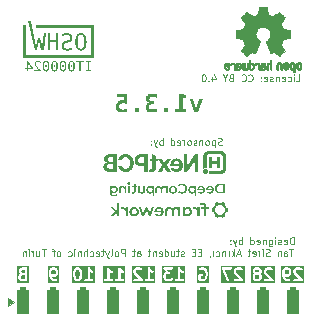
<source format=gbr>
%TF.GenerationSoftware,KiCad,Pcbnew,9.0.4*%
%TF.CreationDate,2025-09-16T12:11:03+02:00*%
%TF.ProjectId,rp2350_gpio_card,72703233-3530-45f6-9770-696f5f636172,X1*%
%TF.SameCoordinates,Original*%
%TF.FileFunction,Legend,Bot*%
%TF.FilePolarity,Positive*%
%FSLAX46Y46*%
G04 Gerber Fmt 4.6, Leading zero omitted, Abs format (unit mm)*
G04 Created by KiCad (PCBNEW 9.0.4) date 2025-09-16 12:11:03*
%MOMM*%
%LPD*%
G01*
G04 APERTURE LIST*
G04 Aperture macros list*
%AMRoundRect*
0 Rectangle with rounded corners*
0 $1 Rounding radius*
0 $2 $3 $4 $5 $6 $7 $8 $9 X,Y pos of 4 corners*
0 Add a 4 corners polygon primitive as box body*
4,1,4,$2,$3,$4,$5,$6,$7,$8,$9,$2,$3,0*
0 Add four circle primitives for the rounded corners*
1,1,$1+$1,$2,$3*
1,1,$1+$1,$4,$5*
1,1,$1+$1,$6,$7*
1,1,$1+$1,$8,$9*
0 Add four rect primitives between the rounded corners*
20,1,$1+$1,$2,$3,$4,$5,0*
20,1,$1+$1,$4,$5,$6,$7,0*
20,1,$1+$1,$6,$7,$8,$9,0*
20,1,$1+$1,$8,$9,$2,$3,0*%
G04 Aperture macros list end*
%ADD10C,0.000000*%
%ADD11C,0.101600*%
%ADD12C,0.201600*%
%ADD13C,0.116840*%
%ADD14C,0.010000*%
%ADD15C,0.120000*%
%ADD16R,0.380000X1.000000*%
%ADD17R,0.700000X1.150000*%
%ADD18C,2.200000*%
%ADD19RoundRect,0.250000X-0.250000X1.000000X-0.250000X-1.000000X0.250000X-1.000000X0.250000X1.000000X0*%
G04 APERTURE END LIST*
D10*
G36*
X102813652Y-72108675D02*
G01*
X102985282Y-71596027D01*
X103189383Y-71596027D01*
X102911990Y-72365065D01*
X102747523Y-72365065D01*
X102559680Y-71834314D01*
X102370298Y-72365065D01*
X102201569Y-72365065D01*
X101930108Y-71596027D01*
X102112019Y-71596027D01*
X102282285Y-72104150D01*
X102464197Y-71589964D01*
X102630202Y-71589964D01*
X102813652Y-72108675D01*
G37*
G36*
X109440632Y-71827588D02*
G01*
X109440248Y-71841315D01*
X109439606Y-71854976D01*
X109438709Y-71868567D01*
X109437554Y-71882085D01*
X109436144Y-71895526D01*
X109434476Y-71908887D01*
X109432553Y-71922163D01*
X109431748Y-71926638D01*
X109430708Y-71931037D01*
X109429436Y-71935353D01*
X109427938Y-71939575D01*
X109426221Y-71943694D01*
X109424289Y-71947702D01*
X109422148Y-71951589D01*
X109419804Y-71955346D01*
X109417262Y-71958964D01*
X109414528Y-71962434D01*
X109411608Y-71965747D01*
X109408506Y-71968892D01*
X109405229Y-71971863D01*
X109401782Y-71974648D01*
X109398171Y-71977240D01*
X109394401Y-71979628D01*
X109294082Y-72039118D01*
X109289732Y-72041807D01*
X109285488Y-72044631D01*
X109281354Y-72047585D01*
X109277332Y-72050667D01*
X109273422Y-72053873D01*
X109269628Y-72057200D01*
X109265950Y-72060643D01*
X109262393Y-72064200D01*
X109258956Y-72067866D01*
X109255643Y-72071639D01*
X109252456Y-72075514D01*
X109249395Y-72079489D01*
X109246465Y-72083559D01*
X109243666Y-72087721D01*
X109241000Y-72091972D01*
X109238470Y-72096308D01*
X109236077Y-72100725D01*
X109233824Y-72105220D01*
X109231713Y-72109789D01*
X109229746Y-72114429D01*
X109227924Y-72119137D01*
X109226250Y-72123908D01*
X109224726Y-72128739D01*
X109223353Y-72133627D01*
X109222135Y-72138568D01*
X109221072Y-72143559D01*
X109220167Y-72148595D01*
X109219422Y-72153674D01*
X109218840Y-72158792D01*
X109218421Y-72163945D01*
X109218168Y-72169130D01*
X109218083Y-72174344D01*
X109218083Y-72293329D01*
X109217958Y-72297878D01*
X109217584Y-72302385D01*
X109216966Y-72306840D01*
X109216110Y-72311235D01*
X109215019Y-72315561D01*
X109213699Y-72319809D01*
X109212154Y-72323968D01*
X109210389Y-72328031D01*
X109208408Y-72331987D01*
X109206216Y-72335828D01*
X109203818Y-72339545D01*
X109201219Y-72343128D01*
X109198423Y-72346569D01*
X109195434Y-72349858D01*
X109192259Y-72352986D01*
X109188900Y-72355943D01*
X109178587Y-72364334D01*
X109168113Y-72372524D01*
X109157481Y-72380511D01*
X109146694Y-72388292D01*
X109135755Y-72395862D01*
X109124666Y-72403221D01*
X109113431Y-72410364D01*
X109102052Y-72417289D01*
X109090533Y-72423992D01*
X109078875Y-72430471D01*
X109067083Y-72436722D01*
X109055159Y-72442744D01*
X109043105Y-72448532D01*
X109030925Y-72454084D01*
X109018622Y-72459396D01*
X109006198Y-72464466D01*
X109002008Y-72465983D01*
X108997768Y-72467255D01*
X108993488Y-72468281D01*
X108989176Y-72469063D01*
X108984845Y-72469599D01*
X108980503Y-72469890D01*
X108976160Y-72469935D01*
X108971827Y-72469736D01*
X108967514Y-72469291D01*
X108963230Y-72468601D01*
X108958986Y-72467666D01*
X108954791Y-72466486D01*
X108950656Y-72465060D01*
X108946591Y-72463389D01*
X108942606Y-72461473D01*
X108938710Y-72459312D01*
X108838241Y-72399664D01*
X108829312Y-72394751D01*
X108820158Y-72390492D01*
X108810811Y-72386890D01*
X108801304Y-72383942D01*
X108791667Y-72381649D01*
X108781933Y-72380011D01*
X108772134Y-72379028D01*
X108762300Y-72378701D01*
X108752466Y-72379028D01*
X108742661Y-72380011D01*
X108732918Y-72381649D01*
X108723268Y-72383942D01*
X108713744Y-72386890D01*
X108704378Y-72390492D01*
X108695200Y-72394751D01*
X108686244Y-72399664D01*
X108585775Y-72459312D01*
X108581878Y-72461473D01*
X108577888Y-72463389D01*
X108573816Y-72465060D01*
X108569673Y-72466486D01*
X108565469Y-72467666D01*
X108561216Y-72468601D01*
X108556923Y-72469291D01*
X108552602Y-72469736D01*
X108548263Y-72469935D01*
X108543917Y-72469890D01*
X108539574Y-72469599D01*
X108535245Y-72469063D01*
X108530942Y-72468281D01*
X108526674Y-72467255D01*
X108522453Y-72465983D01*
X108518288Y-72464466D01*
X108505864Y-72459396D01*
X108493560Y-72454084D01*
X108481381Y-72448532D01*
X108469327Y-72442744D01*
X108457402Y-72436722D01*
X108445610Y-72430471D01*
X108433953Y-72423992D01*
X108422433Y-72417289D01*
X108411055Y-72410364D01*
X108399819Y-72403221D01*
X108388731Y-72395862D01*
X108377791Y-72388292D01*
X108367004Y-72380511D01*
X108356372Y-72372524D01*
X108345898Y-72364334D01*
X108335585Y-72355943D01*
X108332226Y-72352986D01*
X108329050Y-72349858D01*
X108326062Y-72346569D01*
X108323266Y-72343128D01*
X108320666Y-72339545D01*
X108318268Y-72335828D01*
X108316076Y-72331987D01*
X108314095Y-72328031D01*
X108312330Y-72323968D01*
X108310785Y-72319809D01*
X108309465Y-72315561D01*
X108308374Y-72311235D01*
X108307518Y-72306840D01*
X108306900Y-72302385D01*
X108306526Y-72297878D01*
X108306400Y-72293329D01*
X108306400Y-72174344D01*
X108306063Y-72163945D01*
X108305061Y-72153674D01*
X108303412Y-72143559D01*
X108301130Y-72133627D01*
X108298234Y-72123908D01*
X108294738Y-72114429D01*
X108290659Y-72105220D01*
X108286014Y-72096307D01*
X108280818Y-72087721D01*
X108275088Y-72079489D01*
X108268840Y-72071639D01*
X108262091Y-72064200D01*
X108254856Y-72057200D01*
X108247152Y-72050667D01*
X108238995Y-72044631D01*
X108230402Y-72039118D01*
X108130087Y-71979628D01*
X108126317Y-71977241D01*
X108122706Y-71974655D01*
X108119259Y-71971876D01*
X108115981Y-71968915D01*
X108112880Y-71965778D01*
X108109959Y-71962476D01*
X108107225Y-71959015D01*
X108104683Y-71955406D01*
X108102339Y-71951655D01*
X108100198Y-71947772D01*
X108098266Y-71943764D01*
X108096548Y-71939641D01*
X108095051Y-71935411D01*
X108093779Y-71931083D01*
X108092738Y-71926664D01*
X108091934Y-71922163D01*
X108090053Y-71908887D01*
X108088406Y-71895526D01*
X108086998Y-71882085D01*
X108085834Y-71868567D01*
X108084920Y-71854976D01*
X108084260Y-71841315D01*
X108083860Y-71827588D01*
X108083728Y-71813961D01*
X108354420Y-71813961D01*
X108354950Y-71835508D01*
X108356525Y-71856773D01*
X108359118Y-71877729D01*
X108362703Y-71898350D01*
X108367256Y-71918610D01*
X108372750Y-71938481D01*
X108379160Y-71957939D01*
X108386460Y-71976956D01*
X108394625Y-71995506D01*
X108403629Y-72013563D01*
X108413446Y-72031101D01*
X108424050Y-72048092D01*
X108435417Y-72064512D01*
X108447520Y-72080333D01*
X108460333Y-72095529D01*
X108473832Y-72110074D01*
X108487991Y-72123942D01*
X108502783Y-72137106D01*
X108518183Y-72149539D01*
X108534166Y-72161216D01*
X108550706Y-72172111D01*
X108567777Y-72182196D01*
X108585354Y-72191445D01*
X108603411Y-72199833D01*
X108621923Y-72207333D01*
X108640863Y-72213918D01*
X108660206Y-72219562D01*
X108679927Y-72224239D01*
X108700000Y-72227922D01*
X108720399Y-72230586D01*
X108741099Y-72232204D01*
X108762073Y-72232749D01*
X108783048Y-72232204D01*
X108803748Y-72230586D01*
X108824148Y-72227922D01*
X108844221Y-72224239D01*
X108863942Y-72219562D01*
X108883285Y-72213918D01*
X108902226Y-72207333D01*
X108920738Y-72199833D01*
X108938795Y-72191445D01*
X108956372Y-72182196D01*
X108973443Y-72172111D01*
X108989983Y-72161216D01*
X109005967Y-72149539D01*
X109021367Y-72137106D01*
X109036159Y-72123942D01*
X109050318Y-72110074D01*
X109063817Y-72095529D01*
X109076631Y-72080333D01*
X109088734Y-72064512D01*
X109100100Y-72048092D01*
X109110705Y-72031101D01*
X109120522Y-72013563D01*
X109129526Y-71995506D01*
X109137690Y-71976956D01*
X109144990Y-71957939D01*
X109151400Y-71938481D01*
X109156895Y-71918610D01*
X109161447Y-71898350D01*
X109165033Y-71877729D01*
X109167626Y-71856773D01*
X109169200Y-71835508D01*
X109169731Y-71813961D01*
X109169200Y-71792413D01*
X109167626Y-71771148D01*
X109165033Y-71750192D01*
X109161447Y-71729570D01*
X109156895Y-71709311D01*
X109151400Y-71689439D01*
X109144990Y-71669981D01*
X109137690Y-71650964D01*
X109129526Y-71632414D01*
X109120522Y-71614357D01*
X109110705Y-71596819D01*
X109100100Y-71579828D01*
X109088734Y-71563408D01*
X109076631Y-71547587D01*
X109063817Y-71532391D01*
X109050318Y-71517846D01*
X109036159Y-71503979D01*
X109021367Y-71490815D01*
X109005967Y-71478382D01*
X108989983Y-71466705D01*
X108973443Y-71455811D01*
X108956372Y-71445726D01*
X108938795Y-71436476D01*
X108920738Y-71428089D01*
X108902226Y-71420589D01*
X108883285Y-71414004D01*
X108863942Y-71408360D01*
X108844221Y-71403683D01*
X108824148Y-71400000D01*
X108803748Y-71397336D01*
X108783048Y-71395718D01*
X108762073Y-71395173D01*
X108741099Y-71395718D01*
X108720399Y-71397336D01*
X108700000Y-71400000D01*
X108679927Y-71403683D01*
X108660206Y-71408360D01*
X108640863Y-71414004D01*
X108621923Y-71420589D01*
X108603411Y-71428089D01*
X108585354Y-71436476D01*
X108567777Y-71445726D01*
X108550706Y-71455811D01*
X108534166Y-71466705D01*
X108518183Y-71478382D01*
X108502783Y-71490815D01*
X108487991Y-71503979D01*
X108473832Y-71517846D01*
X108460333Y-71532391D01*
X108447520Y-71547587D01*
X108435417Y-71563408D01*
X108424050Y-71579828D01*
X108413446Y-71596819D01*
X108403629Y-71614357D01*
X108394625Y-71632414D01*
X108386460Y-71650964D01*
X108379160Y-71669981D01*
X108372750Y-71689439D01*
X108367256Y-71709311D01*
X108362703Y-71729570D01*
X108359118Y-71750192D01*
X108356525Y-71771148D01*
X108354950Y-71792413D01*
X108354420Y-71813961D01*
X108083728Y-71813961D01*
X108083726Y-71813798D01*
X108083854Y-71800010D01*
X108084239Y-71786284D01*
X108084880Y-71772623D01*
X108085778Y-71759031D01*
X108086933Y-71745513D01*
X108088343Y-71732071D01*
X108090010Y-71718710D01*
X108091934Y-71705434D01*
X108092710Y-71700961D01*
X108093723Y-71696566D01*
X108094967Y-71692259D01*
X108096438Y-71688047D01*
X108098129Y-71683939D01*
X108100036Y-71679945D01*
X108102153Y-71676072D01*
X108104475Y-71672330D01*
X108106996Y-71668727D01*
X108109711Y-71665271D01*
X108112615Y-71661972D01*
X108115703Y-71658838D01*
X108118968Y-71655878D01*
X108122406Y-71653100D01*
X108126012Y-71650514D01*
X108129779Y-71648127D01*
X108129777Y-71648127D01*
X108230096Y-71588632D01*
X108234446Y-71585944D01*
X108238690Y-71583120D01*
X108242824Y-71580166D01*
X108246846Y-71577084D01*
X108250756Y-71573878D01*
X108254550Y-71570551D01*
X108258227Y-71567108D01*
X108261785Y-71563551D01*
X108265222Y-71559885D01*
X108268535Y-71556112D01*
X108271722Y-71552237D01*
X108274782Y-71548262D01*
X108277713Y-71544192D01*
X108280512Y-71540030D01*
X108283178Y-71535779D01*
X108285708Y-71531443D01*
X108288101Y-71527026D01*
X108290353Y-71522531D01*
X108292465Y-71517962D01*
X108294432Y-71513322D01*
X108296254Y-71508614D01*
X108297928Y-71503843D01*
X108299452Y-71499012D01*
X108300825Y-71494124D01*
X108302043Y-71489183D01*
X108303106Y-71484192D01*
X108304011Y-71479155D01*
X108304755Y-71474076D01*
X108305338Y-71468959D01*
X108305757Y-71463805D01*
X108306010Y-71458620D01*
X108306095Y-71453407D01*
X108306095Y-71334422D01*
X108306220Y-71329873D01*
X108306594Y-71325365D01*
X108307212Y-71320909D01*
X108308068Y-71316513D01*
X108309159Y-71312187D01*
X108310479Y-71307940D01*
X108312024Y-71303780D01*
X108313790Y-71299717D01*
X108315771Y-71295761D01*
X108317962Y-71291920D01*
X108320360Y-71288203D01*
X108322960Y-71284620D01*
X108325756Y-71281180D01*
X108328745Y-71277891D01*
X108331921Y-71274764D01*
X108335280Y-71271807D01*
X108345619Y-71263389D01*
X108356116Y-71255174D01*
X108366768Y-71247166D01*
X108377573Y-71239368D01*
X108388527Y-71231782D01*
X108399628Y-71224411D01*
X108410873Y-71217257D01*
X108422260Y-71210324D01*
X108433786Y-71203615D01*
X108445448Y-71197131D01*
X108457243Y-71190876D01*
X108469170Y-71184853D01*
X108481225Y-71179064D01*
X108493405Y-71173512D01*
X108505708Y-71168200D01*
X108518132Y-71163131D01*
X108522321Y-71161614D01*
X108526562Y-71160342D01*
X108530843Y-71159315D01*
X108535154Y-71158534D01*
X108539486Y-71157998D01*
X108543828Y-71157707D01*
X108548170Y-71157661D01*
X108552503Y-71157861D01*
X108556816Y-71158305D01*
X108561100Y-71158995D01*
X108565344Y-71159930D01*
X108569538Y-71161111D01*
X108573673Y-71162536D01*
X108577738Y-71164207D01*
X108581723Y-71166122D01*
X108585619Y-71168283D01*
X108686088Y-71227932D01*
X108695017Y-71232845D01*
X108704171Y-71237103D01*
X108713518Y-71240706D01*
X108723026Y-71243654D01*
X108732663Y-71245947D01*
X108742397Y-71247585D01*
X108752197Y-71248567D01*
X108762030Y-71248895D01*
X108771865Y-71248567D01*
X108781670Y-71247585D01*
X108791413Y-71245947D01*
X108801063Y-71243654D01*
X108810586Y-71240706D01*
X108819953Y-71237103D01*
X108829129Y-71232845D01*
X108838085Y-71227932D01*
X108938558Y-71168283D01*
X108942455Y-71166121D01*
X108946445Y-71164200D01*
X108950517Y-71162523D01*
X108954660Y-71161089D01*
X108958864Y-71159899D01*
X108963118Y-71158954D01*
X108967410Y-71158255D01*
X108971732Y-71157802D01*
X108976071Y-71157596D01*
X108980417Y-71157638D01*
X108984760Y-71157929D01*
X108989088Y-71158468D01*
X108993392Y-71159257D01*
X108997659Y-71160297D01*
X109001881Y-71161588D01*
X109006046Y-71163131D01*
X109018494Y-71168201D01*
X109030816Y-71173513D01*
X109043008Y-71179064D01*
X109055070Y-71184852D01*
X109066997Y-71190873D01*
X109078789Y-71197124D01*
X109090443Y-71203603D01*
X109101956Y-71210306D01*
X109113327Y-71217231D01*
X109124553Y-71224374D01*
X109135633Y-71231732D01*
X109146563Y-71239303D01*
X109157342Y-71247084D01*
X109167967Y-71255071D01*
X109188748Y-71271654D01*
X109192107Y-71274611D01*
X109195282Y-71277738D01*
X109198271Y-71281027D01*
X109201067Y-71284467D01*
X109203666Y-71288050D01*
X109206064Y-71291767D01*
X109208256Y-71295608D01*
X109210236Y-71299565D01*
X109212002Y-71303627D01*
X109213547Y-71307787D01*
X109214867Y-71312034D01*
X109215958Y-71316360D01*
X109216814Y-71320756D01*
X109217432Y-71325212D01*
X109217806Y-71329719D01*
X109217931Y-71334268D01*
X109217931Y-71453253D01*
X109218267Y-71463651D01*
X109219264Y-71473921D01*
X109220907Y-71484037D01*
X109223180Y-71493968D01*
X109226067Y-71503687D01*
X109229554Y-71513166D01*
X109233623Y-71522375D01*
X109238261Y-71531288D01*
X109243451Y-71539875D01*
X109249177Y-71548107D01*
X109255424Y-71555957D01*
X109262177Y-71563397D01*
X109269419Y-71570397D01*
X109277136Y-71576930D01*
X109285311Y-71582966D01*
X109293930Y-71588479D01*
X109394249Y-71647969D01*
X109398019Y-71650356D01*
X109401630Y-71652942D01*
X109405077Y-71655720D01*
X109408354Y-71658680D01*
X109411456Y-71661815D01*
X109414376Y-71665114D01*
X109417110Y-71668570D01*
X109419652Y-71672173D01*
X109421996Y-71675916D01*
X109424137Y-71679789D01*
X109426069Y-71683783D01*
X109427786Y-71687891D01*
X109429284Y-71692102D01*
X109430556Y-71696409D01*
X109431596Y-71700803D01*
X109432401Y-71705275D01*
X109434375Y-71718604D01*
X109436079Y-71732004D01*
X109437517Y-71745474D01*
X109438690Y-71759011D01*
X109439598Y-71772614D01*
X109440245Y-71786281D01*
X109440632Y-71800010D01*
X109440761Y-71813798D01*
X109440759Y-71813961D01*
X109440632Y-71827588D01*
G37*
G36*
X97885901Y-59314704D02*
G01*
X97702945Y-59314704D01*
X97702945Y-59988661D01*
X97885901Y-59988661D01*
X97885901Y-60088030D01*
X97401330Y-60088030D01*
X97401330Y-59988661D01*
X97584286Y-59988661D01*
X97584286Y-59314704D01*
X97401330Y-59314704D01*
X97401330Y-59215334D01*
X97885901Y-59215334D01*
X97885901Y-59314704D01*
G37*
G36*
X100257355Y-72358962D02*
G01*
X100072368Y-72358962D01*
X100072368Y-72012161D01*
X99717157Y-72358962D01*
X99466215Y-72358962D01*
X99881624Y-71951884D01*
X99486735Y-71596023D01*
X99731920Y-71596023D01*
X100072368Y-71906600D01*
X100072368Y-71249213D01*
X100257355Y-71249213D01*
X100257355Y-72358962D01*
G37*
G36*
X101620031Y-69804224D02*
G01*
X101723853Y-69804224D01*
X101723853Y-69922334D01*
X101620031Y-69922334D01*
X101620031Y-70226182D01*
X101619798Y-70239070D01*
X101619104Y-70251568D01*
X101617951Y-70263676D01*
X101616343Y-70275393D01*
X101614285Y-70286716D01*
X101611780Y-70297645D01*
X101608832Y-70308178D01*
X101605445Y-70318314D01*
X101601623Y-70328051D01*
X101597369Y-70337389D01*
X101592688Y-70346327D01*
X101587582Y-70354861D01*
X101582057Y-70362992D01*
X101576115Y-70370719D01*
X101569762Y-70378039D01*
X101562999Y-70384952D01*
X101555833Y-70391455D01*
X101548265Y-70397549D01*
X101540300Y-70403231D01*
X101531943Y-70408501D01*
X101523196Y-70413356D01*
X101514063Y-70417796D01*
X101504549Y-70421820D01*
X101494657Y-70425425D01*
X101484392Y-70428612D01*
X101473756Y-70431377D01*
X101462754Y-70433721D01*
X101451389Y-70435641D01*
X101439666Y-70437137D01*
X101427588Y-70438208D01*
X101415160Y-70438851D01*
X101402384Y-70439065D01*
X101392387Y-70438903D01*
X101382417Y-70438416D01*
X101372500Y-70437602D01*
X101362662Y-70436461D01*
X101352930Y-70434990D01*
X101343331Y-70433189D01*
X101333891Y-70431055D01*
X101324636Y-70428588D01*
X101315594Y-70425786D01*
X101306790Y-70422648D01*
X101298251Y-70419172D01*
X101290004Y-70415357D01*
X101282075Y-70411202D01*
X101274491Y-70406705D01*
X101267277Y-70401864D01*
X101260462Y-70396679D01*
X101260462Y-70396203D01*
X101301895Y-70290952D01*
X101306253Y-70294228D01*
X101310750Y-70297273D01*
X101315379Y-70300089D01*
X101320135Y-70302679D01*
X101325010Y-70305046D01*
X101329999Y-70307193D01*
X101335096Y-70309121D01*
X101340293Y-70310835D01*
X101345586Y-70312337D01*
X101350967Y-70313629D01*
X101356431Y-70314715D01*
X101361970Y-70315598D01*
X101367580Y-70316279D01*
X101373252Y-70316762D01*
X101378982Y-70317050D01*
X101384763Y-70317145D01*
X101390001Y-70317048D01*
X101395087Y-70316756D01*
X101400020Y-70316271D01*
X101404800Y-70315593D01*
X101409425Y-70314724D01*
X101413895Y-70313664D01*
X101418209Y-70312414D01*
X101422365Y-70310976D01*
X101426362Y-70309351D01*
X101430200Y-70307538D01*
X101433878Y-70305540D01*
X101437395Y-70303357D01*
X101440750Y-70300991D01*
X101443941Y-70298441D01*
X101446968Y-70295710D01*
X101449831Y-70292797D01*
X101452527Y-70289705D01*
X101455056Y-70286433D01*
X101457417Y-70282984D01*
X101459610Y-70279357D01*
X101461632Y-70275554D01*
X101463484Y-70271576D01*
X101465163Y-70267424D01*
X101466670Y-70263098D01*
X101468004Y-70258601D01*
X101469163Y-70253931D01*
X101470146Y-70249092D01*
X101470952Y-70244083D01*
X101471581Y-70238905D01*
X101472031Y-70233560D01*
X101472393Y-70222372D01*
X101472393Y-69922334D01*
X101303324Y-69922334D01*
X101303324Y-69804224D01*
X101472393Y-69804224D01*
X101472393Y-69659920D01*
X101620031Y-69659920D01*
X101620031Y-69804224D01*
G37*
G36*
X108106767Y-67669358D02*
G01*
X108523750Y-67669358D01*
X108523750Y-67316933D01*
X108811617Y-67316933D01*
X108811617Y-68309120D01*
X108523750Y-68309120D01*
X108523750Y-67956166D01*
X108105709Y-67956166D01*
X108105709Y-68309121D01*
X107819959Y-68309120D01*
X107819959Y-67316933D01*
X108106767Y-67316933D01*
X108106767Y-67669358D01*
G37*
G36*
X100026921Y-68584287D02*
G01*
X99399858Y-68584287D01*
X99382019Y-68584569D01*
X99364203Y-68584364D01*
X99346419Y-68583673D01*
X99328677Y-68582499D01*
X99310986Y-68580843D01*
X99293356Y-68578708D01*
X99275798Y-68576094D01*
X99258320Y-68573004D01*
X99240933Y-68569440D01*
X99223646Y-68565404D01*
X99206469Y-68560897D01*
X99189412Y-68555922D01*
X99172484Y-68550479D01*
X99155696Y-68544572D01*
X99139056Y-68538202D01*
X99122575Y-68531370D01*
X99109645Y-68525407D01*
X99096970Y-68518992D01*
X99084560Y-68512137D01*
X99072426Y-68504848D01*
X99060578Y-68497136D01*
X99049027Y-68489009D01*
X99037784Y-68480477D01*
X99026859Y-68471547D01*
X99016262Y-68462230D01*
X99006005Y-68452535D01*
X98996098Y-68442469D01*
X98986552Y-68432043D01*
X98977376Y-68421264D01*
X98968583Y-68410143D01*
X98960181Y-68398688D01*
X98952183Y-68386908D01*
X98945010Y-68375105D01*
X98938282Y-68363079D01*
X98932003Y-68350842D01*
X98926178Y-68338407D01*
X98920809Y-68325788D01*
X98915900Y-68312996D01*
X98911455Y-68300045D01*
X98907477Y-68286947D01*
X98903971Y-68273715D01*
X98900939Y-68260362D01*
X98898385Y-68246901D01*
X98896313Y-68233344D01*
X98894727Y-68219704D01*
X98893630Y-68205995D01*
X98893026Y-68192228D01*
X98892918Y-68178416D01*
X98892924Y-68166179D01*
X98893236Y-68156841D01*
X99213062Y-68156841D01*
X99213618Y-68166412D01*
X99214723Y-68175886D01*
X99216366Y-68185244D01*
X99218536Y-68194462D01*
X99221226Y-68203520D01*
X99224423Y-68212396D01*
X99228119Y-68221068D01*
X99232304Y-68229516D01*
X99236967Y-68237717D01*
X99242100Y-68245650D01*
X99247691Y-68253294D01*
X99253731Y-68260627D01*
X99260211Y-68267627D01*
X99267120Y-68274274D01*
X99274448Y-68280545D01*
X99274447Y-68280545D01*
X99284960Y-68287397D01*
X99295723Y-68293769D01*
X99306719Y-68299659D01*
X99317931Y-68305061D01*
X99329343Y-68309971D01*
X99340938Y-68314385D01*
X99352701Y-68318299D01*
X99364614Y-68321708D01*
X99376661Y-68324608D01*
X99388825Y-68326994D01*
X99401091Y-68328863D01*
X99413441Y-68330209D01*
X99425860Y-68331029D01*
X99438330Y-68331318D01*
X99450835Y-68331072D01*
X99463360Y-68330287D01*
X99716830Y-68330287D01*
X99716830Y-67940291D01*
X99716830Y-67728625D01*
X99716830Y-67366675D01*
X99480821Y-67366675D01*
X99470132Y-67366255D01*
X99459473Y-67366319D01*
X99448860Y-67366861D01*
X99438308Y-67367878D01*
X99427833Y-67369365D01*
X99417451Y-67371316D01*
X99407176Y-67373727D01*
X99397024Y-67376594D01*
X99387010Y-67379912D01*
X99377149Y-67383675D01*
X99367458Y-67387880D01*
X99357951Y-67392521D01*
X99348643Y-67397594D01*
X99339551Y-67403095D01*
X99330688Y-67409018D01*
X99322072Y-67415358D01*
X99315120Y-67421481D01*
X99308564Y-67427951D01*
X99302412Y-67434748D01*
X99296674Y-67441853D01*
X99291358Y-67449245D01*
X99286474Y-67456905D01*
X99282030Y-67464814D01*
X99278036Y-67472952D01*
X99274500Y-67481299D01*
X99271431Y-67489836D01*
X99268838Y-67498543D01*
X99266731Y-67507401D01*
X99265118Y-67516390D01*
X99264008Y-67525490D01*
X99263411Y-67534682D01*
X99263334Y-67543946D01*
X99263263Y-67550576D01*
X99263454Y-67557186D01*
X99263905Y-67563768D01*
X99264614Y-67570315D01*
X99265578Y-67576819D01*
X99266796Y-67583272D01*
X99268265Y-67589668D01*
X99269983Y-67595999D01*
X99271948Y-67602258D01*
X99274158Y-67608437D01*
X99276611Y-67614530D01*
X99279304Y-67620528D01*
X99282235Y-67626424D01*
X99285403Y-67632211D01*
X99288805Y-67637882D01*
X99292439Y-67643429D01*
X99296258Y-67648664D01*
X99300245Y-67653756D01*
X99304395Y-67658701D01*
X99308705Y-67663495D01*
X99313170Y-67668134D01*
X99317786Y-67672617D01*
X99322548Y-67676937D01*
X99327452Y-67681094D01*
X99332495Y-67685081D01*
X99337670Y-67688897D01*
X99342975Y-67692538D01*
X99348404Y-67696000D01*
X99353955Y-67699279D01*
X99359621Y-67702372D01*
X99365399Y-67705276D01*
X99371285Y-67707987D01*
X99378054Y-67710778D01*
X99384885Y-67713385D01*
X99391776Y-67715808D01*
X99398723Y-67718047D01*
X99405722Y-67720099D01*
X99412768Y-67721965D01*
X99419859Y-67723644D01*
X99426991Y-67725135D01*
X99434159Y-67726438D01*
X99441361Y-67727551D01*
X99448592Y-67728474D01*
X99455848Y-67729206D01*
X99463126Y-67729747D01*
X99470423Y-67730095D01*
X99477733Y-67730251D01*
X99485055Y-67730212D01*
X99672379Y-67730212D01*
X99672379Y-67941879D01*
X99454892Y-67941879D01*
X99446588Y-67941800D01*
X99438297Y-67941957D01*
X99430023Y-67942348D01*
X99421772Y-67942973D01*
X99413549Y-67943831D01*
X99405358Y-67944920D01*
X99397204Y-67946241D01*
X99389093Y-67947790D01*
X99381028Y-67949569D01*
X99373016Y-67951575D01*
X99365060Y-67953808D01*
X99357166Y-67956267D01*
X99349339Y-67958950D01*
X99341583Y-67961857D01*
X99333903Y-67964986D01*
X99326305Y-67968337D01*
X99319965Y-67971456D01*
X99313752Y-67974788D01*
X99307670Y-67978327D01*
X99301723Y-67982071D01*
X99295917Y-67986013D01*
X99290256Y-67990152D01*
X99284745Y-67994481D01*
X99279390Y-67998998D01*
X99274194Y-68003698D01*
X99269162Y-68008576D01*
X99264300Y-68013628D01*
X99259612Y-68018851D01*
X99255102Y-68024240D01*
X99250777Y-68029791D01*
X99246640Y-68035500D01*
X99242696Y-68041362D01*
X99239128Y-68047380D01*
X99235780Y-68053506D01*
X99232655Y-68059735D01*
X99229754Y-68066059D01*
X99227079Y-68072473D01*
X99224632Y-68078971D01*
X99222414Y-68085546D01*
X99220428Y-68092192D01*
X99218674Y-68098904D01*
X99217155Y-68105675D01*
X99215872Y-68112499D01*
X99214827Y-68119369D01*
X99214022Y-68126280D01*
X99213459Y-68133226D01*
X99213138Y-68140200D01*
X99213063Y-68147196D01*
X99213062Y-68156841D01*
X98893236Y-68156841D01*
X98893332Y-68153972D01*
X98894141Y-68141804D01*
X98895348Y-68129687D01*
X98896951Y-68117628D01*
X98898947Y-68105638D01*
X98901334Y-68093726D01*
X98904110Y-68081902D01*
X98907272Y-68070175D01*
X98910818Y-68058556D01*
X98914745Y-68047053D01*
X98919051Y-68035675D01*
X98923733Y-68024434D01*
X98928789Y-68013338D01*
X98934217Y-68002396D01*
X98940014Y-67991619D01*
X98940013Y-67991620D01*
X98945529Y-67982270D01*
X98951333Y-67973119D01*
X98957420Y-67964175D01*
X98963783Y-67955443D01*
X98970418Y-67946928D01*
X98977318Y-67938638D01*
X98984477Y-67930578D01*
X98991890Y-67922754D01*
X98999550Y-67915172D01*
X99007451Y-67907838D01*
X99015589Y-67900758D01*
X99023956Y-67893939D01*
X99032547Y-67887386D01*
X99041356Y-67881105D01*
X99050377Y-67875102D01*
X99059605Y-67869383D01*
X99068688Y-67864101D01*
X99077919Y-67859120D01*
X99087289Y-67854443D01*
X99096791Y-67850071D01*
X99106418Y-67846008D01*
X99116162Y-67842255D01*
X99126015Y-67838814D01*
X99135969Y-67835688D01*
X99146018Y-67832880D01*
X99156153Y-67830391D01*
X99166367Y-67828223D01*
X99176653Y-67826379D01*
X99187002Y-67824861D01*
X99197407Y-67823672D01*
X99207860Y-67822813D01*
X99218355Y-67822287D01*
X99218355Y-67807470D01*
X99209225Y-67805416D01*
X99200157Y-67803143D01*
X99191154Y-67800653D01*
X99182222Y-67797948D01*
X99173362Y-67795028D01*
X99164580Y-67791897D01*
X99155878Y-67788554D01*
X99147262Y-67785003D01*
X99138733Y-67781245D01*
X99130297Y-67777280D01*
X99121957Y-67773112D01*
X99113717Y-67768740D01*
X99105580Y-67764168D01*
X99097550Y-67759397D01*
X99089632Y-67754428D01*
X99081828Y-67749262D01*
X99074511Y-67744063D01*
X99067365Y-67738655D01*
X99060396Y-67733041D01*
X99053606Y-67727225D01*
X99047000Y-67721214D01*
X99040582Y-67715011D01*
X99034357Y-67708620D01*
X99028327Y-67702047D01*
X99022498Y-67695296D01*
X99016873Y-67688371D01*
X99011456Y-67681277D01*
X99006252Y-67674018D01*
X99001264Y-67666599D01*
X98996496Y-67659025D01*
X98991953Y-67651300D01*
X98987638Y-67643429D01*
X98983337Y-67634582D01*
X98979315Y-67625623D01*
X98975575Y-67616557D01*
X98972117Y-67607392D01*
X98968944Y-67598134D01*
X98966057Y-67588790D01*
X98963457Y-67579366D01*
X98961146Y-67569870D01*
X98959126Y-67560308D01*
X98957397Y-67550687D01*
X98955962Y-67541013D01*
X98954822Y-67531293D01*
X98953979Y-67521534D01*
X98953433Y-67511742D01*
X98953187Y-67501924D01*
X98953243Y-67492087D01*
X98953132Y-67479189D01*
X98953492Y-67466325D01*
X98954321Y-67453509D01*
X98955614Y-67440753D01*
X98957369Y-67428068D01*
X98959581Y-67415468D01*
X98962248Y-67402965D01*
X98965367Y-67390571D01*
X98968933Y-67378298D01*
X98972944Y-67366159D01*
X98977396Y-67354167D01*
X98982287Y-67342332D01*
X98987611Y-67330668D01*
X98993368Y-67319188D01*
X98999551Y-67307902D01*
X99006160Y-67296825D01*
X99013823Y-67285811D01*
X99021873Y-67275119D01*
X99030298Y-67264755D01*
X99039089Y-67254730D01*
X99048234Y-67245053D01*
X99057723Y-67235730D01*
X99067544Y-67226773D01*
X99077688Y-67218189D01*
X99088143Y-67209986D01*
X99098898Y-67202175D01*
X99109944Y-67194763D01*
X99121268Y-67187760D01*
X99132861Y-67181173D01*
X99144711Y-67175012D01*
X99156809Y-67169286D01*
X99169142Y-67164004D01*
X99185265Y-67157703D01*
X99201528Y-67151834D01*
X99217921Y-67146398D01*
X99234438Y-67141397D01*
X99251068Y-67136832D01*
X99267803Y-67132704D01*
X99284635Y-67129016D01*
X99301554Y-67125769D01*
X99318552Y-67122964D01*
X99335620Y-67120604D01*
X99352750Y-67118688D01*
X99369933Y-67117220D01*
X99387160Y-67116201D01*
X99404422Y-67115632D01*
X99421711Y-67115514D01*
X99439018Y-67115850D01*
X100026921Y-67115850D01*
X100026921Y-67366675D01*
X100026921Y-68584287D01*
G37*
G36*
X95825802Y-56852072D02*
G01*
X95851468Y-56853429D01*
X95876478Y-56855689D01*
X95900830Y-56858853D01*
X95924524Y-56862921D01*
X95947562Y-56867893D01*
X95969942Y-56873769D01*
X95991664Y-56880549D01*
X96012730Y-56888233D01*
X96033138Y-56896820D01*
X96052888Y-56906312D01*
X96071982Y-56916707D01*
X96090418Y-56928005D01*
X96108197Y-56940207D01*
X96125318Y-56953313D01*
X96141782Y-56967323D01*
X96157298Y-56981964D01*
X96171813Y-56997202D01*
X96185328Y-57013039D01*
X96197841Y-57029473D01*
X96209353Y-57046505D01*
X96219864Y-57064135D01*
X96229375Y-57082362D01*
X96237884Y-57101187D01*
X96245392Y-57120609D01*
X96251900Y-57140630D01*
X96257406Y-57161248D01*
X96261911Y-57182463D01*
X96265415Y-57204276D01*
X96267918Y-57226686D01*
X96269420Y-57249694D01*
X96269920Y-57273300D01*
X96269569Y-57292182D01*
X96268516Y-57310577D01*
X96266760Y-57328487D01*
X96264302Y-57345911D01*
X96261142Y-57362850D01*
X96257279Y-57379302D01*
X96252714Y-57395270D01*
X96247447Y-57410751D01*
X96241478Y-57425747D01*
X96234806Y-57440257D01*
X96227432Y-57454282D01*
X96219356Y-57467822D01*
X96210577Y-57480876D01*
X96201096Y-57493445D01*
X96190913Y-57505528D01*
X96180028Y-57517127D01*
X96168368Y-57528303D01*
X96155856Y-57539120D01*
X96142493Y-57549579D01*
X96128278Y-57559679D01*
X96113211Y-57569421D01*
X96097292Y-57578804D01*
X96080522Y-57587828D01*
X96062900Y-57596493D01*
X96044426Y-57604800D01*
X96025101Y-57612749D01*
X96004924Y-57620339D01*
X95983895Y-57627570D01*
X95962014Y-57634443D01*
X95939282Y-57640957D01*
X95915698Y-57647113D01*
X95891262Y-57652911D01*
X95788008Y-57676816D01*
X95771002Y-57680742D01*
X95754646Y-57684869D01*
X95738939Y-57689198D01*
X95723883Y-57693728D01*
X95709476Y-57698460D01*
X95695720Y-57703394D01*
X95682613Y-57708529D01*
X95670156Y-57713866D01*
X95658349Y-57719405D01*
X95647192Y-57725145D01*
X95636685Y-57731087D01*
X95626827Y-57737231D01*
X95617620Y-57743576D01*
X95609062Y-57750124D01*
X95601154Y-57756873D01*
X95593896Y-57763824D01*
X95587065Y-57771074D01*
X95580674Y-57778720D01*
X95574725Y-57786762D01*
X95569216Y-57795199D01*
X95564148Y-57804033D01*
X95559520Y-57813262D01*
X95555334Y-57822887D01*
X95551588Y-57832908D01*
X95548283Y-57843325D01*
X95545419Y-57854138D01*
X95542995Y-57865346D01*
X95541013Y-57876950D01*
X95539470Y-57888950D01*
X95538369Y-57901345D01*
X95537708Y-57914137D01*
X95537488Y-57927323D01*
X95537805Y-57941823D01*
X95538758Y-57955920D01*
X95540345Y-57969613D01*
X95542567Y-57982903D01*
X95545425Y-57995790D01*
X95548917Y-58008273D01*
X95553044Y-58020353D01*
X95557806Y-58032029D01*
X95563203Y-58043302D01*
X95569234Y-58054171D01*
X95575901Y-58064638D01*
X95583202Y-58074700D01*
X95591138Y-58084360D01*
X95599709Y-58093616D01*
X95608914Y-58102468D01*
X95618754Y-58110918D01*
X95629168Y-58118792D01*
X95640090Y-58126158D01*
X95651520Y-58133016D01*
X95663458Y-58139366D01*
X95675903Y-58145208D01*
X95688857Y-58150542D01*
X95702318Y-58155368D01*
X95716288Y-58159685D01*
X95730766Y-58163495D01*
X95745751Y-58166797D01*
X95761245Y-58169590D01*
X95777247Y-58171876D01*
X95793757Y-58173653D01*
X95810775Y-58174923D01*
X95828301Y-58175685D01*
X95846336Y-58175939D01*
X95871180Y-58175431D01*
X95895995Y-58173907D01*
X95920779Y-58171367D01*
X95945535Y-58167811D01*
X95970260Y-58163239D01*
X95994955Y-58157650D01*
X96019621Y-58151044D01*
X96044257Y-58143422D01*
X96068834Y-58134713D01*
X96093800Y-58124838D01*
X96119154Y-58113798D01*
X96144896Y-58101593D01*
X96171028Y-58088222D01*
X96197548Y-58073687D01*
X96224458Y-58057986D01*
X96251757Y-58041121D01*
X96251757Y-58246702D01*
X96226193Y-58257113D01*
X96200659Y-58266838D01*
X96175155Y-58275876D01*
X96149680Y-58284226D01*
X96124236Y-58291890D01*
X96098821Y-58298866D01*
X96073436Y-58305155D01*
X96048080Y-58310757D01*
X96022759Y-58315915D01*
X95997467Y-58320384D01*
X95972204Y-58324166D01*
X95946970Y-58327259D01*
X95921766Y-58329665D01*
X95896592Y-58331383D01*
X95871448Y-58332414D01*
X95846336Y-58332757D01*
X95816663Y-58332339D01*
X95787888Y-58331084D01*
X95760008Y-58328992D01*
X95733025Y-58326063D01*
X95706939Y-58322298D01*
X95681749Y-58317696D01*
X95657456Y-58312257D01*
X95634059Y-58305982D01*
X95611558Y-58298870D01*
X95589955Y-58290921D01*
X95569247Y-58282137D01*
X95549437Y-58272515D01*
X95530522Y-58262058D01*
X95512505Y-58250764D01*
X95495384Y-58238634D01*
X95479160Y-58225667D01*
X95463875Y-58211903D01*
X95449576Y-58197384D01*
X95436264Y-58182111D01*
X95423937Y-58166084D01*
X95412597Y-58149302D01*
X95402243Y-58131765D01*
X95392875Y-58113474D01*
X95384494Y-58094429D01*
X95377098Y-58074629D01*
X95370689Y-58054074D01*
X95365266Y-58032765D01*
X95360829Y-58010702D01*
X95357378Y-57987884D01*
X95354913Y-57964311D01*
X95353434Y-57939983D01*
X95352941Y-57914901D01*
X95353299Y-57893553D01*
X95354375Y-57872771D01*
X95356168Y-57852558D01*
X95358678Y-57832912D01*
X95361905Y-57813833D01*
X95365849Y-57795323D01*
X95370511Y-57777379D01*
X95375890Y-57760004D01*
X95381986Y-57743196D01*
X95388799Y-57726956D01*
X95396329Y-57711284D01*
X95404576Y-57696179D01*
X95413541Y-57681643D01*
X95423223Y-57667674D01*
X95433622Y-57654274D01*
X95444738Y-57641441D01*
X95456638Y-57629099D01*
X95469390Y-57617176D01*
X95482993Y-57605671D01*
X95497448Y-57594585D01*
X95512754Y-57583917D01*
X95528912Y-57573668D01*
X95545921Y-57563837D01*
X95563782Y-57554424D01*
X95582494Y-57545430D01*
X95602058Y-57536855D01*
X95622474Y-57528698D01*
X95643741Y-57520959D01*
X95665860Y-57513638D01*
X95688831Y-57506736D01*
X95712653Y-57500253D01*
X95737327Y-57494187D01*
X95838676Y-57471234D01*
X95856134Y-57466986D01*
X95872891Y-57462612D01*
X95888945Y-57458110D01*
X95904297Y-57453482D01*
X95918946Y-57448727D01*
X95932893Y-57443844D01*
X95946138Y-57438836D01*
X95958681Y-57433700D01*
X95970521Y-57428438D01*
X95981659Y-57423048D01*
X95992095Y-57417532D01*
X96001829Y-57411889D01*
X96010860Y-57406120D01*
X96019189Y-57400223D01*
X96026815Y-57394200D01*
X96033740Y-57388050D01*
X96039992Y-57381658D01*
X96045841Y-57374915D01*
X96051287Y-57367822D01*
X96056329Y-57360377D01*
X96060968Y-57352582D01*
X96065204Y-57344435D01*
X96069036Y-57335937D01*
X96072465Y-57327088D01*
X96075490Y-57317888D01*
X96078112Y-57308337D01*
X96080331Y-57298434D01*
X96082146Y-57288180D01*
X96083558Y-57277575D01*
X96084567Y-57266619D01*
X96085172Y-57255312D01*
X96085373Y-57243653D01*
X96085063Y-57230325D01*
X96084133Y-57217347D01*
X96082583Y-57204720D01*
X96080413Y-57192444D01*
X96077622Y-57180519D01*
X96074212Y-57168945D01*
X96070182Y-57157721D01*
X96065531Y-57146849D01*
X96060261Y-57136327D01*
X96054371Y-57126157D01*
X96047861Y-57116337D01*
X96040730Y-57106869D01*
X96032981Y-57097752D01*
X96024611Y-57088986D01*
X96015621Y-57080571D01*
X96006012Y-57072508D01*
X95995866Y-57064748D01*
X95985272Y-57057490D01*
X95974231Y-57050732D01*
X95962742Y-57044476D01*
X95950805Y-57038719D01*
X95938419Y-57033464D01*
X95925586Y-57028709D01*
X95912305Y-57024454D01*
X95898575Y-57020700D01*
X95884397Y-57017447D01*
X95869771Y-57014695D01*
X95854696Y-57012442D01*
X95839173Y-57010691D01*
X95823202Y-57009440D01*
X95806782Y-57008689D01*
X95789913Y-57008439D01*
X95767471Y-57008887D01*
X95745089Y-57010232D01*
X95722767Y-57012473D01*
X95700506Y-57015611D01*
X95678304Y-57019644D01*
X95656163Y-57024573D01*
X95634082Y-57030399D01*
X95612060Y-57037120D01*
X95589845Y-57044726D01*
X95567660Y-57053198D01*
X95545504Y-57062536D01*
X95523379Y-57072741D01*
X95501283Y-57083811D01*
X95479216Y-57095748D01*
X95457180Y-57108552D01*
X95435173Y-57122223D01*
X95435173Y-56926206D01*
X95460121Y-56917184D01*
X95484772Y-56908759D01*
X95509124Y-56900931D01*
X95533178Y-56893701D01*
X95556933Y-56887068D01*
X95580388Y-56881031D01*
X95603544Y-56875592D01*
X95626401Y-56870750D01*
X95648977Y-56866267D01*
X95671285Y-56862382D01*
X95693323Y-56859096D01*
X95715092Y-56856408D01*
X95736592Y-56854316D01*
X95757823Y-56852822D01*
X95778785Y-56851923D01*
X95799478Y-56851620D01*
X95825802Y-56852072D01*
G37*
G36*
X108852164Y-66841333D02*
G01*
X108875467Y-66843153D01*
X108898430Y-66846116D01*
X108921026Y-66850192D01*
X108943224Y-66855353D01*
X108964998Y-66861570D01*
X108986317Y-66868814D01*
X109007153Y-66877058D01*
X109027479Y-66886271D01*
X109047264Y-66896427D01*
X109066480Y-66907494D01*
X109085099Y-66919446D01*
X109103092Y-66932254D01*
X109120430Y-66945888D01*
X109137085Y-66960321D01*
X109153028Y-66975522D01*
X109168229Y-66991465D01*
X109182662Y-67008120D01*
X109196296Y-67025458D01*
X109209104Y-67043451D01*
X109221056Y-67062070D01*
X109232124Y-67081286D01*
X109242279Y-67101071D01*
X109251492Y-67121397D01*
X109259736Y-67142233D01*
X109266980Y-67163552D01*
X109273197Y-67185326D01*
X109278358Y-67207525D01*
X109282435Y-67230120D01*
X109285397Y-67253083D01*
X109287218Y-67276386D01*
X109287867Y-67300000D01*
X109287867Y-68326054D01*
X109287218Y-68349667D01*
X109285397Y-68372970D01*
X109282435Y-68395933D01*
X109278359Y-68418528D01*
X109273198Y-68440727D01*
X109266981Y-68462500D01*
X109259737Y-68483819D01*
X109251493Y-68504655D01*
X109242280Y-68524981D01*
X109232125Y-68544766D01*
X109221057Y-68563982D01*
X109209105Y-68582601D01*
X109196298Y-68600594D01*
X109182664Y-68617932D01*
X109168231Y-68634587D01*
X109153029Y-68650529D01*
X109137087Y-68665731D01*
X109120432Y-68680164D01*
X109103094Y-68693798D01*
X109085101Y-68706606D01*
X109066483Y-68718558D01*
X109047266Y-68729626D01*
X109027481Y-68739781D01*
X109007156Y-68748995D01*
X108986319Y-68757238D01*
X108965000Y-68764483D01*
X108943227Y-68770700D01*
X108921028Y-68775861D01*
X108898433Y-68779937D01*
X108875469Y-68782900D01*
X108852167Y-68784721D01*
X108828553Y-68785370D01*
X107782917Y-68785370D01*
X107796192Y-68770776D01*
X107808433Y-68755484D01*
X107819625Y-68739549D01*
X107829754Y-68723025D01*
X107838804Y-68705966D01*
X107846760Y-68688427D01*
X107853607Y-68670461D01*
X107859330Y-68652124D01*
X107863913Y-68633469D01*
X107867342Y-68614552D01*
X107869601Y-68595425D01*
X107870675Y-68576144D01*
X107870549Y-68556763D01*
X107869208Y-68537336D01*
X107866638Y-68517918D01*
X107862821Y-68498562D01*
X108828550Y-68498562D01*
X108837388Y-68498285D01*
X108846108Y-68497571D01*
X108854700Y-68496430D01*
X108863153Y-68494873D01*
X108871456Y-68492911D01*
X108879598Y-68490555D01*
X108887569Y-68487815D01*
X108895359Y-68484702D01*
X108902956Y-68481227D01*
X108910350Y-68477400D01*
X108917530Y-68473233D01*
X108924485Y-68468736D01*
X108931206Y-68463920D01*
X108937680Y-68458795D01*
X108943898Y-68453372D01*
X108949849Y-68447663D01*
X108955521Y-68441677D01*
X108960905Y-68435426D01*
X108965990Y-68428920D01*
X108970765Y-68422170D01*
X108975219Y-68415187D01*
X108979342Y-68407982D01*
X108983123Y-68400564D01*
X108986552Y-68392946D01*
X108989617Y-68385138D01*
X108992308Y-68377150D01*
X108994614Y-68368993D01*
X108996525Y-68360678D01*
X108998029Y-68352216D01*
X108999117Y-68343617D01*
X108999778Y-68334893D01*
X109000000Y-68326054D01*
X109000000Y-67300000D01*
X108999750Y-67291134D01*
X108999061Y-67282385D01*
X108997943Y-67273763D01*
X108996407Y-67265280D01*
X108994465Y-67256946D01*
X108992127Y-67248771D01*
X108989403Y-67240767D01*
X108986305Y-67232944D01*
X108982842Y-67225313D01*
X108979027Y-67217884D01*
X108974869Y-67210669D01*
X108970380Y-67203679D01*
X108965569Y-67196923D01*
X108960449Y-67190413D01*
X108955029Y-67184159D01*
X108949320Y-67178172D01*
X108943334Y-67172464D01*
X108937080Y-67167044D01*
X108930570Y-67161923D01*
X108923814Y-67157113D01*
X108916823Y-67152623D01*
X108909608Y-67148465D01*
X108902180Y-67144650D01*
X108894549Y-67141188D01*
X108886726Y-67138089D01*
X108878722Y-67135365D01*
X108870547Y-67133027D01*
X108862213Y-67131084D01*
X108853729Y-67129549D01*
X108845108Y-67128431D01*
X108836359Y-67127742D01*
X108827493Y-67127491D01*
X107803025Y-67127491D01*
X107794160Y-67127742D01*
X107785410Y-67128431D01*
X107776789Y-67129549D01*
X107768305Y-67131084D01*
X107759971Y-67133027D01*
X107751796Y-67135365D01*
X107743792Y-67138089D01*
X107735969Y-67141187D01*
X107728338Y-67144650D01*
X107720910Y-67148465D01*
X107713695Y-67152623D01*
X107706704Y-67157112D01*
X107699948Y-67161923D01*
X107693438Y-67167043D01*
X107687184Y-67172463D01*
X107681198Y-67178172D01*
X107675489Y-67184158D01*
X107670069Y-67190412D01*
X107664949Y-67196922D01*
X107660138Y-67203678D01*
X107655649Y-67210669D01*
X107651491Y-67217884D01*
X107647675Y-67225312D01*
X107644213Y-67232943D01*
X107641115Y-67240766D01*
X107638391Y-67248771D01*
X107636052Y-67256945D01*
X107634110Y-67265280D01*
X107632575Y-67273763D01*
X107631457Y-67282385D01*
X107630767Y-67291134D01*
X107630517Y-67300000D01*
X107630517Y-68265729D01*
X107611161Y-68261913D01*
X107591743Y-68259342D01*
X107572316Y-68258001D01*
X107552935Y-68257875D01*
X107533654Y-68258949D01*
X107514527Y-68261209D01*
X107495610Y-68264637D01*
X107476955Y-68269220D01*
X107458618Y-68274943D01*
X107440653Y-68281790D01*
X107423113Y-68289746D01*
X107406054Y-68298796D01*
X107389530Y-68308925D01*
X107373595Y-68320117D01*
X107358303Y-68332358D01*
X107343709Y-68345633D01*
X107343709Y-67300000D01*
X107344358Y-67276386D01*
X107346178Y-67253084D01*
X107349141Y-67230121D01*
X107353217Y-67207525D01*
X107358377Y-67185327D01*
X107364594Y-67163554D01*
X107371839Y-67142234D01*
X107380082Y-67121398D01*
X107389296Y-67101073D01*
X107399451Y-67081288D01*
X107410519Y-67062071D01*
X107422470Y-67043452D01*
X107435278Y-67025460D01*
X107448912Y-67008121D01*
X107463344Y-66991467D01*
X107478546Y-66975524D01*
X107494489Y-66960322D01*
X107511143Y-66945890D01*
X107528481Y-66932255D01*
X107546474Y-66919448D01*
X107565093Y-66907496D01*
X107584309Y-66896428D01*
X107604094Y-66886272D01*
X107624420Y-66877059D01*
X107645256Y-66868815D01*
X107666575Y-66861570D01*
X107688349Y-66855353D01*
X107710547Y-66850192D01*
X107733143Y-66846116D01*
X107756106Y-66843153D01*
X107779409Y-66841333D01*
X107803023Y-66840683D01*
X107803025Y-66840683D01*
X108828550Y-66840683D01*
X108852164Y-66841333D01*
G37*
G36*
X94371231Y-57462437D02*
G01*
X94900000Y-57462437D01*
X94900000Y-56877245D01*
X95094098Y-56877245D01*
X95094098Y-58304818D01*
X94900000Y-58304818D01*
X94900000Y-57624984D01*
X94371231Y-57624984D01*
X94371231Y-58304818D01*
X94177119Y-58304818D01*
X94177119Y-56877245D01*
X94371231Y-56877245D01*
X94371231Y-57462437D01*
G37*
G36*
X93192975Y-58038051D02*
G01*
X93357440Y-57269265D01*
X93559185Y-57269265D01*
X93721745Y-58036133D01*
X93858481Y-56877245D01*
X94046838Y-56877245D01*
X94046852Y-56877245D01*
X93833624Y-58304818D01*
X93650982Y-58304818D01*
X93457836Y-57456696D01*
X93263724Y-58304818D01*
X93081096Y-58304818D01*
X92541478Y-55816530D01*
X92729848Y-55816530D01*
X93192975Y-58038051D01*
G37*
G36*
X107500597Y-70080588D02*
G01*
X107501792Y-70097738D01*
X107502194Y-70115215D01*
X107501794Y-70132696D01*
X107500602Y-70149853D01*
X107498629Y-70166674D01*
X107495888Y-70183142D01*
X107492388Y-70199241D01*
X107488142Y-70214958D01*
X107483162Y-70230275D01*
X107477459Y-70245180D01*
X107471044Y-70259655D01*
X107463929Y-70273685D01*
X107456125Y-70287257D01*
X107447645Y-70300353D01*
X107438499Y-70312959D01*
X107428699Y-70325060D01*
X107418256Y-70336640D01*
X107407182Y-70347685D01*
X107395489Y-70358178D01*
X107383188Y-70368105D01*
X107370290Y-70377451D01*
X107356808Y-70386199D01*
X107342752Y-70394335D01*
X107328134Y-70401844D01*
X107312965Y-70408710D01*
X107297258Y-70414918D01*
X107281023Y-70420453D01*
X107264272Y-70425299D01*
X107247017Y-70429442D01*
X107229269Y-70432866D01*
X107211040Y-70435555D01*
X107192341Y-70437495D01*
X107173183Y-70438670D01*
X107153579Y-70439065D01*
X107133373Y-70438648D01*
X107113663Y-70437399D01*
X107094467Y-70435326D01*
X107075801Y-70432435D01*
X107057683Y-70428732D01*
X107040127Y-70424223D01*
X107023153Y-70418914D01*
X107006775Y-70412812D01*
X106991011Y-70405923D01*
X106975878Y-70398254D01*
X106961393Y-70389810D01*
X106947571Y-70380598D01*
X106934431Y-70370625D01*
X106921988Y-70359895D01*
X106910259Y-70348417D01*
X106899262Y-70336195D01*
X106978319Y-70245232D01*
X106986842Y-70253615D01*
X106995629Y-70261442D01*
X107004684Y-70268715D01*
X107014015Y-70275436D01*
X107023628Y-70281608D01*
X107033530Y-70287232D01*
X107043725Y-70292310D01*
X107054221Y-70296845D01*
X107065025Y-70300839D01*
X107076141Y-70304293D01*
X107087577Y-70307210D01*
X107099339Y-70309592D01*
X107111432Y-70311442D01*
X107123865Y-70312760D01*
X107136641Y-70313549D01*
X107149769Y-70313812D01*
X107159942Y-70313640D01*
X107169921Y-70313126D01*
X107179700Y-70312276D01*
X107189275Y-70311094D01*
X107198639Y-70309585D01*
X107207789Y-70307753D01*
X107216720Y-70305603D01*
X107225426Y-70303141D01*
X107233902Y-70300370D01*
X107242144Y-70297295D01*
X107250147Y-70293922D01*
X107257905Y-70290254D01*
X107265413Y-70286297D01*
X107272668Y-70282055D01*
X107279663Y-70277533D01*
X107286393Y-70272735D01*
X107292855Y-70267667D01*
X107299042Y-70262333D01*
X107304950Y-70256737D01*
X107310573Y-70250885D01*
X107315908Y-70244781D01*
X107320948Y-70238431D01*
X107325689Y-70231837D01*
X107330126Y-70225006D01*
X107334255Y-70217942D01*
X107338069Y-70210649D01*
X107341564Y-70203133D01*
X107344735Y-70195399D01*
X107347577Y-70187449D01*
X107350085Y-70179291D01*
X107352255Y-70170928D01*
X107354080Y-70162364D01*
X106859257Y-70162364D01*
X106858744Y-70156868D01*
X106858282Y-70151165D01*
X106857875Y-70145362D01*
X106857530Y-70139564D01*
X106857252Y-70133878D01*
X106857047Y-70128409D01*
X106856919Y-70123264D01*
X106856875Y-70118549D01*
X106857257Y-70100266D01*
X106858392Y-70082393D01*
X106860268Y-70064942D01*
X106860373Y-70064257D01*
X106996893Y-70064257D01*
X107355033Y-70064257D01*
X107353537Y-70055687D01*
X107351729Y-70047303D01*
X107349616Y-70039113D01*
X107347201Y-70031120D01*
X107344489Y-70023331D01*
X107341484Y-70015752D01*
X107338190Y-70008387D01*
X107334614Y-70001243D01*
X107330758Y-69994325D01*
X107326628Y-69987638D01*
X107322228Y-69981189D01*
X107317562Y-69974982D01*
X107312635Y-69969024D01*
X107307452Y-69963320D01*
X107302017Y-69957875D01*
X107296335Y-69952695D01*
X107290410Y-69947786D01*
X107284247Y-69943153D01*
X107277850Y-69938803D01*
X107271224Y-69934739D01*
X107264374Y-69930969D01*
X107257303Y-69927497D01*
X107250016Y-69924329D01*
X107242519Y-69921471D01*
X107234815Y-69918928D01*
X107226909Y-69916707D01*
X107218806Y-69914812D01*
X107210510Y-69913248D01*
X107202025Y-69912023D01*
X107193357Y-69911141D01*
X107184509Y-69910607D01*
X107175487Y-69910428D01*
X107166460Y-69910611D01*
X107157601Y-69911156D01*
X107148915Y-69912057D01*
X107140407Y-69913307D01*
X107132083Y-69914900D01*
X107123948Y-69916829D01*
X107116008Y-69919089D01*
X107108269Y-69921672D01*
X107100735Y-69924573D01*
X107093412Y-69927785D01*
X107086306Y-69931301D01*
X107079423Y-69935116D01*
X107072767Y-69939223D01*
X107066345Y-69943615D01*
X107060161Y-69948287D01*
X107054222Y-69953231D01*
X107048532Y-69958442D01*
X107043098Y-69963913D01*
X107037924Y-69969638D01*
X107033016Y-69975610D01*
X107028381Y-69981823D01*
X107024022Y-69988271D01*
X107019946Y-69994948D01*
X107016159Y-70001846D01*
X107012665Y-70008959D01*
X107009470Y-70016282D01*
X107006580Y-70023808D01*
X107004001Y-70031530D01*
X107001736Y-70039443D01*
X106999793Y-70047539D01*
X106998177Y-70055812D01*
X106996893Y-70064257D01*
X106860373Y-70064257D01*
X106862870Y-70047923D01*
X106866186Y-70031348D01*
X106870202Y-70015227D01*
X106874904Y-69999573D01*
X106880279Y-69984396D01*
X106886313Y-69969707D01*
X106892992Y-69955517D01*
X106900304Y-69941839D01*
X106908235Y-69928682D01*
X106916771Y-69916058D01*
X106925899Y-69903978D01*
X106935604Y-69892454D01*
X106945875Y-69881496D01*
X106956696Y-69871115D01*
X106968055Y-69861324D01*
X106979939Y-69852132D01*
X106992332Y-69843552D01*
X107005223Y-69835594D01*
X107018598Y-69828269D01*
X107032442Y-69821589D01*
X107046743Y-69815565D01*
X107061487Y-69810208D01*
X107076660Y-69805528D01*
X107092250Y-69801538D01*
X107108242Y-69798249D01*
X107124622Y-69795671D01*
X107141378Y-69793816D01*
X107158497Y-69792694D01*
X107175963Y-69792318D01*
X107193450Y-69792710D01*
X107210628Y-69793878D01*
X107227480Y-69795805D01*
X107243991Y-69798477D01*
X107260145Y-69801879D01*
X107275925Y-69805996D01*
X107291315Y-69810814D01*
X107306299Y-69816317D01*
X107320861Y-69822490D01*
X107334985Y-69829319D01*
X107348655Y-69836788D01*
X107361854Y-69844883D01*
X107374566Y-69853589D01*
X107386776Y-69862891D01*
X107398467Y-69872773D01*
X107409623Y-69883222D01*
X107420228Y-69894222D01*
X107430265Y-69905758D01*
X107439720Y-69917816D01*
X107448574Y-69930379D01*
X107456813Y-69943435D01*
X107464420Y-69956966D01*
X107471379Y-69970960D01*
X107477675Y-69985400D01*
X107483290Y-70000272D01*
X107488208Y-70015561D01*
X107492415Y-70031252D01*
X107495892Y-70047330D01*
X107498625Y-70063781D01*
X107498681Y-70064257D01*
X107500597Y-70080588D01*
G37*
G36*
X108242595Y-70080588D02*
G01*
X108243790Y-70097738D01*
X108244192Y-70115215D01*
X108243792Y-70132696D01*
X108242600Y-70149853D01*
X108240627Y-70166674D01*
X108237885Y-70183142D01*
X108234386Y-70199241D01*
X108230140Y-70214958D01*
X108225160Y-70230275D01*
X108219456Y-70245180D01*
X108213042Y-70259655D01*
X108205927Y-70273685D01*
X108198123Y-70287257D01*
X108189642Y-70300353D01*
X108180496Y-70312959D01*
X108170696Y-70325060D01*
X108160253Y-70336640D01*
X108149180Y-70347685D01*
X108137487Y-70358178D01*
X108125185Y-70368105D01*
X108112288Y-70377451D01*
X108098805Y-70386199D01*
X108084749Y-70394335D01*
X108070131Y-70401844D01*
X108054963Y-70408710D01*
X108039255Y-70414918D01*
X108023021Y-70420453D01*
X108006270Y-70425299D01*
X107989015Y-70429442D01*
X107971267Y-70432866D01*
X107953038Y-70435555D01*
X107934338Y-70437495D01*
X107915181Y-70438670D01*
X107895577Y-70439065D01*
X107875370Y-70438648D01*
X107855661Y-70437399D01*
X107836465Y-70435326D01*
X107817799Y-70432435D01*
X107799680Y-70428732D01*
X107782125Y-70424223D01*
X107765150Y-70418914D01*
X107748773Y-70412812D01*
X107733009Y-70405923D01*
X107717876Y-70398254D01*
X107703390Y-70389810D01*
X107689569Y-70380598D01*
X107676428Y-70370625D01*
X107663985Y-70359895D01*
X107652257Y-70348417D01*
X107641259Y-70336195D01*
X107720317Y-70245232D01*
X107728840Y-70253615D01*
X107737626Y-70261442D01*
X107746682Y-70268715D01*
X107756013Y-70275436D01*
X107765626Y-70281608D01*
X107775527Y-70287232D01*
X107785723Y-70292310D01*
X107796219Y-70296845D01*
X107807022Y-70300839D01*
X107818139Y-70304293D01*
X107829574Y-70307210D01*
X107841336Y-70309592D01*
X107853430Y-70311442D01*
X107865862Y-70312760D01*
X107878639Y-70313549D01*
X107891767Y-70313812D01*
X107901940Y-70313640D01*
X107911919Y-70313126D01*
X107921698Y-70312276D01*
X107931272Y-70311094D01*
X107940637Y-70309585D01*
X107949787Y-70307753D01*
X107958717Y-70305603D01*
X107967423Y-70303141D01*
X107975900Y-70300370D01*
X107984142Y-70297295D01*
X107992144Y-70293922D01*
X107999902Y-70290254D01*
X108007411Y-70286297D01*
X108014665Y-70282055D01*
X108021660Y-70277533D01*
X108028391Y-70272735D01*
X108034852Y-70267667D01*
X108041039Y-70262333D01*
X108046947Y-70256737D01*
X108052571Y-70250885D01*
X108057905Y-70244781D01*
X108062945Y-70238431D01*
X108067687Y-70231837D01*
X108072124Y-70225006D01*
X108076252Y-70217942D01*
X108080066Y-70210649D01*
X108083561Y-70203133D01*
X108086732Y-70195399D01*
X108089574Y-70187449D01*
X108092083Y-70179291D01*
X108094252Y-70170928D01*
X108096078Y-70162364D01*
X107601254Y-70162364D01*
X107599706Y-70139564D01*
X107599111Y-70128409D01*
X107598936Y-70123264D01*
X107598873Y-70118549D01*
X107599254Y-70100266D01*
X107600390Y-70082393D01*
X107602265Y-70064942D01*
X107602370Y-70064257D01*
X107739367Y-70064257D01*
X108097507Y-70064257D01*
X108096052Y-70055687D01*
X108094281Y-70047303D01*
X108092200Y-70039113D01*
X108089811Y-70031120D01*
X108087121Y-70023331D01*
X108084134Y-70015752D01*
X108080855Y-70008387D01*
X108077288Y-70001243D01*
X108073439Y-69994325D01*
X108069312Y-69987638D01*
X108064913Y-69981189D01*
X108060245Y-69974982D01*
X108055313Y-69969024D01*
X108050123Y-69963320D01*
X108044680Y-69957875D01*
X108038987Y-69952695D01*
X108033051Y-69947786D01*
X108026874Y-69943153D01*
X108020464Y-69938803D01*
X108013823Y-69934739D01*
X108006958Y-69930969D01*
X107999872Y-69927497D01*
X107992571Y-69924329D01*
X107985059Y-69921471D01*
X107977342Y-69918928D01*
X107969424Y-69916707D01*
X107961309Y-69914812D01*
X107953003Y-69913248D01*
X107944510Y-69912023D01*
X107935836Y-69911141D01*
X107926984Y-69910607D01*
X107917960Y-69910428D01*
X107908934Y-69910611D01*
X107900075Y-69911156D01*
X107891388Y-69912057D01*
X107882881Y-69913307D01*
X107874556Y-69914900D01*
X107866422Y-69916829D01*
X107858482Y-69919089D01*
X107850742Y-69921672D01*
X107843208Y-69924573D01*
X107835886Y-69927785D01*
X107828780Y-69931301D01*
X107821896Y-69935116D01*
X107815241Y-69939223D01*
X107808818Y-69943615D01*
X107802635Y-69948287D01*
X107796695Y-69953231D01*
X107791005Y-69958442D01*
X107785571Y-69963913D01*
X107780397Y-69969638D01*
X107775490Y-69975610D01*
X107770854Y-69981823D01*
X107766496Y-69988271D01*
X107762420Y-69994948D01*
X107758632Y-70001846D01*
X107755138Y-70008959D01*
X107751944Y-70016282D01*
X107749054Y-70023808D01*
X107746474Y-70031530D01*
X107744210Y-70039443D01*
X107742267Y-70047539D01*
X107740651Y-70055812D01*
X107739367Y-70064257D01*
X107602370Y-70064257D01*
X107604868Y-70047923D01*
X107608184Y-70031348D01*
X107612199Y-70015227D01*
X107616901Y-69999573D01*
X107622276Y-69984396D01*
X107628310Y-69969707D01*
X107634990Y-69955517D01*
X107642302Y-69941839D01*
X107650233Y-69928682D01*
X107658768Y-69916058D01*
X107667896Y-69903978D01*
X107677602Y-69892454D01*
X107687872Y-69881496D01*
X107698694Y-69871115D01*
X107710053Y-69861324D01*
X107721936Y-69852132D01*
X107734330Y-69843552D01*
X107747221Y-69835594D01*
X107760595Y-69828269D01*
X107774439Y-69821589D01*
X107788740Y-69815565D01*
X107803484Y-69810208D01*
X107818658Y-69805528D01*
X107834247Y-69801538D01*
X107850239Y-69798249D01*
X107866620Y-69795671D01*
X107883376Y-69793816D01*
X107900494Y-69792694D01*
X107917960Y-69792318D01*
X107935447Y-69792710D01*
X107952625Y-69793878D01*
X107969478Y-69795805D01*
X107985989Y-69798477D01*
X108002142Y-69801879D01*
X108017922Y-69805996D01*
X108033312Y-69810814D01*
X108048297Y-69816317D01*
X108062859Y-69822490D01*
X108076983Y-69829319D01*
X108090652Y-69836788D01*
X108103851Y-69844883D01*
X108116564Y-69853589D01*
X108128774Y-69862891D01*
X108140465Y-69872773D01*
X108151621Y-69883222D01*
X108162225Y-69894222D01*
X108172263Y-69905758D01*
X108181717Y-69917816D01*
X108190572Y-69930379D01*
X108198811Y-69943435D01*
X108206418Y-69956966D01*
X108213377Y-69970960D01*
X108219672Y-69985400D01*
X108225287Y-70000272D01*
X108230206Y-70015561D01*
X108234412Y-70031252D01*
X108237890Y-70047330D01*
X108240623Y-70063781D01*
X108240678Y-70064257D01*
X108242595Y-70080588D01*
G37*
G36*
X102059451Y-67115850D02*
G01*
X102638359Y-67115850D01*
X102638359Y-68584287D01*
X102328267Y-68584287D01*
X102328267Y-68155133D01*
X102328267Y-67859329D01*
X102328267Y-67369850D01*
X102116601Y-67369850D01*
X102106963Y-67369639D01*
X102097337Y-67369714D01*
X102087731Y-67370072D01*
X102078150Y-67370714D01*
X102068600Y-67371637D01*
X102059087Y-67372840D01*
X102049618Y-67374322D01*
X102040199Y-67376082D01*
X102030836Y-67378118D01*
X102021535Y-67380430D01*
X102012302Y-67383016D01*
X102003143Y-67385875D01*
X101994065Y-67389005D01*
X101985074Y-67392405D01*
X101976175Y-67396075D01*
X101967375Y-67400012D01*
X101960460Y-67403656D01*
X101953707Y-67407552D01*
X101947122Y-67411693D01*
X101940711Y-67416074D01*
X101934479Y-67420689D01*
X101928433Y-67425531D01*
X101922580Y-67430596D01*
X101916924Y-67435877D01*
X101911472Y-67441369D01*
X101906231Y-67447065D01*
X101901206Y-67452960D01*
X101896403Y-67459047D01*
X101891828Y-67465322D01*
X101887487Y-67471777D01*
X101883387Y-67478408D01*
X101879533Y-67485208D01*
X101872713Y-67500537D01*
X101866803Y-67516138D01*
X101861802Y-67531971D01*
X101857710Y-67547997D01*
X101854527Y-67564179D01*
X101852254Y-67580477D01*
X101850890Y-67596852D01*
X101850435Y-67613266D01*
X101850890Y-67629681D01*
X101852254Y-67646056D01*
X101854527Y-67662354D01*
X101857710Y-67678535D01*
X101861802Y-67694562D01*
X101866803Y-67710395D01*
X101872713Y-67725996D01*
X101879533Y-67741325D01*
X101883334Y-67748207D01*
X101887384Y-67754921D01*
X101891676Y-67761464D01*
X101896205Y-67767828D01*
X101900964Y-67774007D01*
X101905949Y-67779996D01*
X101911152Y-67785788D01*
X101916568Y-67791378D01*
X101922191Y-67796760D01*
X101928015Y-67801928D01*
X101934034Y-67806876D01*
X101940242Y-67811598D01*
X101946633Y-67816088D01*
X101953202Y-67820340D01*
X101959941Y-67824349D01*
X101966846Y-67828108D01*
X101975552Y-67832136D01*
X101984363Y-67835894D01*
X101993270Y-67839380D01*
X102002268Y-67842592D01*
X102011350Y-67845529D01*
X102020511Y-67848191D01*
X102029743Y-67850575D01*
X102039041Y-67852680D01*
X102048397Y-67854506D01*
X102057807Y-67856050D01*
X102067262Y-67857311D01*
X102076758Y-67858288D01*
X102086287Y-67858979D01*
X102095843Y-67859384D01*
X102105421Y-67859501D01*
X102115012Y-67859329D01*
X102283287Y-67859329D01*
X102283287Y-68108037D01*
X102067917Y-68108037D01*
X102049219Y-68108312D01*
X102030552Y-68108016D01*
X102011928Y-68107154D01*
X101993361Y-68105728D01*
X101974862Y-68103740D01*
X101956445Y-68101193D01*
X101938122Y-68098091D01*
X101919905Y-68094435D01*
X101901807Y-68090228D01*
X101883842Y-68085474D01*
X101866020Y-68080174D01*
X101848356Y-68074332D01*
X101830862Y-68067951D01*
X101813549Y-68061032D01*
X101796432Y-68053580D01*
X101779522Y-68045595D01*
X101765280Y-68038210D01*
X101751352Y-68030324D01*
X101737750Y-68021950D01*
X101724486Y-68013099D01*
X101711571Y-68003781D01*
X101699017Y-67994007D01*
X101686835Y-67983789D01*
X101675038Y-67973137D01*
X101663637Y-67962062D01*
X101652644Y-67950575D01*
X101642070Y-67938687D01*
X101631927Y-67926409D01*
X101622227Y-67913752D01*
X101612982Y-67900727D01*
X101604202Y-67887345D01*
X101595901Y-67873616D01*
X101588076Y-67858663D01*
X101580756Y-67843492D01*
X101573942Y-67828115D01*
X101567639Y-67812546D01*
X101561849Y-67796798D01*
X101556575Y-67780882D01*
X101551821Y-67764813D01*
X101547589Y-67748602D01*
X101543884Y-67732264D01*
X101540707Y-67715810D01*
X101538062Y-67699253D01*
X101535953Y-67682607D01*
X101534382Y-67665884D01*
X101533352Y-67649097D01*
X101532867Y-67632259D01*
X101532930Y-67615383D01*
X101532793Y-67598395D01*
X101533204Y-67581442D01*
X101534160Y-67564538D01*
X101535659Y-67547696D01*
X101537697Y-67530927D01*
X101540272Y-67514246D01*
X101543380Y-67497664D01*
X101547018Y-67481195D01*
X101551183Y-67464851D01*
X101555872Y-67448646D01*
X101561082Y-67432591D01*
X101566811Y-67416701D01*
X101573054Y-67400987D01*
X101579809Y-67385462D01*
X101587073Y-67370139D01*
X101594843Y-67355032D01*
X101594842Y-67355033D01*
X101602884Y-67341166D01*
X101611405Y-67327633D01*
X101620395Y-67314445D01*
X101629842Y-67301612D01*
X101639735Y-67289146D01*
X101650062Y-67277057D01*
X101660812Y-67265357D01*
X101671974Y-67254057D01*
X101683537Y-67243166D01*
X101695490Y-67232698D01*
X101707821Y-67222661D01*
X101720519Y-67213068D01*
X101733573Y-67203930D01*
X101746972Y-67195257D01*
X101760704Y-67187060D01*
X101774758Y-67179350D01*
X101791390Y-67171252D01*
X101808237Y-67163690D01*
X101825288Y-67156669D01*
X101842528Y-67150190D01*
X101859945Y-67144258D01*
X101877526Y-67138873D01*
X101895257Y-67134041D01*
X101913126Y-67129763D01*
X101931119Y-67126042D01*
X101949223Y-67122881D01*
X101967425Y-67120284D01*
X101985713Y-67118253D01*
X102004072Y-67116792D01*
X102022490Y-67115902D01*
X102040954Y-67115587D01*
X102059451Y-67115850D01*
G37*
G36*
X94321773Y-59680045D02*
G01*
X94320938Y-59706682D01*
X94319545Y-59732470D01*
X94317595Y-59757408D01*
X94315088Y-59781497D01*
X94312024Y-59804736D01*
X94308402Y-59827126D01*
X94304224Y-59848667D01*
X94299488Y-59869358D01*
X94294196Y-59889200D01*
X94288346Y-59908192D01*
X94281939Y-59926336D01*
X94274975Y-59943629D01*
X94267454Y-59960074D01*
X94259376Y-59975669D01*
X94250740Y-59990414D01*
X94241559Y-60004288D01*
X94231844Y-60017266D01*
X94221594Y-60029349D01*
X94210810Y-60040537D01*
X94199491Y-60050830D01*
X94187639Y-60060228D01*
X94175252Y-60068731D01*
X94162331Y-60076339D01*
X94148875Y-60083052D01*
X94134885Y-60088870D01*
X94120361Y-60093793D01*
X94105303Y-60097821D01*
X94089710Y-60100953D01*
X94073584Y-60103191D01*
X94056922Y-60104534D01*
X94039727Y-60104981D01*
X94022531Y-60104534D01*
X94005870Y-60103191D01*
X93997740Y-60102184D01*
X93989743Y-60100953D01*
X93981880Y-60099499D01*
X93974150Y-60097821D01*
X93966554Y-60095919D01*
X93959092Y-60093793D01*
X93951763Y-60091443D01*
X93944568Y-60088870D01*
X93937506Y-60086073D01*
X93930578Y-60083052D01*
X93923784Y-60079808D01*
X93917123Y-60076339D01*
X93910595Y-60072647D01*
X93904202Y-60068731D01*
X93897941Y-60064592D01*
X93891815Y-60060228D01*
X93885822Y-60055641D01*
X93879962Y-60050830D01*
X93874236Y-60045796D01*
X93868644Y-60040537D01*
X93863185Y-60035055D01*
X93857860Y-60029349D01*
X93852668Y-60023419D01*
X93847610Y-60017266D01*
X93842685Y-60010889D01*
X93837894Y-60004288D01*
X93828713Y-59990414D01*
X93820007Y-59975669D01*
X93811862Y-59960074D01*
X93804280Y-59943629D01*
X93797258Y-59926336D01*
X93790799Y-59908193D01*
X93784901Y-59889200D01*
X93779565Y-59869358D01*
X93774791Y-59848667D01*
X93770578Y-59827126D01*
X93766927Y-59804736D01*
X93763838Y-59781497D01*
X93761310Y-59757408D01*
X93759344Y-59732470D01*
X93757940Y-59706682D01*
X93757098Y-59680045D01*
X93756817Y-59652559D01*
X93875475Y-59652559D01*
X93875635Y-59674849D01*
X93876114Y-59696417D01*
X93876914Y-59717263D01*
X93878032Y-59737388D01*
X93879471Y-59756792D01*
X93881229Y-59775474D01*
X93883307Y-59793434D01*
X93885704Y-59810673D01*
X93888422Y-59827190D01*
X93891458Y-59842986D01*
X93894815Y-59858061D01*
X93898491Y-59872413D01*
X93902487Y-59886045D01*
X93906802Y-59898955D01*
X93911437Y-59911143D01*
X93916392Y-59922610D01*
X93921600Y-59933369D01*
X93927142Y-59943433D01*
X93933017Y-59952804D01*
X93939225Y-59961481D01*
X93945767Y-59969463D01*
X93952642Y-59976751D01*
X93959850Y-59983346D01*
X93967392Y-59989246D01*
X93975267Y-59994452D01*
X93983475Y-59998963D01*
X93992017Y-60002781D01*
X94000892Y-60005905D01*
X94010101Y-60008334D01*
X94019643Y-60010069D01*
X94029518Y-60011111D01*
X94039727Y-60011458D01*
X94049867Y-60011111D01*
X94054815Y-60010677D01*
X94059683Y-60010069D01*
X94064469Y-60009289D01*
X94069175Y-60008334D01*
X94073799Y-60007206D01*
X94078342Y-60005905D01*
X94082804Y-60004430D01*
X94087185Y-60002781D01*
X94091485Y-60000959D01*
X94095704Y-59998963D01*
X94099842Y-59996794D01*
X94103899Y-59994452D01*
X94107875Y-59991935D01*
X94111769Y-59989246D01*
X94115583Y-59986382D01*
X94119316Y-59983346D01*
X94122967Y-59980135D01*
X94126538Y-59976751D01*
X94130027Y-59973194D01*
X94133436Y-59969463D01*
X94140009Y-59961481D01*
X94146259Y-59952804D01*
X94152184Y-59943433D01*
X94157785Y-59933369D01*
X94163061Y-59922610D01*
X94167945Y-59911143D01*
X94172514Y-59898955D01*
X94176768Y-59886045D01*
X94180707Y-59872413D01*
X94184330Y-59858061D01*
X94187639Y-59842986D01*
X94190632Y-59827190D01*
X94193311Y-59810673D01*
X94197722Y-59775474D01*
X94200873Y-59737388D01*
X94202764Y-59696417D01*
X94203394Y-59652559D01*
X94203236Y-59630199D01*
X94202764Y-59608565D01*
X94201976Y-59587656D01*
X94200873Y-59567474D01*
X94199455Y-59548018D01*
X94197722Y-59529288D01*
X94195674Y-59511285D01*
X94193311Y-59494007D01*
X94190632Y-59477455D01*
X94187639Y-59461630D01*
X94184330Y-59446530D01*
X94180707Y-59432157D01*
X94176768Y-59418509D01*
X94172514Y-59405588D01*
X94167945Y-59393393D01*
X94163061Y-59381924D01*
X94157785Y-59371165D01*
X94152184Y-59361100D01*
X94146259Y-59351729D01*
X94140009Y-59343053D01*
X94133436Y-59335071D01*
X94126538Y-59327782D01*
X94119316Y-59321188D01*
X94111769Y-59315288D01*
X94103899Y-59310082D01*
X94095704Y-59305570D01*
X94087185Y-59301753D01*
X94078342Y-59298629D01*
X94069175Y-59296200D01*
X94059683Y-59294464D01*
X94049867Y-59293423D01*
X94039727Y-59293076D01*
X94029518Y-59293423D01*
X94024539Y-59293857D01*
X94019643Y-59294464D01*
X94014830Y-59295245D01*
X94010101Y-59296200D01*
X94005455Y-59297328D01*
X94000892Y-59298629D01*
X93996413Y-59300104D01*
X93992017Y-59301753D01*
X93987705Y-59303575D01*
X93983475Y-59305570D01*
X93979329Y-59307739D01*
X93975267Y-59310082D01*
X93971288Y-59312598D01*
X93967392Y-59315288D01*
X93963579Y-59318151D01*
X93959850Y-59321188D01*
X93956204Y-59324398D01*
X93952642Y-59327782D01*
X93949162Y-59331340D01*
X93945767Y-59335071D01*
X93939225Y-59343053D01*
X93933017Y-59351729D01*
X93927142Y-59361100D01*
X93921600Y-59371165D01*
X93916392Y-59381924D01*
X93911437Y-59393393D01*
X93906802Y-59405588D01*
X93902487Y-59418509D01*
X93898491Y-59432157D01*
X93894815Y-59446530D01*
X93891458Y-59461630D01*
X93888422Y-59477455D01*
X93885704Y-59494007D01*
X93881229Y-59529288D01*
X93878032Y-59567474D01*
X93876114Y-59608565D01*
X93875475Y-59652559D01*
X93756817Y-59652559D01*
X93757098Y-59625002D01*
X93757940Y-59598299D01*
X93759344Y-59572449D01*
X93761310Y-59547454D01*
X93763838Y-59523313D01*
X93766927Y-59500025D01*
X93770578Y-59477592D01*
X93774791Y-59456012D01*
X93779565Y-59435287D01*
X93784901Y-59415415D01*
X93790799Y-59396398D01*
X93797258Y-59378234D01*
X93804280Y-59360924D01*
X93811862Y-59344469D01*
X93820007Y-59328867D01*
X93828713Y-59314119D01*
X93837894Y-59300245D01*
X93847610Y-59287267D01*
X93857859Y-59275184D01*
X93868643Y-59263996D01*
X93879962Y-59253703D01*
X93891814Y-59244305D01*
X93904201Y-59235802D01*
X93917123Y-59228194D01*
X93930578Y-59221481D01*
X93944568Y-59215663D01*
X93959092Y-59210740D01*
X93974150Y-59206713D01*
X93989743Y-59203580D01*
X94005870Y-59201342D01*
X94022531Y-59200000D01*
X94039727Y-59199552D01*
X94056922Y-59200000D01*
X94073583Y-59201342D01*
X94081714Y-59202349D01*
X94089710Y-59203580D01*
X94097573Y-59205035D01*
X94105303Y-59206713D01*
X94112899Y-59208615D01*
X94120361Y-59210740D01*
X94127690Y-59213090D01*
X94134885Y-59215663D01*
X94141947Y-59218460D01*
X94148875Y-59221481D01*
X94155670Y-59224726D01*
X94162331Y-59228194D01*
X94168858Y-59231886D01*
X94175252Y-59235802D01*
X94181512Y-59239941D01*
X94187639Y-59244305D01*
X94193632Y-59248892D01*
X94199491Y-59253703D01*
X94205217Y-59258737D01*
X94210810Y-59263996D01*
X94216268Y-59269478D01*
X94221594Y-59275184D01*
X94226785Y-59281114D01*
X94231844Y-59287267D01*
X94236768Y-59293644D01*
X94241559Y-59300245D01*
X94250740Y-59314119D01*
X94259376Y-59328867D01*
X94267454Y-59344469D01*
X94274975Y-59360924D01*
X94281939Y-59378234D01*
X94288346Y-59396398D01*
X94294196Y-59415415D01*
X94299488Y-59435287D01*
X94304224Y-59456012D01*
X94308402Y-59477592D01*
X94312024Y-59500025D01*
X94315088Y-59523313D01*
X94317595Y-59547454D01*
X94319545Y-59572449D01*
X94320938Y-59598299D01*
X94321773Y-59625002D01*
X94322052Y-59652559D01*
X94321773Y-59680045D01*
G37*
G36*
X94765526Y-59570816D02*
G01*
X94769369Y-59571090D01*
X94773143Y-59571547D01*
X94776849Y-59572186D01*
X94780486Y-59573008D01*
X94784055Y-59574013D01*
X94787555Y-59575200D01*
X94790987Y-59576570D01*
X94794351Y-59578123D01*
X94797645Y-59579858D01*
X94800872Y-59581776D01*
X94804029Y-59583877D01*
X94807119Y-59586160D01*
X94810140Y-59588626D01*
X94813092Y-59591275D01*
X94815976Y-59594106D01*
X94818665Y-59597063D01*
X94821182Y-59600088D01*
X94823524Y-59603182D01*
X94825693Y-59606345D01*
X94827689Y-59609576D01*
X94829511Y-59612875D01*
X94831160Y-59616243D01*
X94832635Y-59619679D01*
X94833936Y-59623184D01*
X94835064Y-59626758D01*
X94836018Y-59630399D01*
X94836799Y-59634110D01*
X94837407Y-59637889D01*
X94837841Y-59641736D01*
X94838101Y-59645652D01*
X94838188Y-59649636D01*
X94838103Y-59653828D01*
X94837850Y-59657929D01*
X94837427Y-59661939D01*
X94836836Y-59665857D01*
X94836076Y-59669684D01*
X94835146Y-59673419D01*
X94834048Y-59677063D01*
X94832781Y-59680616D01*
X94831344Y-59684077D01*
X94829739Y-59687448D01*
X94827965Y-59690726D01*
X94826022Y-59693914D01*
X94823910Y-59697010D01*
X94821629Y-59700015D01*
X94819179Y-59702928D01*
X94816560Y-59705750D01*
X94813743Y-59708440D01*
X94810843Y-59710957D01*
X94807861Y-59713299D01*
X94804797Y-59715468D01*
X94801650Y-59717464D01*
X94798422Y-59719286D01*
X94795111Y-59720935D01*
X94791718Y-59722410D01*
X94788243Y-59723711D01*
X94784685Y-59724839D01*
X94781046Y-59725794D01*
X94777324Y-59726574D01*
X94773520Y-59727182D01*
X94769634Y-59727616D01*
X94765665Y-59727876D01*
X94761615Y-59727963D01*
X94757491Y-59727874D01*
X94753450Y-59727607D01*
X94749490Y-59727161D01*
X94745613Y-59726538D01*
X94741818Y-59725736D01*
X94738106Y-59724757D01*
X94734475Y-59723599D01*
X94730927Y-59722264D01*
X94727461Y-59720750D01*
X94724077Y-59719058D01*
X94720775Y-59717188D01*
X94717556Y-59715140D01*
X94714419Y-59712913D01*
X94711364Y-59710509D01*
X94708391Y-59707927D01*
X94705500Y-59705166D01*
X94702669Y-59702278D01*
X94700020Y-59699312D01*
X94697554Y-59696268D01*
X94695271Y-59693147D01*
X94693170Y-59689948D01*
X94691252Y-59686671D01*
X94689517Y-59683317D01*
X94687964Y-59679885D01*
X94686595Y-59676376D01*
X94685407Y-59672789D01*
X94684403Y-59669124D01*
X94683581Y-59665382D01*
X94682941Y-59661562D01*
X94682485Y-59657664D01*
X94682211Y-59653689D01*
X94682119Y-59649636D01*
X94682211Y-59645652D01*
X94682485Y-59641736D01*
X94682941Y-59637889D01*
X94683581Y-59634110D01*
X94684403Y-59630399D01*
X94685407Y-59626758D01*
X94686595Y-59623184D01*
X94687964Y-59619679D01*
X94689517Y-59616243D01*
X94691252Y-59612875D01*
X94693170Y-59609576D01*
X94695271Y-59606345D01*
X94697554Y-59603182D01*
X94700020Y-59600088D01*
X94702669Y-59597063D01*
X94705500Y-59594106D01*
X94708459Y-59591275D01*
X94711492Y-59588626D01*
X94714597Y-59586160D01*
X94717775Y-59583877D01*
X94721027Y-59581776D01*
X94724351Y-59579858D01*
X94727749Y-59578123D01*
X94731219Y-59576570D01*
X94734763Y-59575200D01*
X94738380Y-59574013D01*
X94742070Y-59573008D01*
X94745833Y-59572186D01*
X94749669Y-59571547D01*
X94753578Y-59571090D01*
X94757560Y-59570816D01*
X94761615Y-59570725D01*
X94765526Y-59570816D01*
G37*
G36*
X97255199Y-59314704D02*
G01*
X96981057Y-59314704D01*
X96981057Y-60088030D01*
X96862398Y-60088030D01*
X96862398Y-59314704D01*
X96589425Y-59314704D01*
X96589425Y-59215334D01*
X97255199Y-59215334D01*
X97255199Y-59314704D01*
G37*
G36*
X105125231Y-70115216D02*
G01*
X105124824Y-70132779D01*
X105123616Y-70150011D01*
X105121620Y-70166894D01*
X105118851Y-70183415D01*
X105115326Y-70199559D01*
X105111060Y-70215311D01*
X105106066Y-70230657D01*
X105100361Y-70245582D01*
X105093960Y-70260070D01*
X105086878Y-70274108D01*
X105079130Y-70287680D01*
X105070732Y-70300772D01*
X105061697Y-70313369D01*
X105052043Y-70325456D01*
X105041783Y-70337019D01*
X105030933Y-70348042D01*
X105019508Y-70358512D01*
X105007524Y-70368413D01*
X104994995Y-70377731D01*
X104981937Y-70386450D01*
X104968365Y-70394557D01*
X104954293Y-70402036D01*
X104939738Y-70408872D01*
X104924715Y-70415052D01*
X104909237Y-70420560D01*
X104893322Y-70425381D01*
X104876983Y-70429501D01*
X104860237Y-70432905D01*
X104843097Y-70435578D01*
X104825580Y-70437506D01*
X104807701Y-70438673D01*
X104789474Y-70439065D01*
X104771245Y-70438674D01*
X104753358Y-70437511D01*
X104735828Y-70435589D01*
X104718671Y-70432924D01*
X104701903Y-70429530D01*
X104685539Y-70425422D01*
X104669595Y-70420613D01*
X104654085Y-70415119D01*
X104639027Y-70408954D01*
X104624434Y-70402132D01*
X104610324Y-70394668D01*
X104596710Y-70386576D01*
X104583610Y-70377871D01*
X104571037Y-70368567D01*
X104559009Y-70358679D01*
X104547539Y-70348221D01*
X104536645Y-70337208D01*
X104526341Y-70325654D01*
X104516643Y-70313573D01*
X104507566Y-70300981D01*
X104499126Y-70287891D01*
X104491339Y-70274319D01*
X104484220Y-70260277D01*
X104477784Y-70245782D01*
X104472047Y-70230848D01*
X104467025Y-70215488D01*
X104462732Y-70199718D01*
X104459186Y-70183552D01*
X104456400Y-70167004D01*
X104454391Y-70150089D01*
X104453175Y-70132821D01*
X104452766Y-70115215D01*
X104601356Y-70115215D01*
X104601594Y-70126425D01*
X104602302Y-70137370D01*
X104603468Y-70148043D01*
X104605083Y-70158439D01*
X104607136Y-70168551D01*
X104609615Y-70178375D01*
X104612512Y-70187903D01*
X104615814Y-70197130D01*
X104619513Y-70206051D01*
X104623596Y-70214658D01*
X104628053Y-70222947D01*
X104632875Y-70230911D01*
X104638050Y-70238544D01*
X104643567Y-70245840D01*
X104649417Y-70252794D01*
X104655589Y-70259400D01*
X104662071Y-70265651D01*
X104668855Y-70271542D01*
X104675928Y-70277067D01*
X104683281Y-70282219D01*
X104690903Y-70286993D01*
X104698783Y-70291384D01*
X104706911Y-70295384D01*
X104715276Y-70298988D01*
X104723868Y-70302191D01*
X104732676Y-70304986D01*
X104741690Y-70307367D01*
X104750899Y-70309328D01*
X104760292Y-70310864D01*
X104769860Y-70311968D01*
X104779591Y-70312635D01*
X104789474Y-70312859D01*
X104799354Y-70312635D01*
X104809073Y-70311968D01*
X104818621Y-70310864D01*
X104827988Y-70309328D01*
X104837165Y-70307367D01*
X104846140Y-70304986D01*
X104854905Y-70302191D01*
X104863449Y-70298988D01*
X104871762Y-70295384D01*
X104879834Y-70291384D01*
X104887655Y-70286993D01*
X104895216Y-70282219D01*
X104902505Y-70277067D01*
X104909513Y-70271542D01*
X104916230Y-70265651D01*
X104922645Y-70259400D01*
X104928750Y-70252794D01*
X104934534Y-70245840D01*
X104939986Y-70238544D01*
X104945097Y-70230911D01*
X104949857Y-70222947D01*
X104954255Y-70214658D01*
X104958283Y-70206051D01*
X104961929Y-70197130D01*
X104965183Y-70187903D01*
X104968036Y-70178375D01*
X104970478Y-70168551D01*
X104972498Y-70158439D01*
X104974087Y-70148043D01*
X104975234Y-70137370D01*
X104975930Y-70126425D01*
X104976164Y-70115215D01*
X104975934Y-70104005D01*
X104975250Y-70093061D01*
X104974121Y-70082388D01*
X104972557Y-70071992D01*
X104970566Y-70061879D01*
X104968159Y-70052056D01*
X104965343Y-70042528D01*
X104962129Y-70033300D01*
X104958526Y-70024380D01*
X104954543Y-70015773D01*
X104950189Y-70007484D01*
X104945474Y-69999520D01*
X104940406Y-69991887D01*
X104934995Y-69984590D01*
X104929250Y-69977636D01*
X104923181Y-69971031D01*
X104916797Y-69964780D01*
X104910106Y-69958889D01*
X104903118Y-69953364D01*
X104895843Y-69948212D01*
X104888290Y-69943437D01*
X104880467Y-69939047D01*
X104872385Y-69935047D01*
X104864052Y-69931442D01*
X104855477Y-69928240D01*
X104846671Y-69925445D01*
X104837641Y-69923064D01*
X104828398Y-69921103D01*
X104818951Y-69919567D01*
X104809308Y-69918462D01*
X104799480Y-69917795D01*
X104789474Y-69917572D01*
X104779465Y-69917797D01*
X104769624Y-69918468D01*
X104759962Y-69919578D01*
X104750489Y-69921122D01*
X104741213Y-69923093D01*
X104732146Y-69925486D01*
X104723296Y-69928293D01*
X104714673Y-69931509D01*
X104706288Y-69935128D01*
X104698150Y-69939143D01*
X104690268Y-69943548D01*
X104682653Y-69948337D01*
X104675314Y-69953504D01*
X104668261Y-69959043D01*
X104661504Y-69964946D01*
X104655053Y-69971209D01*
X104648917Y-69977825D01*
X104643106Y-69984788D01*
X104637630Y-69992092D01*
X104632498Y-69999729D01*
X104627721Y-70007696D01*
X104623308Y-70015984D01*
X104619269Y-70024588D01*
X104615614Y-70033501D01*
X104612352Y-70042718D01*
X104609493Y-70052233D01*
X104607047Y-70062038D01*
X104605024Y-70072129D01*
X104603434Y-70082498D01*
X104602286Y-70093139D01*
X104601590Y-70104047D01*
X104601356Y-70115215D01*
X104452766Y-70115215D01*
X104453181Y-70097612D01*
X104454418Y-70080353D01*
X104456457Y-70063451D01*
X104459283Y-70046920D01*
X104462880Y-70030775D01*
X104467229Y-70015031D01*
X104472314Y-69999700D01*
X104478119Y-69984797D01*
X104484626Y-69970337D01*
X104491819Y-69956333D01*
X104499680Y-69942800D01*
X104508194Y-69929751D01*
X104517343Y-69917202D01*
X104527110Y-69905165D01*
X104537479Y-69893655D01*
X104548432Y-69882686D01*
X104559954Y-69872273D01*
X104572026Y-69862429D01*
X104584633Y-69853169D01*
X104597757Y-69844506D01*
X104611381Y-69836456D01*
X104625490Y-69829031D01*
X104640065Y-69822246D01*
X104655090Y-69816116D01*
X104670548Y-69810653D01*
X104686423Y-69805874D01*
X104702698Y-69801791D01*
X104719355Y-69798418D01*
X104736378Y-69795770D01*
X104753750Y-69793862D01*
X104771455Y-69792706D01*
X104789474Y-69792318D01*
X104807491Y-69792708D01*
X104825188Y-69793867D01*
X104842547Y-69795782D01*
X104859553Y-69798438D01*
X104876188Y-69801820D01*
X104892437Y-69805914D01*
X104908283Y-69810707D01*
X104923710Y-69816183D01*
X104938700Y-69822327D01*
X104953238Y-69829127D01*
X104967307Y-69836566D01*
X104980890Y-69844632D01*
X104993972Y-69853309D01*
X105006535Y-69862583D01*
X105018563Y-69872440D01*
X105030040Y-69882865D01*
X105040949Y-69893844D01*
X105051274Y-69905363D01*
X105060997Y-69917406D01*
X105070104Y-69929961D01*
X105078576Y-69943012D01*
X105086399Y-69956544D01*
X105093554Y-69970545D01*
X105100027Y-69984998D01*
X105105799Y-69999891D01*
X105110856Y-70015207D01*
X105115179Y-70030934D01*
X105118754Y-70047057D01*
X105121563Y-70063561D01*
X105123589Y-70080431D01*
X105124818Y-70097654D01*
X105125231Y-70115215D01*
X105125231Y-70115216D01*
G37*
G36*
X96483931Y-59680045D02*
G01*
X96483096Y-59706682D01*
X96481703Y-59732470D01*
X96479753Y-59757408D01*
X96477246Y-59781497D01*
X96474182Y-59804736D01*
X96470560Y-59827126D01*
X96466382Y-59848667D01*
X96461646Y-59869358D01*
X96456354Y-59889200D01*
X96450504Y-59908192D01*
X96444097Y-59926336D01*
X96437133Y-59943629D01*
X96429612Y-59960074D01*
X96421533Y-59975669D01*
X96412898Y-59990414D01*
X96403717Y-60004288D01*
X96394002Y-60017266D01*
X96383752Y-60029349D01*
X96372968Y-60040537D01*
X96361649Y-60050830D01*
X96349797Y-60060228D01*
X96337410Y-60068731D01*
X96324489Y-60076339D01*
X96311033Y-60083052D01*
X96297043Y-60088870D01*
X96282519Y-60093793D01*
X96267461Y-60097821D01*
X96251868Y-60100953D01*
X96235741Y-60103191D01*
X96219080Y-60104534D01*
X96201885Y-60104981D01*
X96184689Y-60104534D01*
X96168028Y-60103191D01*
X96159898Y-60102184D01*
X96151901Y-60100953D01*
X96144038Y-60099499D01*
X96136308Y-60097821D01*
X96128712Y-60095919D01*
X96121250Y-60093793D01*
X96113921Y-60091443D01*
X96106726Y-60088870D01*
X96099664Y-60086073D01*
X96092736Y-60083052D01*
X96085942Y-60079808D01*
X96079281Y-60076339D01*
X96072753Y-60072647D01*
X96066359Y-60068731D01*
X96060099Y-60064592D01*
X96053972Y-60060228D01*
X96047979Y-60055641D01*
X96042120Y-60050830D01*
X96036394Y-60045796D01*
X96030802Y-60040537D01*
X96025343Y-60035055D01*
X96020018Y-60029349D01*
X96014826Y-60023419D01*
X96009768Y-60017266D01*
X96004843Y-60010889D01*
X96000052Y-60004288D01*
X95990871Y-59990414D01*
X95982165Y-59975669D01*
X95974021Y-59960074D01*
X95966438Y-59943629D01*
X95959417Y-59926336D01*
X95952957Y-59908193D01*
X95947059Y-59889200D01*
X95941723Y-59869358D01*
X95936949Y-59848667D01*
X95932736Y-59827126D01*
X95929085Y-59804736D01*
X95925996Y-59781497D01*
X95923468Y-59757408D01*
X95921502Y-59732470D01*
X95920098Y-59706682D01*
X95919256Y-59680045D01*
X95918975Y-59652559D01*
X96037633Y-59652559D01*
X96037793Y-59674849D01*
X96038272Y-59696417D01*
X96039072Y-59717263D01*
X96040190Y-59737388D01*
X96041629Y-59756792D01*
X96043387Y-59775474D01*
X96045465Y-59793434D01*
X96047862Y-59810673D01*
X96050579Y-59827190D01*
X96053616Y-59842986D01*
X96056973Y-59858061D01*
X96060649Y-59872413D01*
X96064645Y-59886045D01*
X96068960Y-59898955D01*
X96073595Y-59911143D01*
X96078550Y-59922610D01*
X96083758Y-59933369D01*
X96089300Y-59943433D01*
X96095175Y-59952804D01*
X96101383Y-59961481D01*
X96107925Y-59969463D01*
X96114800Y-59976751D01*
X96122008Y-59983346D01*
X96129550Y-59989246D01*
X96137425Y-59994452D01*
X96145633Y-59998963D01*
X96154175Y-60002781D01*
X96163050Y-60005905D01*
X96172259Y-60008334D01*
X96181801Y-60010069D01*
X96191676Y-60011111D01*
X96201885Y-60011458D01*
X96212025Y-60011111D01*
X96216973Y-60010677D01*
X96221841Y-60010069D01*
X96226627Y-60009289D01*
X96231332Y-60008334D01*
X96235957Y-60007206D01*
X96240500Y-60005905D01*
X96244962Y-60004430D01*
X96249343Y-60002781D01*
X96253643Y-60000959D01*
X96257862Y-59998963D01*
X96262000Y-59996794D01*
X96266057Y-59994452D01*
X96270033Y-59991935D01*
X96273927Y-59989246D01*
X96277741Y-59986382D01*
X96281474Y-59983346D01*
X96285125Y-59980135D01*
X96288696Y-59976751D01*
X96292185Y-59973194D01*
X96295594Y-59969463D01*
X96302167Y-59961481D01*
X96308417Y-59952804D01*
X96314342Y-59943433D01*
X96319943Y-59933369D01*
X96325219Y-59922610D01*
X96330103Y-59911143D01*
X96334672Y-59898955D01*
X96338926Y-59886045D01*
X96342865Y-59872413D01*
X96346488Y-59858061D01*
X96349797Y-59842986D01*
X96352790Y-59827190D01*
X96355468Y-59810673D01*
X96359880Y-59775474D01*
X96363031Y-59737388D01*
X96364921Y-59696417D01*
X96365552Y-59652559D01*
X96365394Y-59630199D01*
X96364921Y-59608565D01*
X96364134Y-59587656D01*
X96363031Y-59567474D01*
X96361613Y-59548018D01*
X96359880Y-59529288D01*
X96357832Y-59511285D01*
X96355468Y-59494007D01*
X96352790Y-59477455D01*
X96349797Y-59461630D01*
X96346488Y-59446530D01*
X96342865Y-59432157D01*
X96338926Y-59418509D01*
X96334672Y-59405588D01*
X96330103Y-59393393D01*
X96325219Y-59381924D01*
X96319943Y-59371165D01*
X96314342Y-59361100D01*
X96308417Y-59351729D01*
X96302167Y-59343053D01*
X96295594Y-59335071D01*
X96288696Y-59327782D01*
X96281474Y-59321188D01*
X96273927Y-59315288D01*
X96266057Y-59310082D01*
X96257862Y-59305570D01*
X96249343Y-59301753D01*
X96240500Y-59298629D01*
X96231332Y-59296200D01*
X96221841Y-59294464D01*
X96212025Y-59293423D01*
X96201885Y-59293076D01*
X96191676Y-59293423D01*
X96186697Y-59293857D01*
X96181801Y-59294464D01*
X96176988Y-59295245D01*
X96172259Y-59296200D01*
X96167613Y-59297328D01*
X96163050Y-59298629D01*
X96158571Y-59300104D01*
X96154175Y-59301753D01*
X96149863Y-59303575D01*
X96145633Y-59305570D01*
X96141487Y-59307739D01*
X96137425Y-59310082D01*
X96133446Y-59312598D01*
X96129550Y-59315288D01*
X96125737Y-59318151D01*
X96122008Y-59321188D01*
X96118362Y-59324398D01*
X96114800Y-59327782D01*
X96111320Y-59331340D01*
X96107925Y-59335071D01*
X96101383Y-59343053D01*
X96095175Y-59351729D01*
X96089300Y-59361100D01*
X96083758Y-59371165D01*
X96078550Y-59381924D01*
X96073595Y-59393393D01*
X96068960Y-59405588D01*
X96064645Y-59418509D01*
X96060649Y-59432157D01*
X96056973Y-59446530D01*
X96053616Y-59461630D01*
X96050579Y-59477455D01*
X96047862Y-59494007D01*
X96043387Y-59529288D01*
X96040190Y-59567474D01*
X96038272Y-59608565D01*
X96037633Y-59652559D01*
X95918975Y-59652559D01*
X95919256Y-59625002D01*
X95920098Y-59598299D01*
X95921502Y-59572449D01*
X95923468Y-59547454D01*
X95925996Y-59523313D01*
X95929085Y-59500025D01*
X95932736Y-59477592D01*
X95936949Y-59456012D01*
X95941723Y-59435287D01*
X95947059Y-59415415D01*
X95952957Y-59396398D01*
X95959417Y-59378234D01*
X95966438Y-59360924D01*
X95974021Y-59344469D01*
X95982165Y-59328867D01*
X95990871Y-59314119D01*
X96000052Y-59300245D01*
X96009768Y-59287267D01*
X96020018Y-59275184D01*
X96030802Y-59263996D01*
X96042120Y-59253703D01*
X96053972Y-59244305D01*
X96066359Y-59235802D01*
X96079281Y-59228194D01*
X96092736Y-59221481D01*
X96106726Y-59215663D01*
X96121250Y-59210740D01*
X96136308Y-59206713D01*
X96151901Y-59203580D01*
X96168028Y-59201342D01*
X96184689Y-59200000D01*
X96201885Y-59199552D01*
X96219080Y-59200000D01*
X96235741Y-59201342D01*
X96243872Y-59202349D01*
X96251868Y-59203580D01*
X96259732Y-59205035D01*
X96267461Y-59206713D01*
X96275057Y-59208615D01*
X96282519Y-59210740D01*
X96289848Y-59213090D01*
X96297043Y-59215663D01*
X96304105Y-59218460D01*
X96311033Y-59221481D01*
X96317828Y-59224726D01*
X96324489Y-59228194D01*
X96331016Y-59231886D01*
X96337410Y-59235802D01*
X96343670Y-59239941D01*
X96349797Y-59244305D01*
X96355790Y-59248892D01*
X96361649Y-59253703D01*
X96367375Y-59258737D01*
X96372968Y-59263996D01*
X96378427Y-59269478D01*
X96383752Y-59275184D01*
X96388943Y-59281114D01*
X96394002Y-59287267D01*
X96398926Y-59293644D01*
X96403717Y-59300245D01*
X96412898Y-59314119D01*
X96421533Y-59328867D01*
X96429612Y-59344469D01*
X96437133Y-59360924D01*
X96444097Y-59378234D01*
X96450504Y-59396398D01*
X96456354Y-59415415D01*
X96461646Y-59435287D01*
X96466382Y-59456012D01*
X96470560Y-59477592D01*
X96474182Y-59500025D01*
X96477246Y-59523313D01*
X96479753Y-59547454D01*
X96481703Y-59572449D01*
X96483096Y-59598299D01*
X96483931Y-59625002D01*
X96484210Y-59652559D01*
X96483931Y-59680045D01*
G37*
G36*
X106017617Y-68035012D02*
G01*
X106023967Y-68035012D01*
X106656321Y-67113733D01*
X106657909Y-67111616D01*
X106936780Y-67111616D01*
X106936780Y-68588520D01*
X106617692Y-68588520D01*
X106617692Y-67664595D01*
X106613459Y-67664595D01*
X105974755Y-68588520D01*
X105699588Y-68588520D01*
X105699588Y-67111616D01*
X106017617Y-67111616D01*
X106017617Y-68035012D01*
G37*
G36*
X101968646Y-70118073D02*
G01*
X101968849Y-70129765D01*
X101969452Y-70141089D01*
X101970450Y-70152044D01*
X101971835Y-70162630D01*
X101973601Y-70172847D01*
X101975741Y-70182695D01*
X101978249Y-70192174D01*
X101981118Y-70201283D01*
X101984341Y-70210022D01*
X101987912Y-70218391D01*
X101991824Y-70226390D01*
X101996071Y-70234019D01*
X102000646Y-70241278D01*
X102005542Y-70248166D01*
X102010752Y-70254683D01*
X102016271Y-70260829D01*
X102022091Y-70266604D01*
X102028205Y-70272008D01*
X102034608Y-70277040D01*
X102041292Y-70281700D01*
X102048252Y-70285989D01*
X102055479Y-70289906D01*
X102062968Y-70293450D01*
X102070712Y-70296622D01*
X102078704Y-70299422D01*
X102086938Y-70301848D01*
X102095408Y-70303902D01*
X102104105Y-70305583D01*
X102113025Y-70306891D01*
X102122160Y-70307825D01*
X102131503Y-70308386D01*
X102141048Y-70308573D01*
X102158089Y-70307935D01*
X102166259Y-70307136D01*
X102174192Y-70306016D01*
X102181885Y-70304573D01*
X102189336Y-70302806D01*
X102196540Y-70300714D01*
X102203497Y-70298296D01*
X102210202Y-70295551D01*
X102216653Y-70292478D01*
X102222848Y-70289075D01*
X102228783Y-70285342D01*
X102234455Y-70281277D01*
X102239863Y-70276879D01*
X102245003Y-70272147D01*
X102249872Y-70267080D01*
X102254467Y-70261676D01*
X102258786Y-70255936D01*
X102262827Y-70249856D01*
X102266585Y-70243437D01*
X102270059Y-70236678D01*
X102273245Y-70229576D01*
X102276141Y-70222131D01*
X102278744Y-70214342D01*
X102281052Y-70206208D01*
X102283060Y-70197728D01*
X102284768Y-70188899D01*
X102286171Y-70179722D01*
X102287267Y-70170195D01*
X102288053Y-70160318D01*
X102288686Y-70139504D01*
X102288686Y-69798986D01*
X102436324Y-69798986D01*
X102436324Y-70159507D01*
X102436003Y-70177068D01*
X102435049Y-70194034D01*
X102433471Y-70210409D01*
X102431280Y-70226193D01*
X102428488Y-70241390D01*
X102425104Y-70256002D01*
X102421139Y-70270031D01*
X102416604Y-70283481D01*
X102411509Y-70296352D01*
X102405866Y-70308649D01*
X102399685Y-70320373D01*
X102392975Y-70331526D01*
X102385749Y-70342112D01*
X102378017Y-70352132D01*
X102369789Y-70361589D01*
X102361076Y-70370486D01*
X102351889Y-70378824D01*
X102342237Y-70386607D01*
X102332133Y-70393836D01*
X102321586Y-70400515D01*
X102310608Y-70406646D01*
X102299208Y-70412230D01*
X102287397Y-70417272D01*
X102275187Y-70421772D01*
X102262588Y-70425733D01*
X102249609Y-70429159D01*
X102236263Y-70432050D01*
X102222560Y-70434411D01*
X102208509Y-70436243D01*
X102194123Y-70437548D01*
X102164385Y-70438589D01*
X102149198Y-70438233D01*
X102134199Y-70437166D01*
X102119417Y-70435393D01*
X102104883Y-70432919D01*
X102090629Y-70429747D01*
X102076684Y-70425881D01*
X102063080Y-70421326D01*
X102049846Y-70416086D01*
X102037015Y-70410166D01*
X102024616Y-70403568D01*
X102012681Y-70396298D01*
X102001239Y-70388360D01*
X101990322Y-70379757D01*
X101979960Y-70370495D01*
X101970185Y-70360577D01*
X101961026Y-70350007D01*
X101961026Y-70430493D01*
X101820532Y-70430493D01*
X101820532Y-69799462D01*
X101821008Y-69798985D01*
X101968646Y-69798985D01*
X101968646Y-70118073D01*
G37*
G36*
X105130946Y-67463953D02*
G01*
X105149489Y-67465122D01*
X105167955Y-67466920D01*
X105186328Y-67469342D01*
X105204593Y-67472383D01*
X105222734Y-67476040D01*
X105240736Y-67480309D01*
X105258582Y-67485185D01*
X105276258Y-67490666D01*
X105293748Y-67496746D01*
X105311035Y-67503423D01*
X105328105Y-67510691D01*
X105344942Y-67518547D01*
X105361531Y-67526988D01*
X105377855Y-67536008D01*
X105392744Y-67545289D01*
X105407265Y-67555067D01*
X105421407Y-67565332D01*
X105435158Y-67576071D01*
X105448508Y-67587272D01*
X105461445Y-67598923D01*
X105473959Y-67611014D01*
X105486038Y-67623531D01*
X105497672Y-67636463D01*
X105508849Y-67649799D01*
X105519559Y-67663526D01*
X105529790Y-67677633D01*
X105539531Y-67692108D01*
X105548772Y-67706938D01*
X105557502Y-67722113D01*
X105565709Y-67737620D01*
X105574035Y-67755253D01*
X105581820Y-67773097D01*
X105589060Y-67791142D01*
X105595753Y-67809373D01*
X105601896Y-67827780D01*
X105607487Y-67846348D01*
X105612522Y-67865066D01*
X105616999Y-67883922D01*
X105620915Y-67902901D01*
X105624267Y-67921993D01*
X105627053Y-67941183D01*
X105629269Y-67960461D01*
X105630913Y-67979813D01*
X105631982Y-67999226D01*
X105632474Y-68018688D01*
X105632385Y-68038187D01*
X105632544Y-68057854D01*
X105632114Y-68077485D01*
X105631097Y-68097068D01*
X105629494Y-68116589D01*
X105627311Y-68136037D01*
X105624548Y-68155398D01*
X105621209Y-68174660D01*
X105617298Y-68193808D01*
X105612815Y-68212832D01*
X105607766Y-68231717D01*
X105602151Y-68250450D01*
X105595975Y-68269020D01*
X105589240Y-68287413D01*
X105581948Y-68305616D01*
X105574104Y-68323616D01*
X105565708Y-68341401D01*
X105557473Y-68356862D01*
X105548696Y-68371975D01*
X105539390Y-68386725D01*
X105529567Y-68401102D01*
X105519238Y-68415092D01*
X105508416Y-68428682D01*
X105497114Y-68441860D01*
X105485342Y-68454613D01*
X105473114Y-68466929D01*
X105460441Y-68478796D01*
X105447335Y-68490199D01*
X105433808Y-68501128D01*
X105419873Y-68511568D01*
X105405542Y-68521508D01*
X105390826Y-68530936D01*
X105375739Y-68539837D01*
X105358661Y-68548602D01*
X105341342Y-68556797D01*
X105323794Y-68564418D01*
X105306034Y-68571461D01*
X105288074Y-68577923D01*
X105269931Y-68583801D01*
X105251617Y-68589091D01*
X105233148Y-68593790D01*
X105214537Y-68597894D01*
X105195800Y-68601400D01*
X105176950Y-68604305D01*
X105158003Y-68606605D01*
X105138972Y-68608297D01*
X105119872Y-68609376D01*
X105100717Y-68609841D01*
X105081522Y-68609687D01*
X105066014Y-68609774D01*
X105050524Y-68609491D01*
X105035058Y-68608840D01*
X105019623Y-68607821D01*
X105004226Y-68606436D01*
X104988872Y-68604686D01*
X104973568Y-68602572D01*
X104958321Y-68600095D01*
X104943137Y-68597257D01*
X104928023Y-68594058D01*
X104912985Y-68590499D01*
X104898030Y-68586582D01*
X104883163Y-68582308D01*
X104868392Y-68577678D01*
X104853724Y-68572693D01*
X104839164Y-68567354D01*
X104826875Y-68562399D01*
X104814754Y-68557095D01*
X104802809Y-68551447D01*
X104791047Y-68545458D01*
X104779474Y-68539134D01*
X104768097Y-68532480D01*
X104756924Y-68525500D01*
X104745960Y-68518200D01*
X104735214Y-68510583D01*
X104724692Y-68502656D01*
X104714401Y-68494422D01*
X104704348Y-68485886D01*
X104694540Y-68477053D01*
X104684984Y-68467928D01*
X104675686Y-68458515D01*
X104666655Y-68448820D01*
X104658471Y-68439062D01*
X104650619Y-68429065D01*
X104643100Y-68418838D01*
X104635921Y-68408390D01*
X104629085Y-68397730D01*
X104622596Y-68386865D01*
X104616458Y-68375805D01*
X104610677Y-68364558D01*
X104605256Y-68353133D01*
X104600200Y-68341539D01*
X104595512Y-68329785D01*
X104591197Y-68317878D01*
X104587260Y-68305828D01*
X104583704Y-68293643D01*
X104580535Y-68281332D01*
X104577755Y-68268904D01*
X104577755Y-68264141D01*
X104864563Y-68244033D01*
X104867738Y-68244033D01*
X104869625Y-68248874D01*
X104871643Y-68253655D01*
X104873791Y-68258372D01*
X104876066Y-68263024D01*
X104878466Y-68267608D01*
X104880991Y-68272121D01*
X104883639Y-68276561D01*
X104886407Y-68280926D01*
X104889295Y-68285213D01*
X104892301Y-68289419D01*
X104895423Y-68293542D01*
X104898659Y-68297579D01*
X104902008Y-68301529D01*
X104905468Y-68305388D01*
X104909038Y-68309154D01*
X104912716Y-68312825D01*
X104916574Y-68316337D01*
X104920520Y-68319740D01*
X104924551Y-68323033D01*
X104928665Y-68326214D01*
X104932859Y-68329282D01*
X104937131Y-68332235D01*
X104941479Y-68335073D01*
X104945901Y-68337793D01*
X104950393Y-68340395D01*
X104954954Y-68342876D01*
X104959581Y-68345235D01*
X104964272Y-68347472D01*
X104969024Y-68349583D01*
X104973835Y-68351569D01*
X104978703Y-68353428D01*
X104983625Y-68355158D01*
X104994783Y-68358456D01*
X105006049Y-68361307D01*
X105017411Y-68363709D01*
X105028854Y-68365660D01*
X105040365Y-68367158D01*
X105051930Y-68368202D01*
X105063537Y-68368788D01*
X105075171Y-68368916D01*
X105083717Y-68368999D01*
X105092244Y-68368798D01*
X105100745Y-68368316D01*
X105109215Y-68367553D01*
X105117645Y-68366513D01*
X105126030Y-68365196D01*
X105134363Y-68363603D01*
X105142636Y-68361737D01*
X105150843Y-68359600D01*
X105158977Y-68357192D01*
X105167032Y-68354516D01*
X105175001Y-68351573D01*
X105182876Y-68348365D01*
X105190651Y-68344893D01*
X105198320Y-68341160D01*
X105205875Y-68337166D01*
X105212643Y-68333126D01*
X105219239Y-68328848D01*
X105225659Y-68324337D01*
X105231897Y-68319600D01*
X105237947Y-68314642D01*
X105243804Y-68309468D01*
X105249463Y-68304086D01*
X105254917Y-68298501D01*
X105260162Y-68292718D01*
X105265192Y-68286744D01*
X105270001Y-68280585D01*
X105274583Y-68274245D01*
X105278934Y-68267732D01*
X105283048Y-68261051D01*
X105286919Y-68254207D01*
X105290542Y-68247208D01*
X105294310Y-68238988D01*
X105297829Y-68230673D01*
X105301097Y-68222269D01*
X105304112Y-68213782D01*
X105306874Y-68205216D01*
X105309381Y-68196579D01*
X105311632Y-68187876D01*
X105313626Y-68179112D01*
X105315362Y-68170293D01*
X105316838Y-68161425D01*
X105318053Y-68152513D01*
X105319006Y-68143565D01*
X105319696Y-68134584D01*
X105320122Y-68125577D01*
X105320282Y-68116550D01*
X105320175Y-68107508D01*
X105320175Y-67922299D01*
X105319794Y-67915353D01*
X105319212Y-67908431D01*
X105318429Y-67901538D01*
X105317447Y-67894677D01*
X105316266Y-67887854D01*
X105314889Y-67881073D01*
X105313316Y-67874336D01*
X105311548Y-67867650D01*
X105309586Y-67861018D01*
X105307433Y-67854445D01*
X105305089Y-67847934D01*
X105302554Y-67841489D01*
X105299831Y-67835116D01*
X105296921Y-67828819D01*
X105293824Y-67822601D01*
X105290542Y-67816467D01*
X105286805Y-67810029D01*
X105282863Y-67803732D01*
X105278720Y-67797581D01*
X105274380Y-67791580D01*
X105269847Y-67785733D01*
X105265127Y-67780045D01*
X105260222Y-67774520D01*
X105255138Y-67769162D01*
X105249879Y-67763976D01*
X105244448Y-67758966D01*
X105238852Y-67754138D01*
X105233093Y-67749494D01*
X105227176Y-67745039D01*
X105221105Y-67740779D01*
X105214886Y-67736717D01*
X105208521Y-67732858D01*
X105201599Y-67728996D01*
X105194564Y-67725381D01*
X105187421Y-67722014D01*
X105180179Y-67718897D01*
X105172842Y-67716032D01*
X105165419Y-67713421D01*
X105157916Y-67711065D01*
X105150339Y-67708967D01*
X105142695Y-67707127D01*
X105134991Y-67705547D01*
X105127233Y-67704230D01*
X105119428Y-67703176D01*
X105111582Y-67702389D01*
X105103703Y-67701868D01*
X105095797Y-67701617D01*
X105087871Y-67701637D01*
X105080352Y-67701599D01*
X105072851Y-67701812D01*
X105065373Y-67702273D01*
X105057925Y-67702981D01*
X105050512Y-67703935D01*
X105043141Y-67705133D01*
X105035818Y-67706574D01*
X105028548Y-67708255D01*
X105021338Y-67710177D01*
X105014194Y-67712337D01*
X105007121Y-67714733D01*
X105000126Y-67717364D01*
X104993214Y-67720229D01*
X104986393Y-67723327D01*
X104979666Y-67726655D01*
X104973042Y-67730212D01*
X104966995Y-67733780D01*
X104961087Y-67737544D01*
X104955320Y-67741502D01*
X104949700Y-67745648D01*
X104944231Y-67749978D01*
X104938917Y-67754488D01*
X104933763Y-67759174D01*
X104928772Y-67764031D01*
X104923949Y-67769054D01*
X104919298Y-67774240D01*
X104914824Y-67779585D01*
X104910531Y-67785083D01*
X104906424Y-67790731D01*
X104902505Y-67796524D01*
X104898781Y-67802458D01*
X104895254Y-67808529D01*
X104891923Y-67814913D01*
X104888795Y-67821386D01*
X104885874Y-67827944D01*
X104883160Y-67834581D01*
X104880655Y-67841292D01*
X104878359Y-67848073D01*
X104876274Y-67854917D01*
X104874401Y-67861821D01*
X104872741Y-67868780D01*
X104871297Y-67875788D01*
X104870068Y-67882840D01*
X104869056Y-67889932D01*
X104868263Y-67897059D01*
X104867690Y-67904215D01*
X104867338Y-67911395D01*
X104867209Y-67918595D01*
X105278901Y-67918595D01*
X105278901Y-68116504D01*
X104571405Y-68116504D01*
X104571405Y-68027604D01*
X104571273Y-68011844D01*
X104571495Y-67996099D01*
X104572068Y-67980374D01*
X104572991Y-67964676D01*
X104574265Y-67949010D01*
X104575887Y-67933383D01*
X104577857Y-67917799D01*
X104580174Y-67902265D01*
X104582838Y-67886787D01*
X104585846Y-67871370D01*
X104589199Y-67856020D01*
X104592894Y-67840744D01*
X104596933Y-67825546D01*
X104601312Y-67810433D01*
X104606032Y-67795410D01*
X104611092Y-67780483D01*
X104615769Y-67768183D01*
X104620766Y-67756028D01*
X104626079Y-67744022D01*
X104631704Y-67732172D01*
X104637638Y-67720484D01*
X104643877Y-67708963D01*
X104650417Y-67697616D01*
X104657254Y-67686449D01*
X104664385Y-67675466D01*
X104671806Y-67664675D01*
X104679514Y-67654081D01*
X104687504Y-67643690D01*
X104695773Y-67633507D01*
X104704317Y-67623539D01*
X104713133Y-67613792D01*
X104722217Y-67604270D01*
X104731205Y-67595622D01*
X104740410Y-67587227D01*
X104749827Y-67579091D01*
X104759449Y-67571216D01*
X104769271Y-67563607D01*
X104779287Y-67556267D01*
X104789492Y-67549199D01*
X104799881Y-67542407D01*
X104810446Y-67535895D01*
X104821184Y-67529666D01*
X104832088Y-67523723D01*
X104843153Y-67518071D01*
X104854372Y-67512713D01*
X104865741Y-67507652D01*
X104877254Y-67502892D01*
X104888905Y-67498437D01*
X104901267Y-67494177D01*
X104913710Y-67490190D01*
X104926227Y-67486477D01*
X104938814Y-67483039D01*
X104951468Y-67479877D01*
X104964182Y-67476992D01*
X104976953Y-67474383D01*
X104989777Y-67472053D01*
X105002647Y-67470001D01*
X105015561Y-67468229D01*
X105028513Y-67466738D01*
X105041500Y-67465527D01*
X105054515Y-67464599D01*
X105067555Y-67463953D01*
X105080616Y-67463590D01*
X105093692Y-67463512D01*
X105112342Y-67463414D01*
X105130946Y-67463953D01*
G37*
G36*
X92352949Y-58706270D02*
G01*
X97883402Y-58706270D01*
X97883402Y-56419093D01*
X93177867Y-56419093D01*
X93177867Y-56174313D01*
X98128181Y-56174313D01*
X98128181Y-58951049D01*
X92108170Y-58951049D01*
X92108170Y-56174313D01*
X92347697Y-56174313D01*
X92352949Y-58706270D01*
G37*
G36*
X107375463Y-71249508D02*
G01*
X107390497Y-71250271D01*
X107405011Y-71251536D01*
X107419007Y-71253299D01*
X107432486Y-71255554D01*
X107445451Y-71258297D01*
X107457903Y-71261523D01*
X107469844Y-71265226D01*
X107481276Y-71269402D01*
X107492202Y-71274046D01*
X107502622Y-71279153D01*
X107512538Y-71284718D01*
X107521953Y-71290736D01*
X107530868Y-71297202D01*
X107539285Y-71304111D01*
X107547206Y-71311458D01*
X107554632Y-71319238D01*
X107561567Y-71327447D01*
X107568010Y-71336079D01*
X107573965Y-71345129D01*
X107579433Y-71354593D01*
X107584416Y-71364465D01*
X107588915Y-71374741D01*
X107592933Y-71385416D01*
X107596472Y-71396484D01*
X107599532Y-71407941D01*
X107602117Y-71419782D01*
X107604228Y-71432001D01*
X107605866Y-71444595D01*
X107607034Y-71457557D01*
X107607967Y-71484569D01*
X107607967Y-71596058D01*
X107811945Y-71596058D01*
X107811945Y-71758917D01*
X107607967Y-71758917D01*
X107607967Y-72359006D01*
X107420097Y-72359006D01*
X107420097Y-71758917D01*
X107154405Y-71758917D01*
X107154405Y-71596058D01*
X107420097Y-71596058D01*
X107420097Y-71522199D01*
X107419681Y-71508201D01*
X107418421Y-71495023D01*
X107417469Y-71488745D01*
X107416301Y-71482677D01*
X107414912Y-71476819D01*
X107413302Y-71471174D01*
X107411468Y-71465742D01*
X107409409Y-71460525D01*
X107407121Y-71455525D01*
X107404603Y-71450742D01*
X107401853Y-71446179D01*
X107398868Y-71441837D01*
X107395647Y-71437717D01*
X107392187Y-71433821D01*
X107388486Y-71430149D01*
X107384541Y-71426705D01*
X107380352Y-71423488D01*
X107375915Y-71420500D01*
X107371229Y-71417744D01*
X107366291Y-71415219D01*
X107361100Y-71412928D01*
X107355652Y-71410873D01*
X107349947Y-71409053D01*
X107343981Y-71407472D01*
X107337753Y-71406130D01*
X107331260Y-71405029D01*
X107324501Y-71404170D01*
X107317472Y-71403554D01*
X107310173Y-71403184D01*
X107302601Y-71403061D01*
X107039950Y-71403061D01*
X107039950Y-71249253D01*
X107359908Y-71249253D01*
X107375463Y-71249508D01*
G37*
G36*
X107576082Y-68355227D02*
G01*
X107591777Y-68356999D01*
X107607168Y-68359909D01*
X107622203Y-68363923D01*
X107636830Y-68369004D01*
X107650996Y-68375117D01*
X107664648Y-68382228D01*
X107677734Y-68390301D01*
X107690200Y-68399301D01*
X107701994Y-68409192D01*
X107713063Y-68419940D01*
X107723355Y-68431510D01*
X107732816Y-68443865D01*
X107741395Y-68456971D01*
X107749038Y-68470792D01*
X107755692Y-68485294D01*
X107761241Y-68500254D01*
X107765610Y-68515432D01*
X107768811Y-68530765D01*
X107770857Y-68546192D01*
X107771761Y-68561650D01*
X107771534Y-68577077D01*
X107770188Y-68592411D01*
X107767737Y-68607589D01*
X107764193Y-68622551D01*
X107759568Y-68637232D01*
X107753874Y-68651572D01*
X107747124Y-68665508D01*
X107739330Y-68678977D01*
X107730505Y-68691918D01*
X107720660Y-68704269D01*
X107709809Y-68715966D01*
X107698111Y-68726818D01*
X107685761Y-68736662D01*
X107672820Y-68745488D01*
X107659350Y-68753282D01*
X107645415Y-68760032D01*
X107631075Y-68765725D01*
X107616393Y-68770351D01*
X107601432Y-68773895D01*
X107586253Y-68776346D01*
X107570919Y-68777691D01*
X107555492Y-68777918D01*
X107540034Y-68777015D01*
X107524607Y-68774969D01*
X107509274Y-68771768D01*
X107494097Y-68767399D01*
X107479137Y-68761850D01*
X107471803Y-68758650D01*
X107464635Y-68755195D01*
X107457637Y-68751494D01*
X107450813Y-68747552D01*
X107444169Y-68743377D01*
X107437707Y-68738974D01*
X107431434Y-68734350D01*
X107425352Y-68729512D01*
X107419467Y-68724467D01*
X107413783Y-68719220D01*
X107408304Y-68713780D01*
X107403035Y-68708151D01*
X107397980Y-68702341D01*
X107393144Y-68696357D01*
X107388530Y-68690205D01*
X107384144Y-68683891D01*
X107379989Y-68677423D01*
X107376071Y-68670806D01*
X107372393Y-68664047D01*
X107368960Y-68657154D01*
X107365776Y-68650132D01*
X107362846Y-68642988D01*
X107360174Y-68635729D01*
X107357765Y-68628361D01*
X107355623Y-68620891D01*
X107353752Y-68613325D01*
X107352157Y-68605671D01*
X107350842Y-68597934D01*
X107349811Y-68590122D01*
X107349070Y-68582240D01*
X107348622Y-68574296D01*
X107348471Y-68566295D01*
X107348732Y-68555799D01*
X107349507Y-68545375D01*
X107350791Y-68535039D01*
X107352576Y-68524808D01*
X107354855Y-68514702D01*
X107357621Y-68504735D01*
X107360866Y-68494927D01*
X107364584Y-68485294D01*
X107368766Y-68475854D01*
X107373407Y-68466624D01*
X107378499Y-68457621D01*
X107384034Y-68448863D01*
X107390006Y-68440367D01*
X107396406Y-68432150D01*
X107403229Y-68424230D01*
X107410467Y-68416625D01*
X107418073Y-68409387D01*
X107425993Y-68402564D01*
X107434209Y-68396163D01*
X107442705Y-68390191D01*
X107451463Y-68384656D01*
X107460466Y-68379565D01*
X107469696Y-68374924D01*
X107479137Y-68370741D01*
X107488770Y-68367023D01*
X107498578Y-68363778D01*
X107508544Y-68361012D01*
X107518651Y-68358733D01*
X107528881Y-68356948D01*
X107539217Y-68355665D01*
X107549642Y-68354889D01*
X107560138Y-68354629D01*
X107576082Y-68355227D01*
G37*
G36*
X95486246Y-59570816D02*
G01*
X95490088Y-59571090D01*
X95493863Y-59571547D01*
X95497568Y-59572186D01*
X95501206Y-59573008D01*
X95504775Y-59574013D01*
X95508275Y-59575200D01*
X95511707Y-59576570D01*
X95515070Y-59578123D01*
X95518365Y-59579858D01*
X95521591Y-59581776D01*
X95524749Y-59583877D01*
X95527838Y-59586160D01*
X95530859Y-59588626D01*
X95533811Y-59591275D01*
X95536695Y-59594106D01*
X95539385Y-59597063D01*
X95541901Y-59600088D01*
X95544244Y-59603182D01*
X95546413Y-59606345D01*
X95548408Y-59609576D01*
X95550231Y-59612875D01*
X95551879Y-59616243D01*
X95553354Y-59619679D01*
X95554656Y-59623184D01*
X95555784Y-59626758D01*
X95556738Y-59630399D01*
X95557519Y-59634110D01*
X95558126Y-59637889D01*
X95558560Y-59641736D01*
X95558820Y-59645652D01*
X95558907Y-59649636D01*
X95558822Y-59653828D01*
X95558569Y-59657929D01*
X95558147Y-59661939D01*
X95557555Y-59665857D01*
X95556795Y-59669684D01*
X95555866Y-59673419D01*
X95554767Y-59677063D01*
X95553500Y-59680616D01*
X95552064Y-59684077D01*
X95550459Y-59687448D01*
X95548685Y-59690726D01*
X95546741Y-59693914D01*
X95544629Y-59697010D01*
X95542348Y-59700015D01*
X95539898Y-59702928D01*
X95537279Y-59705750D01*
X95534462Y-59708440D01*
X95531562Y-59710957D01*
X95528580Y-59713299D01*
X95525516Y-59715468D01*
X95522369Y-59717464D01*
X95519141Y-59719286D01*
X95515830Y-59720935D01*
X95512437Y-59722410D01*
X95508962Y-59723711D01*
X95505405Y-59724839D01*
X95501765Y-59725794D01*
X95498043Y-59726574D01*
X95494239Y-59727182D01*
X95490353Y-59727616D01*
X95486385Y-59727876D01*
X95482334Y-59727963D01*
X95478211Y-59727874D01*
X95474169Y-59727607D01*
X95470210Y-59727161D01*
X95466333Y-59726538D01*
X95462538Y-59725736D01*
X95458825Y-59724757D01*
X95455195Y-59723599D01*
X95451646Y-59722264D01*
X95448180Y-59720750D01*
X95444797Y-59719058D01*
X95441495Y-59717188D01*
X95438275Y-59715140D01*
X95435138Y-59712913D01*
X95432083Y-59710509D01*
X95429110Y-59707927D01*
X95426220Y-59705166D01*
X95423388Y-59702278D01*
X95420740Y-59699312D01*
X95418274Y-59696268D01*
X95415990Y-59693147D01*
X95413890Y-59689948D01*
X95411972Y-59686671D01*
X95410237Y-59683317D01*
X95408684Y-59679885D01*
X95407314Y-59676376D01*
X95406127Y-59672789D01*
X95405122Y-59669124D01*
X95404300Y-59665382D01*
X95403661Y-59661562D01*
X95403204Y-59657664D01*
X95402930Y-59653689D01*
X95402839Y-59649636D01*
X95402930Y-59645652D01*
X95403204Y-59641736D01*
X95403661Y-59637889D01*
X95404300Y-59634110D01*
X95405122Y-59630399D01*
X95406127Y-59626758D01*
X95407314Y-59623184D01*
X95408684Y-59619679D01*
X95410237Y-59616243D01*
X95411972Y-59612875D01*
X95413890Y-59609576D01*
X95415990Y-59606345D01*
X95418274Y-59603182D01*
X95420740Y-59600088D01*
X95423388Y-59597063D01*
X95426220Y-59594106D01*
X95429179Y-59591275D01*
X95432211Y-59588626D01*
X95435316Y-59586160D01*
X95438495Y-59583877D01*
X95441746Y-59581776D01*
X95445071Y-59579858D01*
X95448468Y-59578123D01*
X95451939Y-59576570D01*
X95455483Y-59575200D01*
X95459099Y-59574013D01*
X95462789Y-59573008D01*
X95466552Y-59572186D01*
X95470388Y-59571547D01*
X95474297Y-59571090D01*
X95478279Y-59570816D01*
X95482334Y-59570725D01*
X95486246Y-59570816D01*
G37*
G36*
X104024433Y-69792679D02*
G01*
X104040121Y-69793759D01*
X104055468Y-69795548D01*
X104070456Y-69798040D01*
X104085064Y-69801227D01*
X104099273Y-69805101D01*
X104113063Y-69809655D01*
X104126415Y-69814880D01*
X104139310Y-69820770D01*
X104151727Y-69827316D01*
X104163648Y-69834511D01*
X104175052Y-69842347D01*
X104185921Y-69850816D01*
X104196234Y-69859911D01*
X104205973Y-69869624D01*
X104215117Y-69879948D01*
X104215117Y-69799462D01*
X104355610Y-69799462D01*
X104355610Y-70430969D01*
X104207973Y-70430969D01*
X104207973Y-70110453D01*
X104207780Y-70098891D01*
X104207205Y-70087688D01*
X104206256Y-70076847D01*
X104204937Y-70066367D01*
X104203255Y-70056249D01*
X104201217Y-70046493D01*
X104198829Y-70037100D01*
X104196096Y-70028069D01*
X104193026Y-70019402D01*
X104189625Y-70011099D01*
X104185899Y-70003160D01*
X104181853Y-69995586D01*
X104177496Y-69988378D01*
X104172832Y-69981535D01*
X104167868Y-69975058D01*
X104162610Y-69968947D01*
X104157065Y-69963204D01*
X104151239Y-69957828D01*
X104145137Y-69952819D01*
X104138768Y-69948179D01*
X104132136Y-69943908D01*
X104125248Y-69940006D01*
X104118110Y-69936473D01*
X104110729Y-69933310D01*
X104103110Y-69930518D01*
X104095261Y-69928097D01*
X104087187Y-69926047D01*
X104078894Y-69924369D01*
X104070390Y-69923062D01*
X104061680Y-69922129D01*
X104052770Y-69921569D01*
X104043667Y-69921382D01*
X104027239Y-69922019D01*
X104019367Y-69922816D01*
X104011725Y-69923934D01*
X104004317Y-69925373D01*
X103997145Y-69927133D01*
X103990211Y-69929216D01*
X103983518Y-69931621D01*
X103977068Y-69934350D01*
X103970865Y-69937404D01*
X103964910Y-69940783D01*
X103959206Y-69944487D01*
X103953755Y-69948518D01*
X103948561Y-69952877D01*
X103943625Y-69957563D01*
X103938951Y-69962577D01*
X103934540Y-69967921D01*
X103930396Y-69973595D01*
X103926520Y-69979600D01*
X103922916Y-69985936D01*
X103919585Y-69992604D01*
X103916531Y-69999605D01*
X103913756Y-70006939D01*
X103911262Y-70014608D01*
X103909052Y-70022611D01*
X103907128Y-70030950D01*
X103905493Y-70039625D01*
X103904150Y-70048637D01*
X103902349Y-70067675D01*
X103901744Y-70088069D01*
X103901744Y-70430969D01*
X103754107Y-70430969D01*
X103754107Y-70110453D01*
X103753911Y-70098891D01*
X103753329Y-70087688D01*
X103752367Y-70076847D01*
X103751031Y-70066367D01*
X103749330Y-70056249D01*
X103747269Y-70046493D01*
X103744856Y-70037100D01*
X103742096Y-70028069D01*
X103738998Y-70019402D01*
X103735567Y-70011099D01*
X103731811Y-70003160D01*
X103727736Y-69995586D01*
X103723350Y-69988378D01*
X103718658Y-69981535D01*
X103713668Y-69975058D01*
X103708387Y-69968947D01*
X103702821Y-69963204D01*
X103696977Y-69957828D01*
X103690862Y-69952819D01*
X103684483Y-69948179D01*
X103677847Y-69943908D01*
X103670960Y-69940006D01*
X103663829Y-69936473D01*
X103656461Y-69933310D01*
X103648862Y-69930518D01*
X103641041Y-69928097D01*
X103633003Y-69926047D01*
X103624755Y-69924369D01*
X103616304Y-69923062D01*
X103607656Y-69922129D01*
X103598820Y-69921569D01*
X103589801Y-69921382D01*
X103573373Y-69922019D01*
X103565501Y-69922816D01*
X103557859Y-69923934D01*
X103550451Y-69925373D01*
X103543278Y-69927133D01*
X103536345Y-69929216D01*
X103529651Y-69931621D01*
X103523202Y-69934350D01*
X103516998Y-69937404D01*
X103511043Y-69940783D01*
X103505339Y-69944487D01*
X103499889Y-69948518D01*
X103494695Y-69952877D01*
X103489759Y-69957563D01*
X103485085Y-69962577D01*
X103480674Y-69967921D01*
X103476529Y-69973595D01*
X103472654Y-69979600D01*
X103469049Y-69985936D01*
X103465719Y-69992604D01*
X103462664Y-69999605D01*
X103459889Y-70006939D01*
X103457395Y-70014608D01*
X103455185Y-70022611D01*
X103453262Y-70030950D01*
X103451627Y-70039625D01*
X103450284Y-70048637D01*
X103448482Y-70067675D01*
X103447878Y-70088069D01*
X103447878Y-70430969D01*
X103300240Y-70430969D01*
X103300240Y-70069019D01*
X103300550Y-70051465D01*
X103301475Y-70034518D01*
X103303002Y-70018176D01*
X103305121Y-70002435D01*
X103307821Y-69987292D01*
X103311089Y-69972744D01*
X103314916Y-69958787D01*
X103319290Y-69945417D01*
X103324199Y-69932633D01*
X103329634Y-69920429D01*
X103335581Y-69908804D01*
X103342031Y-69897753D01*
X103348972Y-69887274D01*
X103356393Y-69877363D01*
X103364283Y-69868016D01*
X103372630Y-69859231D01*
X103381424Y-69851004D01*
X103390653Y-69843332D01*
X103400307Y-69836211D01*
X103410373Y-69829638D01*
X103420841Y-69823611D01*
X103431700Y-69818125D01*
X103442938Y-69813177D01*
X103454545Y-69808763D01*
X103466509Y-69804882D01*
X103478819Y-69801529D01*
X103491464Y-69798701D01*
X103504432Y-69796394D01*
X103517713Y-69794606D01*
X103531296Y-69793333D01*
X103545168Y-69792571D01*
X103559320Y-69792318D01*
X103577973Y-69792783D01*
X103596231Y-69794164D01*
X103614068Y-69796440D01*
X103631457Y-69799588D01*
X103648372Y-69803588D01*
X103664785Y-69808417D01*
X103680672Y-69814053D01*
X103696004Y-69820476D01*
X103710756Y-69827664D01*
X103724901Y-69835594D01*
X103738412Y-69844246D01*
X103751264Y-69853598D01*
X103763429Y-69863628D01*
X103774881Y-69874314D01*
X103785594Y-69885635D01*
X103795540Y-69897569D01*
X103804136Y-69884693D01*
X103813478Y-69872673D01*
X103823539Y-69861505D01*
X103834295Y-69851187D01*
X103845721Y-69841714D01*
X103857791Y-69833083D01*
X103870481Y-69825291D01*
X103883765Y-69818333D01*
X103897619Y-69812207D01*
X103912017Y-69806910D01*
X103926934Y-69802437D01*
X103942344Y-69798785D01*
X103958224Y-69795950D01*
X103974547Y-69793930D01*
X103991289Y-69792720D01*
X104008424Y-69792318D01*
X104024433Y-69792679D01*
G37*
G36*
X101054253Y-69472416D02*
G01*
X101060342Y-69472828D01*
X101066317Y-69473505D01*
X101072171Y-69474443D01*
X101077898Y-69475635D01*
X101083494Y-69477075D01*
X101088952Y-69478756D01*
X101094266Y-69480672D01*
X101099431Y-69482817D01*
X101104441Y-69485184D01*
X101109290Y-69487768D01*
X101113972Y-69490562D01*
X101118483Y-69493559D01*
X101122815Y-69496754D01*
X101126963Y-69500140D01*
X101130922Y-69503710D01*
X101134685Y-69507460D01*
X101138248Y-69511382D01*
X101141603Y-69515469D01*
X101144746Y-69519717D01*
X101147671Y-69524118D01*
X101150371Y-69528666D01*
X101152842Y-69533355D01*
X101155076Y-69538179D01*
X101157070Y-69543131D01*
X101158816Y-69548205D01*
X101160310Y-69553395D01*
X101161545Y-69558695D01*
X101162515Y-69564098D01*
X101163216Y-69569598D01*
X101163640Y-69575188D01*
X101163783Y-69580863D01*
X101163644Y-69586538D01*
X101163231Y-69592128D01*
X101162549Y-69597628D01*
X101161603Y-69603031D01*
X101160398Y-69608330D01*
X101158939Y-69613521D01*
X101157230Y-69618595D01*
X101155277Y-69623547D01*
X101153085Y-69628371D01*
X101150659Y-69633060D01*
X101148003Y-69637608D01*
X101145123Y-69642009D01*
X101142023Y-69646257D01*
X101138709Y-69650344D01*
X101135185Y-69654266D01*
X101131457Y-69658015D01*
X101127530Y-69661586D01*
X101123408Y-69664972D01*
X101119096Y-69668167D01*
X101114600Y-69671164D01*
X101109924Y-69673958D01*
X101105074Y-69676542D01*
X101100053Y-69678909D01*
X101094868Y-69681054D01*
X101089524Y-69682970D01*
X101084024Y-69684651D01*
X101078375Y-69686091D01*
X101072581Y-69687283D01*
X101066647Y-69688220D01*
X101060578Y-69688898D01*
X101054379Y-69689309D01*
X101048055Y-69689448D01*
X101041731Y-69689305D01*
X101035532Y-69688882D01*
X101029463Y-69688183D01*
X101023529Y-69687216D01*
X101017735Y-69685986D01*
X101012085Y-69684500D01*
X101006586Y-69682765D01*
X101001241Y-69680786D01*
X100996056Y-69678570D01*
X100991036Y-69676123D01*
X100986185Y-69673452D01*
X100981509Y-69670562D01*
X100977013Y-69667460D01*
X100972701Y-69664152D01*
X100968579Y-69660645D01*
X100964652Y-69656944D01*
X100960924Y-69653056D01*
X100957400Y-69648988D01*
X100954086Y-69644745D01*
X100950987Y-69640335D01*
X100948106Y-69635762D01*
X100945451Y-69631034D01*
X100943024Y-69626156D01*
X100940832Y-69621136D01*
X100938879Y-69615979D01*
X100937170Y-69610691D01*
X100935711Y-69605279D01*
X100934506Y-69599749D01*
X100933560Y-69594108D01*
X100932878Y-69588361D01*
X100932465Y-69582515D01*
X100932326Y-69576577D01*
X100932469Y-69571040D01*
X100932893Y-69565595D01*
X100933594Y-69560248D01*
X100934564Y-69555003D01*
X100935799Y-69549867D01*
X100937293Y-69544845D01*
X100939039Y-69539943D01*
X100941033Y-69535165D01*
X100943268Y-69530518D01*
X100945738Y-69526007D01*
X100948439Y-69521637D01*
X100951363Y-69517415D01*
X100954506Y-69513344D01*
X100957862Y-69509432D01*
X100961424Y-69505683D01*
X100965187Y-69502103D01*
X100969146Y-69498698D01*
X100973295Y-69495472D01*
X100977627Y-69492431D01*
X100982137Y-69489582D01*
X100986820Y-69486929D01*
X100991669Y-69484478D01*
X100996679Y-69482234D01*
X101001844Y-69480203D01*
X101007158Y-69478391D01*
X101012616Y-69476802D01*
X101018211Y-69475442D01*
X101023939Y-69474318D01*
X101029793Y-69473434D01*
X101035767Y-69472795D01*
X101041857Y-69472408D01*
X101048055Y-69472278D01*
X101054253Y-69472416D01*
G37*
G36*
X103991686Y-71892330D02*
G01*
X103994888Y-71912936D01*
X103997197Y-71934016D01*
X103998595Y-71955554D01*
X103999065Y-71977532D01*
X103998595Y-71998850D01*
X103997193Y-72019810D01*
X103994876Y-72040391D01*
X103991657Y-72060574D01*
X103987552Y-72080335D01*
X103982575Y-72099656D01*
X103976741Y-72118514D01*
X103970064Y-72136889D01*
X103962560Y-72154759D01*
X103954243Y-72172105D01*
X103945128Y-72188905D01*
X103935230Y-72205138D01*
X103924563Y-72220783D01*
X103913143Y-72235819D01*
X103900984Y-72250226D01*
X103888100Y-72263982D01*
X103874507Y-72277066D01*
X103860220Y-72289458D01*
X103845252Y-72301137D01*
X103829619Y-72312081D01*
X103813336Y-72322270D01*
X103796418Y-72331683D01*
X103778878Y-72340298D01*
X103760732Y-72348096D01*
X103741996Y-72355055D01*
X103722682Y-72361153D01*
X103702807Y-72366371D01*
X103682384Y-72370687D01*
X103661430Y-72374081D01*
X103639958Y-72376530D01*
X103617983Y-72378016D01*
X103595520Y-72378515D01*
X103572295Y-72378042D01*
X103549945Y-72376651D01*
X103528459Y-72374390D01*
X103507824Y-72371304D01*
X103488030Y-72367438D01*
X103469065Y-72362838D01*
X103450919Y-72357551D01*
X103433579Y-72351622D01*
X103417035Y-72345096D01*
X103401276Y-72338020D01*
X103386289Y-72330439D01*
X103372064Y-72322399D01*
X103358589Y-72313946D01*
X103345853Y-72305125D01*
X103322554Y-72286565D01*
X103302075Y-72267084D01*
X103284327Y-72247049D01*
X103269219Y-72226826D01*
X103256660Y-72206781D01*
X103246561Y-72187281D01*
X103238831Y-72168691D01*
X103233379Y-72151378D01*
X103230115Y-72135707D01*
X103415103Y-72135707D01*
X103418005Y-72140113D01*
X103421785Y-72145323D01*
X103426495Y-72151188D01*
X103432186Y-72157557D01*
X103438909Y-72164280D01*
X103446716Y-72171207D01*
X103451042Y-72174700D01*
X103455659Y-72178187D01*
X103460572Y-72181650D01*
X103465787Y-72185071D01*
X103471313Y-72188429D01*
X103477154Y-72191707D01*
X103483318Y-72194886D01*
X103489810Y-72197946D01*
X103496638Y-72200870D01*
X103503807Y-72203638D01*
X103511324Y-72206231D01*
X103519195Y-72208631D01*
X103527428Y-72210819D01*
X103536027Y-72212777D01*
X103545001Y-72214485D01*
X103554354Y-72215924D01*
X103564094Y-72217076D01*
X103574226Y-72217922D01*
X103584759Y-72218444D01*
X103595697Y-72218622D01*
X103607135Y-72218359D01*
X103618335Y-72217578D01*
X103629290Y-72216289D01*
X103639995Y-72214504D01*
X103650442Y-72212235D01*
X103660626Y-72209493D01*
X103670539Y-72206289D01*
X103680175Y-72202634D01*
X103689528Y-72198539D01*
X103698591Y-72194017D01*
X103707358Y-72189078D01*
X103715822Y-72183733D01*
X103723977Y-72177994D01*
X103731815Y-72171872D01*
X103739332Y-72165378D01*
X103746520Y-72158524D01*
X103753373Y-72151321D01*
X103759884Y-72143781D01*
X103766047Y-72135913D01*
X103771855Y-72127731D01*
X103777302Y-72119245D01*
X103782382Y-72110466D01*
X103787087Y-72101406D01*
X103791412Y-72092076D01*
X103795349Y-72082487D01*
X103798893Y-72072651D01*
X103802037Y-72062579D01*
X103804775Y-72052282D01*
X103807099Y-72041772D01*
X103809004Y-72031059D01*
X103810483Y-72020155D01*
X103811530Y-72009072D01*
X103221459Y-72009072D01*
X103221459Y-71987994D01*
X103221898Y-71964805D01*
X103223259Y-71942148D01*
X103225526Y-71920038D01*
X103228683Y-71898488D01*
X103232713Y-71877510D01*
X103232954Y-71876505D01*
X103417826Y-71876505D01*
X103805289Y-71876505D01*
X103802956Y-71867844D01*
X103800350Y-71859399D01*
X103797474Y-71851175D01*
X103794331Y-71843176D01*
X103790924Y-71835405D01*
X103787256Y-71827866D01*
X103783330Y-71820564D01*
X103779149Y-71813501D01*
X103774716Y-71806682D01*
X103770034Y-71800110D01*
X103765106Y-71793789D01*
X103759935Y-71787724D01*
X103754523Y-71781917D01*
X103748875Y-71776373D01*
X103742994Y-71771095D01*
X103736881Y-71766088D01*
X103730540Y-71761354D01*
X103723974Y-71756899D01*
X103717186Y-71752725D01*
X103710179Y-71748836D01*
X103702956Y-71745237D01*
X103695520Y-71741931D01*
X103687874Y-71738921D01*
X103680022Y-71736213D01*
X103671965Y-71733808D01*
X103663707Y-71731712D01*
X103655251Y-71729928D01*
X103646601Y-71728460D01*
X103637758Y-71727312D01*
X103628726Y-71726486D01*
X103619509Y-71725989D01*
X103610108Y-71725822D01*
X103592512Y-71726454D01*
X103575530Y-71728338D01*
X103567278Y-71729745D01*
X103559191Y-71731458D01*
X103551270Y-71733476D01*
X103543521Y-71735796D01*
X103535946Y-71738416D01*
X103528550Y-71741334D01*
X103521334Y-71744547D01*
X103514303Y-71748054D01*
X103507461Y-71751853D01*
X103500810Y-71755941D01*
X103494355Y-71760316D01*
X103488098Y-71764976D01*
X103482043Y-71769918D01*
X103476194Y-71775141D01*
X103470554Y-71780643D01*
X103465126Y-71786420D01*
X103459914Y-71792472D01*
X103454922Y-71798796D01*
X103450152Y-71805389D01*
X103445609Y-71812250D01*
X103441296Y-71819376D01*
X103437215Y-71826765D01*
X103429769Y-71842324D01*
X103423296Y-71858910D01*
X103417826Y-71876505D01*
X103232954Y-71876505D01*
X103237598Y-71857119D01*
X103243323Y-71837327D01*
X103249869Y-71818149D01*
X103257222Y-71799597D01*
X103265363Y-71781684D01*
X103274277Y-71764424D01*
X103283945Y-71747831D01*
X103294352Y-71731917D01*
X103305481Y-71716696D01*
X103317315Y-71702181D01*
X103329837Y-71688386D01*
X103343031Y-71675324D01*
X103356879Y-71663007D01*
X103371366Y-71651451D01*
X103386473Y-71640667D01*
X103402185Y-71630669D01*
X103418484Y-71621471D01*
X103435354Y-71613086D01*
X103452779Y-71605526D01*
X103470740Y-71598806D01*
X103489223Y-71592939D01*
X103508209Y-71587938D01*
X103527682Y-71583817D01*
X103547625Y-71580588D01*
X103568022Y-71578265D01*
X103588855Y-71576861D01*
X103610109Y-71576391D01*
X103610108Y-71576386D01*
X103631246Y-71576865D01*
X103651978Y-71578291D01*
X103672288Y-71580646D01*
X103692157Y-71583914D01*
X103711569Y-71588078D01*
X103730507Y-71593121D01*
X103748952Y-71599026D01*
X103766887Y-71605776D01*
X103784295Y-71613355D01*
X103801158Y-71621746D01*
X103817459Y-71630931D01*
X103833181Y-71640894D01*
X103848306Y-71651618D01*
X103862816Y-71663087D01*
X103876694Y-71675282D01*
X103889924Y-71688188D01*
X103902486Y-71701788D01*
X103914365Y-71716064D01*
X103925541Y-71731000D01*
X103935999Y-71746579D01*
X103945721Y-71762784D01*
X103954688Y-71779598D01*
X103962884Y-71797004D01*
X103970292Y-71814986D01*
X103976893Y-71833526D01*
X103982671Y-71852608D01*
X103987608Y-71872215D01*
X103988477Y-71876505D01*
X103991686Y-71892330D01*
G37*
G36*
X106759244Y-70660046D02*
G01*
X106611607Y-70660046D01*
X106611607Y-70353817D01*
X106601904Y-70364349D01*
X106591737Y-70374162D01*
X106581123Y-70383260D01*
X106570076Y-70391649D01*
X106558614Y-70399335D01*
X106546752Y-70406323D01*
X106534506Y-70412620D01*
X106521893Y-70418229D01*
X106508928Y-70423158D01*
X106495628Y-70427412D01*
X106482008Y-70430996D01*
X106468084Y-70433916D01*
X106453873Y-70436177D01*
X106439391Y-70437785D01*
X106424654Y-70438746D01*
X106409677Y-70439065D01*
X106392500Y-70438693D01*
X106375626Y-70437584D01*
X106359071Y-70435749D01*
X106342851Y-70433198D01*
X106326982Y-70429942D01*
X106311480Y-70425993D01*
X106296361Y-70421361D01*
X106281640Y-70416057D01*
X106267333Y-70410091D01*
X106253457Y-70403475D01*
X106240027Y-70396219D01*
X106227059Y-70388334D01*
X106214569Y-70379831D01*
X106202572Y-70370720D01*
X106191086Y-70361013D01*
X106180124Y-70350721D01*
X106169704Y-70339854D01*
X106159841Y-70328422D01*
X106150552Y-70316438D01*
X106141851Y-70303911D01*
X106133755Y-70290852D01*
X106126280Y-70277273D01*
X106119442Y-70263184D01*
X106113256Y-70248595D01*
X106107738Y-70233518D01*
X106102904Y-70217964D01*
X106098771Y-70201943D01*
X106095354Y-70185466D01*
X106092668Y-70168544D01*
X106090730Y-70151188D01*
X106089555Y-70133408D01*
X106089160Y-70115215D01*
X106239179Y-70115215D01*
X106239412Y-70126425D01*
X106240104Y-70137370D01*
X106241245Y-70148043D01*
X106242826Y-70158439D01*
X106244836Y-70168551D01*
X106247266Y-70178375D01*
X106250107Y-70187903D01*
X106253348Y-70197130D01*
X106256979Y-70206051D01*
X106260992Y-70214658D01*
X106265376Y-70222947D01*
X106270121Y-70230911D01*
X106275217Y-70238544D01*
X106280656Y-70245840D01*
X106286426Y-70252794D01*
X106292519Y-70259400D01*
X106298925Y-70265651D01*
X106305633Y-70271542D01*
X106312634Y-70277067D01*
X106319918Y-70282219D01*
X106327476Y-70286993D01*
X106335298Y-70291384D01*
X106343374Y-70295384D01*
X106351693Y-70298988D01*
X106360247Y-70302191D01*
X106369026Y-70304986D01*
X106378020Y-70307367D01*
X106387219Y-70309328D01*
X106396613Y-70310864D01*
X106406192Y-70311968D01*
X106415948Y-70312635D01*
X106425869Y-70312859D01*
X106435795Y-70312635D01*
X106445562Y-70311968D01*
X106455161Y-70310864D01*
X106464581Y-70309328D01*
X106473812Y-70307367D01*
X106482844Y-70304986D01*
X106491666Y-70302191D01*
X106500268Y-70298988D01*
X106508640Y-70295384D01*
X106516772Y-70291384D01*
X106524652Y-70286993D01*
X106532272Y-70282219D01*
X106539620Y-70277067D01*
X106546687Y-70271542D01*
X106553461Y-70265651D01*
X106559934Y-70259400D01*
X106566093Y-70252794D01*
X106571930Y-70245840D01*
X106577434Y-70238544D01*
X106582595Y-70230911D01*
X106587401Y-70222947D01*
X106591844Y-70214658D01*
X106595912Y-70206051D01*
X106599596Y-70197130D01*
X106602885Y-70187903D01*
X106605769Y-70178375D01*
X106608238Y-70168551D01*
X106610280Y-70158439D01*
X106611887Y-70148043D01*
X106613047Y-70137370D01*
X106613751Y-70126425D01*
X106613988Y-70115215D01*
X106613750Y-70104005D01*
X106613042Y-70093061D01*
X106611876Y-70082388D01*
X106610261Y-70071992D01*
X106608208Y-70061879D01*
X106605728Y-70052056D01*
X106602832Y-70042528D01*
X106599529Y-70033300D01*
X106595831Y-70024380D01*
X106591748Y-70015773D01*
X106587290Y-70007484D01*
X106582469Y-69999520D01*
X106577294Y-69991887D01*
X106571776Y-69984590D01*
X106565927Y-69977636D01*
X106559755Y-69971031D01*
X106553272Y-69964780D01*
X106546489Y-69958889D01*
X106539416Y-69953364D01*
X106532063Y-69948212D01*
X106524441Y-69943437D01*
X106516561Y-69939047D01*
X106508433Y-69935047D01*
X106500067Y-69931442D01*
X106491475Y-69928240D01*
X106482667Y-69925445D01*
X106473653Y-69923064D01*
X106464445Y-69921103D01*
X106455051Y-69919567D01*
X106445484Y-69918462D01*
X106435753Y-69917795D01*
X106425869Y-69917572D01*
X106415990Y-69917797D01*
X106406271Y-69918468D01*
X106396723Y-69919578D01*
X106387355Y-69921122D01*
X106378179Y-69923093D01*
X106369203Y-69925486D01*
X106360438Y-69928293D01*
X106351894Y-69931509D01*
X106343581Y-69935128D01*
X106335509Y-69939143D01*
X106327688Y-69943548D01*
X106320128Y-69948337D01*
X106312839Y-69953504D01*
X106305831Y-69959043D01*
X106299114Y-69964946D01*
X106292698Y-69971209D01*
X106286593Y-69977825D01*
X106280810Y-69984788D01*
X106275357Y-69992092D01*
X106270246Y-69999729D01*
X106265486Y-70007696D01*
X106261088Y-70015984D01*
X106257061Y-70024588D01*
X106253415Y-70033501D01*
X106250160Y-70042718D01*
X106247307Y-70052233D01*
X106244865Y-70062038D01*
X106242845Y-70072129D01*
X106241256Y-70082498D01*
X106240109Y-70093139D01*
X106239414Y-70104047D01*
X106239179Y-70115215D01*
X106089160Y-70115215D01*
X106089557Y-70097110D01*
X106090735Y-70079411D01*
X106092679Y-70062130D01*
X106095373Y-70045279D01*
X106098800Y-70028868D01*
X106102945Y-70012908D01*
X106107791Y-69997411D01*
X106113323Y-69982386D01*
X106119523Y-69967846D01*
X106126376Y-69953801D01*
X106133866Y-69940262D01*
X106141977Y-69927240D01*
X106150692Y-69914746D01*
X106159995Y-69902791D01*
X106169871Y-69891387D01*
X106180303Y-69880543D01*
X106191275Y-69870272D01*
X106202770Y-69860583D01*
X106214773Y-69851489D01*
X106227268Y-69843000D01*
X106240239Y-69835126D01*
X106253668Y-69827880D01*
X106267541Y-69821271D01*
X106281841Y-69815312D01*
X106296551Y-69810012D01*
X106311657Y-69805384D01*
X106327141Y-69801437D01*
X106342988Y-69798184D01*
X106359181Y-69795634D01*
X106375704Y-69793799D01*
X106392541Y-69792690D01*
X106409677Y-69792318D01*
X106425686Y-69792664D01*
X106441378Y-69793705D01*
X106456737Y-69795442D01*
X106471746Y-69797877D01*
X106486389Y-69801012D01*
X106500651Y-69804850D01*
X106514515Y-69809393D01*
X106527965Y-69814642D01*
X106540986Y-69820600D01*
X106553561Y-69827269D01*
X106565674Y-69834651D01*
X106577309Y-69842748D01*
X106588450Y-69851563D01*
X106599082Y-69861096D01*
X106609187Y-69871351D01*
X106618750Y-69882329D01*
X106618750Y-69799462D01*
X106759244Y-69799462D01*
X106759244Y-70115215D01*
X106759244Y-70660046D01*
G37*
G36*
X94044807Y-59570816D02*
G01*
X94048650Y-59571090D01*
X94052424Y-59571547D01*
X94056130Y-59572186D01*
X94059767Y-59573008D01*
X94063336Y-59574013D01*
X94066836Y-59575200D01*
X94070268Y-59576570D01*
X94073631Y-59578123D01*
X94076926Y-59579858D01*
X94080153Y-59581776D01*
X94083310Y-59583877D01*
X94086400Y-59586160D01*
X94089420Y-59588626D01*
X94092373Y-59591275D01*
X94095257Y-59594106D01*
X94097946Y-59597063D01*
X94100463Y-59600088D01*
X94102805Y-59603182D01*
X94104974Y-59606345D01*
X94106970Y-59609576D01*
X94108792Y-59612875D01*
X94110441Y-59616243D01*
X94111916Y-59619679D01*
X94113217Y-59623184D01*
X94114345Y-59626758D01*
X94115299Y-59630399D01*
X94116080Y-59634110D01*
X94116688Y-59637889D01*
X94117121Y-59641736D01*
X94117382Y-59645652D01*
X94117468Y-59649636D01*
X94117384Y-59653828D01*
X94117131Y-59657929D01*
X94116708Y-59661939D01*
X94116117Y-59665857D01*
X94115356Y-59669684D01*
X94114427Y-59673419D01*
X94113329Y-59677063D01*
X94112062Y-59680616D01*
X94110625Y-59684077D01*
X94109020Y-59687448D01*
X94107246Y-59690726D01*
X94105303Y-59693914D01*
X94103191Y-59697010D01*
X94100910Y-59700015D01*
X94098460Y-59702928D01*
X94095841Y-59705750D01*
X94093023Y-59708440D01*
X94090124Y-59710957D01*
X94087142Y-59713299D01*
X94084078Y-59715468D01*
X94080931Y-59717464D01*
X94077703Y-59719286D01*
X94074392Y-59720935D01*
X94070999Y-59722410D01*
X94067524Y-59723711D01*
X94063966Y-59724839D01*
X94060327Y-59725794D01*
X94056605Y-59726574D01*
X94052801Y-59727182D01*
X94048915Y-59727616D01*
X94044946Y-59727876D01*
X94040896Y-59727963D01*
X94036772Y-59727874D01*
X94032731Y-59727607D01*
X94028771Y-59727161D01*
X94024894Y-59726538D01*
X94021099Y-59725736D01*
X94017387Y-59724757D01*
X94013756Y-59723599D01*
X94010208Y-59722264D01*
X94006742Y-59720750D01*
X94003358Y-59719058D01*
X94000057Y-59717188D01*
X93996837Y-59715140D01*
X93993700Y-59712913D01*
X93990645Y-59710509D01*
X93987672Y-59707927D01*
X93984781Y-59705166D01*
X93981950Y-59702278D01*
X93979301Y-59699312D01*
X93976835Y-59696268D01*
X93974552Y-59693147D01*
X93972451Y-59689948D01*
X93970533Y-59686671D01*
X93968798Y-59683317D01*
X93967245Y-59679885D01*
X93965875Y-59676376D01*
X93964688Y-59672789D01*
X93963683Y-59669124D01*
X93962861Y-59665382D01*
X93962222Y-59661562D01*
X93961765Y-59657664D01*
X93961491Y-59653689D01*
X93961400Y-59649636D01*
X93961491Y-59645652D01*
X93961765Y-59641736D01*
X93962222Y-59637889D01*
X93962861Y-59634110D01*
X93963683Y-59630399D01*
X93964688Y-59626758D01*
X93965875Y-59623184D01*
X93967245Y-59619679D01*
X93968798Y-59616243D01*
X93970533Y-59612875D01*
X93972451Y-59609576D01*
X93974552Y-59606345D01*
X93976835Y-59603182D01*
X93979301Y-59600088D01*
X93981950Y-59597063D01*
X93984781Y-59594106D01*
X93987741Y-59591275D01*
X93990773Y-59588626D01*
X93993878Y-59586160D01*
X93997056Y-59583877D01*
X94000308Y-59581776D01*
X94003632Y-59579858D01*
X94007030Y-59578123D01*
X94010500Y-59576570D01*
X94014044Y-59575200D01*
X94017661Y-59574013D01*
X94021351Y-59573008D01*
X94025113Y-59572186D01*
X94028949Y-59571547D01*
X94032858Y-59571090D01*
X94036841Y-59570816D01*
X94040896Y-59570725D01*
X94044807Y-59570816D01*
G37*
G36*
X100802776Y-67097379D02*
G01*
X100825569Y-67098180D01*
X100848287Y-67099727D01*
X100870911Y-67102016D01*
X100893424Y-67105042D01*
X100915808Y-67108801D01*
X100938046Y-67113288D01*
X100960119Y-67118499D01*
X100982010Y-67124429D01*
X101003700Y-67131074D01*
X101025173Y-67138429D01*
X101046410Y-67146490D01*
X101067394Y-67155252D01*
X101088106Y-67164710D01*
X101108530Y-67174861D01*
X101128646Y-67185700D01*
X101147964Y-67197326D01*
X101166816Y-67209602D01*
X101185187Y-67222514D01*
X101203063Y-67236046D01*
X101220429Y-67250183D01*
X101237270Y-67264910D01*
X101253573Y-67280212D01*
X101269322Y-67296073D01*
X101284503Y-67312478D01*
X101299102Y-67329413D01*
X101313103Y-67346861D01*
X101326494Y-67364809D01*
X101339258Y-67383241D01*
X101351382Y-67402141D01*
X101362850Y-67421494D01*
X101373650Y-67441286D01*
X101385191Y-67465175D01*
X101395967Y-67489369D01*
X101405973Y-67513850D01*
X101415205Y-67538599D01*
X101423660Y-67563599D01*
X101431332Y-67588831D01*
X101438218Y-67614275D01*
X101444314Y-67639914D01*
X101449615Y-67665729D01*
X101454118Y-67691701D01*
X101457818Y-67717813D01*
X101460712Y-67744044D01*
X101462795Y-67770378D01*
X101464063Y-67796794D01*
X101464512Y-67823276D01*
X101464138Y-67849804D01*
X101464532Y-67876279D01*
X101464109Y-67902709D01*
X101462873Y-67929077D01*
X101460830Y-67955363D01*
X101457982Y-67981549D01*
X101454333Y-68007617D01*
X101449888Y-68033550D01*
X101444651Y-68059327D01*
X101438626Y-68084932D01*
X101431816Y-68110346D01*
X101424225Y-68135550D01*
X101415859Y-68160527D01*
X101406720Y-68185258D01*
X101396812Y-68209724D01*
X101386141Y-68233908D01*
X101374709Y-68257791D01*
X101364106Y-68277767D01*
X101352814Y-68297301D01*
X101340848Y-68316377D01*
X101328222Y-68334979D01*
X101314952Y-68353093D01*
X101301053Y-68370701D01*
X101286540Y-68387787D01*
X101271427Y-68404337D01*
X101255731Y-68420334D01*
X101239465Y-68435762D01*
X101222645Y-68450605D01*
X101205287Y-68464848D01*
X101187404Y-68478474D01*
X101169012Y-68491468D01*
X101150127Y-68503814D01*
X101130763Y-68515496D01*
X101110552Y-68526475D01*
X101090027Y-68536753D01*
X101069206Y-68546324D01*
X101048106Y-68555186D01*
X101026747Y-68563332D01*
X101005146Y-68570758D01*
X100983323Y-68577460D01*
X100961295Y-68583432D01*
X100939081Y-68588670D01*
X100916700Y-68593170D01*
X100894169Y-68596926D01*
X100871508Y-68599935D01*
X100848734Y-68602190D01*
X100825867Y-68603689D01*
X100802924Y-68604425D01*
X100779924Y-68604395D01*
X100763731Y-68604456D01*
X100747556Y-68604146D01*
X100731404Y-68603467D01*
X100715283Y-68602420D01*
X100699199Y-68601006D01*
X100683157Y-68599226D01*
X100667164Y-68597082D01*
X100651226Y-68594573D01*
X100635349Y-68591702D01*
X100619540Y-68588469D01*
X100603805Y-68584875D01*
X100588150Y-68580922D01*
X100572581Y-68576610D01*
X100557105Y-68571940D01*
X100541727Y-68566914D01*
X100526455Y-68561533D01*
X100513139Y-68556209D01*
X100499962Y-68550585D01*
X100486929Y-68544663D01*
X100474045Y-68538446D01*
X100461313Y-68531938D01*
X100448740Y-68525140D01*
X100436330Y-68518057D01*
X100424088Y-68510691D01*
X100412019Y-68503045D01*
X100400128Y-68495122D01*
X100388418Y-68486926D01*
X100376897Y-68478459D01*
X100365567Y-68469723D01*
X100354434Y-68460724D01*
X100343504Y-68451462D01*
X100332780Y-68441941D01*
X100322977Y-68432918D01*
X100313386Y-68423687D01*
X100304011Y-68414250D01*
X100294854Y-68404613D01*
X100285919Y-68394779D01*
X100277209Y-68384752D01*
X100268727Y-68374535D01*
X100260475Y-68364134D01*
X100252457Y-68353551D01*
X100244676Y-68342791D01*
X100237135Y-68331857D01*
X100229837Y-68320754D01*
X100222785Y-68309485D01*
X100215981Y-68298055D01*
X100209430Y-68286467D01*
X100203134Y-68274725D01*
X100197318Y-68263278D01*
X100191769Y-68251712D01*
X100186486Y-68240033D01*
X100181473Y-68228245D01*
X100176729Y-68216352D01*
X100172258Y-68204360D01*
X100168059Y-68192273D01*
X100164136Y-68180095D01*
X100160488Y-68167832D01*
X100157118Y-68155488D01*
X100154027Y-68143069D01*
X100151217Y-68130577D01*
X100148688Y-68118019D01*
X100146443Y-68105399D01*
X100144483Y-68092721D01*
X100142809Y-68079991D01*
X100456603Y-68079991D01*
X100457861Y-68086976D01*
X100459277Y-68093924D01*
X100460851Y-68100832D01*
X100462582Y-68107697D01*
X100464469Y-68114518D01*
X100466510Y-68121291D01*
X100468706Y-68128013D01*
X100471054Y-68134683D01*
X100473555Y-68141297D01*
X100476206Y-68147854D01*
X100479008Y-68154349D01*
X100481959Y-68160781D01*
X100485057Y-68167148D01*
X100488304Y-68173445D01*
X100491696Y-68179672D01*
X100495234Y-68185825D01*
X100498615Y-68191431D01*
X100502127Y-68196949D01*
X100505769Y-68202375D01*
X100509539Y-68207708D01*
X100513433Y-68212944D01*
X100517452Y-68218083D01*
X100521593Y-68223122D01*
X100525853Y-68228058D01*
X100530231Y-68232890D01*
X100534726Y-68237616D01*
X100539335Y-68242233D01*
X100544056Y-68246739D01*
X100548887Y-68251132D01*
X100553827Y-68255410D01*
X100558874Y-68259571D01*
X100564025Y-68263612D01*
X100569449Y-68267601D01*
X100574952Y-68271469D01*
X100580535Y-68275214D01*
X100586193Y-68278836D01*
X100591925Y-68282334D01*
X100597730Y-68285707D01*
X100603604Y-68288952D01*
X100609546Y-68292071D01*
X100615554Y-68295060D01*
X100621626Y-68297920D01*
X100627759Y-68300649D01*
X100633952Y-68303246D01*
X100640202Y-68305711D01*
X100646507Y-68308041D01*
X100652866Y-68310236D01*
X100659276Y-68312295D01*
X100673449Y-68316188D01*
X100687741Y-68319559D01*
X100702136Y-68322405D01*
X100716621Y-68324725D01*
X100731180Y-68326516D01*
X100745800Y-68327777D01*
X100760466Y-68328506D01*
X100775163Y-68328700D01*
X100788605Y-68328884D01*
X100801961Y-68328541D01*
X100815219Y-68327678D01*
X100828366Y-68326305D01*
X100841390Y-68324427D01*
X100854279Y-68322055D01*
X100867021Y-68319195D01*
X100879604Y-68315856D01*
X100892015Y-68312045D01*
X100904243Y-68307772D01*
X100916275Y-68303043D01*
X100928099Y-68297867D01*
X100939703Y-68292251D01*
X100951074Y-68286205D01*
X100962201Y-68279736D01*
X100973072Y-68272851D01*
X100983674Y-68265559D01*
X100993995Y-68257869D01*
X101004023Y-68249787D01*
X101013746Y-68241323D01*
X101023151Y-68232483D01*
X101032227Y-68223277D01*
X101040961Y-68213712D01*
X101049342Y-68203796D01*
X101057356Y-68193537D01*
X101064992Y-68182943D01*
X101072238Y-68172022D01*
X101079081Y-68160783D01*
X101085510Y-68149233D01*
X101091512Y-68137381D01*
X101097075Y-68125233D01*
X101102187Y-68112799D01*
X101108302Y-68096976D01*
X101114002Y-68081020D01*
X101119284Y-68064938D01*
X101124147Y-68048739D01*
X101128590Y-68032431D01*
X101132611Y-68016023D01*
X101136208Y-67999522D01*
X101139380Y-67982937D01*
X101142126Y-67966276D01*
X101144443Y-67949547D01*
X101146332Y-67932759D01*
X101147790Y-67915920D01*
X101148815Y-67899038D01*
X101149407Y-67882121D01*
X101149563Y-67865178D01*
X101149283Y-67848216D01*
X101149530Y-67831557D01*
X101149350Y-67814916D01*
X101148743Y-67798302D01*
X101147711Y-67781722D01*
X101146256Y-67765185D01*
X101144379Y-67748699D01*
X101142081Y-67732271D01*
X101139365Y-67715910D01*
X101136230Y-67699624D01*
X101132680Y-67683421D01*
X101128714Y-67667309D01*
X101124336Y-67651296D01*
X101119545Y-67635390D01*
X101114344Y-67619599D01*
X101108734Y-67603932D01*
X101102717Y-67588395D01*
X101097474Y-67576098D01*
X101091798Y-67564030D01*
X101085697Y-67552200D01*
X101079180Y-67540620D01*
X101072253Y-67529300D01*
X101064927Y-67518250D01*
X101057209Y-67507481D01*
X101049108Y-67497002D01*
X101040631Y-67486825D01*
X101031787Y-67476959D01*
X101022585Y-67467415D01*
X101013032Y-67458203D01*
X101003137Y-67449333D01*
X100992908Y-67440816D01*
X100982354Y-67432663D01*
X100971483Y-67424883D01*
X100960282Y-67417985D01*
X100948861Y-67411522D01*
X100937233Y-67405498D01*
X100925411Y-67399917D01*
X100913406Y-67394782D01*
X100901233Y-67390097D01*
X100888904Y-67385865D01*
X100876432Y-67382091D01*
X100863830Y-67378778D01*
X100851110Y-67375929D01*
X100838286Y-67373548D01*
X100825370Y-67371639D01*
X100812375Y-67370205D01*
X100799314Y-67369250D01*
X100786200Y-67368778D01*
X100773045Y-67368791D01*
X100758103Y-67368922D01*
X100743197Y-67369664D01*
X100728347Y-67371014D01*
X100713570Y-67372968D01*
X100698885Y-67375526D01*
X100684312Y-67378682D01*
X100669867Y-67382436D01*
X100655570Y-67386783D01*
X100649078Y-67389085D01*
X100642643Y-67391527D01*
X100636268Y-67394107D01*
X100629954Y-67396824D01*
X100623705Y-67399677D01*
X100617521Y-67402665D01*
X100611405Y-67405787D01*
X100605360Y-67409041D01*
X100599388Y-67412427D01*
X100593490Y-67415942D01*
X100587669Y-67419587D01*
X100581927Y-67423359D01*
X100576266Y-67427257D01*
X100570688Y-67431281D01*
X100565196Y-67435429D01*
X100559792Y-67439700D01*
X100554678Y-67443997D01*
X100549673Y-67448410D01*
X100544779Y-67452938D01*
X100539998Y-67457577D01*
X100535331Y-67462326D01*
X100530780Y-67467183D01*
X100526347Y-67472146D01*
X100522034Y-67477211D01*
X100517842Y-67482378D01*
X100513774Y-67487643D01*
X100509831Y-67493006D01*
X100506015Y-67498462D01*
X100502328Y-67504011D01*
X100498771Y-67509651D01*
X100495348Y-67515378D01*
X100492058Y-67521191D01*
X100488670Y-67527534D01*
X100485434Y-67533949D01*
X100482351Y-67540431D01*
X100479421Y-67546980D01*
X100476647Y-67553591D01*
X100474028Y-67560262D01*
X100471566Y-67566991D01*
X100469261Y-67573774D01*
X100467115Y-67580609D01*
X100465128Y-67587493D01*
X100463302Y-67594423D01*
X100461636Y-67601397D01*
X100460133Y-67608411D01*
X100458792Y-67615464D01*
X100457616Y-67622551D01*
X100456604Y-67629670D01*
X100142809Y-67629670D01*
X100144619Y-67615070D01*
X100146764Y-67600530D01*
X100149243Y-67586054D01*
X100152055Y-67571650D01*
X100155197Y-67557321D01*
X100158667Y-67543075D01*
X100162465Y-67528917D01*
X100166587Y-67514851D01*
X100171034Y-67500885D01*
X100175802Y-67487023D01*
X100180890Y-67473272D01*
X100186296Y-67459636D01*
X100192019Y-67446121D01*
X100198057Y-67432734D01*
X100204408Y-67419479D01*
X100211071Y-67406362D01*
X100217658Y-67394368D01*
X100224537Y-67382557D01*
X100231704Y-67370934D01*
X100239154Y-67359502D01*
X100246884Y-67348269D01*
X100254889Y-67337237D01*
X100263166Y-67326413D01*
X100271709Y-67315801D01*
X100280516Y-67305407D01*
X100289582Y-67295234D01*
X100298902Y-67285289D01*
X100308474Y-67275576D01*
X100318292Y-67266100D01*
X100328352Y-67256867D01*
X100338651Y-67247880D01*
X100349184Y-67239146D01*
X100360077Y-67230508D01*
X100371153Y-67222129D01*
X100382408Y-67214009D01*
X100393837Y-67206153D01*
X100405436Y-67198562D01*
X100417199Y-67191239D01*
X100429122Y-67184186D01*
X100441201Y-67177407D01*
X100453431Y-67170903D01*
X100465806Y-67164677D01*
X100478323Y-67158733D01*
X100490976Y-67153071D01*
X100503761Y-67147696D01*
X100516673Y-67142610D01*
X100529708Y-67137814D01*
X100542860Y-67133312D01*
X100571746Y-67124716D01*
X100600916Y-67117280D01*
X100630334Y-67111010D01*
X100659965Y-67105911D01*
X100689775Y-67101988D01*
X100719728Y-67099246D01*
X100749790Y-67097691D01*
X100779926Y-67097329D01*
X100802776Y-67097379D01*
G37*
G36*
X95763212Y-59680045D02*
G01*
X95762376Y-59706682D01*
X95760984Y-59732470D01*
X95759034Y-59757408D01*
X95756527Y-59781497D01*
X95753462Y-59804736D01*
X95749841Y-59827126D01*
X95745663Y-59848667D01*
X95740927Y-59869358D01*
X95735634Y-59889200D01*
X95729785Y-59908192D01*
X95723378Y-59926336D01*
X95716414Y-59943629D01*
X95708892Y-59960074D01*
X95700814Y-59975669D01*
X95692179Y-59990414D01*
X95682997Y-60004288D01*
X95673282Y-60017266D01*
X95663032Y-60029349D01*
X95652248Y-60040537D01*
X95640930Y-60050830D01*
X95629077Y-60060228D01*
X95616690Y-60068731D01*
X95603769Y-60076339D01*
X95590314Y-60083052D01*
X95576324Y-60088870D01*
X95561800Y-60093793D01*
X95546742Y-60097821D01*
X95531149Y-60100953D01*
X95515022Y-60103191D01*
X95498361Y-60104534D01*
X95481165Y-60104981D01*
X95463970Y-60104534D01*
X95447308Y-60103191D01*
X95439178Y-60102184D01*
X95431181Y-60100953D01*
X95423318Y-60099499D01*
X95415589Y-60097821D01*
X95407993Y-60095919D01*
X95400530Y-60093793D01*
X95393202Y-60091443D01*
X95386006Y-60088870D01*
X95378945Y-60086073D01*
X95372016Y-60083052D01*
X95365222Y-60079808D01*
X95358561Y-60076339D01*
X95352034Y-60072647D01*
X95345640Y-60068731D01*
X95339380Y-60064592D01*
X95333253Y-60060228D01*
X95327260Y-60055641D01*
X95321400Y-60050830D01*
X95315674Y-60045796D01*
X95310082Y-60040537D01*
X95304623Y-60035055D01*
X95299298Y-60029349D01*
X95294106Y-60023419D01*
X95289048Y-60017266D01*
X95284124Y-60010889D01*
X95279333Y-60004288D01*
X95270152Y-59990414D01*
X95261446Y-59975669D01*
X95253301Y-59960074D01*
X95245718Y-59943629D01*
X95238697Y-59926336D01*
X95232238Y-59908193D01*
X95226340Y-59889200D01*
X95221004Y-59869358D01*
X95216229Y-59848667D01*
X95212017Y-59827126D01*
X95208366Y-59804736D01*
X95205276Y-59781497D01*
X95202749Y-59757408D01*
X95200783Y-59732470D01*
X95199378Y-59706682D01*
X95198536Y-59680045D01*
X95198255Y-59652559D01*
X95316914Y-59652559D01*
X95317074Y-59674849D01*
X95317553Y-59696417D01*
X95318352Y-59717263D01*
X95319471Y-59737388D01*
X95320910Y-59756792D01*
X95322668Y-59775474D01*
X95324745Y-59793434D01*
X95327143Y-59810673D01*
X95329860Y-59827190D01*
X95332897Y-59842986D01*
X95336253Y-59858061D01*
X95339929Y-59872413D01*
X95343925Y-59886045D01*
X95348241Y-59898955D01*
X95352876Y-59911143D01*
X95357831Y-59922610D01*
X95363039Y-59933369D01*
X95368580Y-59943433D01*
X95374455Y-59952804D01*
X95380664Y-59961481D01*
X95387205Y-59969463D01*
X95394080Y-59976751D01*
X95401289Y-59983346D01*
X95408830Y-59989246D01*
X95416705Y-59994452D01*
X95424914Y-59998963D01*
X95433456Y-60002781D01*
X95442331Y-60005905D01*
X95451539Y-60008334D01*
X95461081Y-60010069D01*
X95470957Y-60011111D01*
X95481165Y-60011458D01*
X95491305Y-60011111D01*
X95496254Y-60010677D01*
X95501121Y-60010069D01*
X95505908Y-60009289D01*
X95510613Y-60008334D01*
X95515237Y-60007206D01*
X95519780Y-60005905D01*
X95524242Y-60004430D01*
X95528624Y-60002781D01*
X95532924Y-60000959D01*
X95537143Y-59998963D01*
X95541280Y-59996794D01*
X95545337Y-59994452D01*
X95549313Y-59991935D01*
X95553208Y-59989246D01*
X95557022Y-59986382D01*
X95560754Y-59983346D01*
X95564406Y-59980135D01*
X95567976Y-59976751D01*
X95571466Y-59973194D01*
X95574874Y-59969463D01*
X95581448Y-59961481D01*
X95587697Y-59952804D01*
X95593622Y-59943433D01*
X95599223Y-59933369D01*
X95604500Y-59922610D01*
X95609384Y-59911143D01*
X95613953Y-59898955D01*
X95618207Y-59886045D01*
X95622145Y-59872413D01*
X95625769Y-59858061D01*
X95629077Y-59842986D01*
X95632071Y-59827190D01*
X95634749Y-59810673D01*
X95639161Y-59775474D01*
X95642311Y-59737388D01*
X95644202Y-59696417D01*
X95644832Y-59652559D01*
X95644675Y-59630199D01*
X95644202Y-59608565D01*
X95643414Y-59587656D01*
X95642311Y-59567474D01*
X95640894Y-59548018D01*
X95639161Y-59529288D01*
X95637112Y-59511285D01*
X95634749Y-59494007D01*
X95632071Y-59477455D01*
X95629077Y-59461630D01*
X95625769Y-59446530D01*
X95622145Y-59432157D01*
X95618207Y-59418509D01*
X95613953Y-59405588D01*
X95609384Y-59393393D01*
X95604500Y-59381924D01*
X95599223Y-59371165D01*
X95593622Y-59361100D01*
X95587697Y-59351729D01*
X95581448Y-59343053D01*
X95574874Y-59335071D01*
X95567976Y-59327782D01*
X95560754Y-59321188D01*
X95553208Y-59315288D01*
X95545337Y-59310082D01*
X95537143Y-59305570D01*
X95528624Y-59301753D01*
X95519780Y-59298629D01*
X95510613Y-59296200D01*
X95501121Y-59294464D01*
X95491305Y-59293423D01*
X95481165Y-59293076D01*
X95470957Y-59293423D01*
X95465977Y-59293857D01*
X95461081Y-59294464D01*
X95456269Y-59295245D01*
X95451539Y-59296200D01*
X95446893Y-59297328D01*
X95442331Y-59298629D01*
X95437852Y-59300104D01*
X95433456Y-59301753D01*
X95429143Y-59303575D01*
X95424914Y-59305570D01*
X95420768Y-59307739D01*
X95416705Y-59310082D01*
X95412726Y-59312598D01*
X95408830Y-59315288D01*
X95405018Y-59318151D01*
X95401289Y-59321188D01*
X95397643Y-59324398D01*
X95394080Y-59327782D01*
X95390601Y-59331340D01*
X95387205Y-59335071D01*
X95380664Y-59343053D01*
X95374455Y-59351729D01*
X95368580Y-59361100D01*
X95363039Y-59371165D01*
X95357831Y-59381924D01*
X95352876Y-59393393D01*
X95348241Y-59405588D01*
X95343925Y-59418509D01*
X95339929Y-59432157D01*
X95336253Y-59446530D01*
X95332897Y-59461630D01*
X95329860Y-59477455D01*
X95327143Y-59494007D01*
X95322668Y-59529288D01*
X95319471Y-59567474D01*
X95317553Y-59608565D01*
X95316914Y-59652559D01*
X95198255Y-59652559D01*
X95198536Y-59625002D01*
X95199378Y-59598299D01*
X95200783Y-59572449D01*
X95202749Y-59547454D01*
X95205276Y-59523313D01*
X95208366Y-59500025D01*
X95212017Y-59477592D01*
X95216229Y-59456012D01*
X95221004Y-59435287D01*
X95226340Y-59415415D01*
X95232238Y-59396398D01*
X95238697Y-59378234D01*
X95245718Y-59360924D01*
X95253301Y-59344469D01*
X95261446Y-59328867D01*
X95270152Y-59314119D01*
X95279333Y-59300245D01*
X95289048Y-59287267D01*
X95299298Y-59275184D01*
X95310082Y-59263996D01*
X95321400Y-59253703D01*
X95333253Y-59244305D01*
X95345640Y-59235802D01*
X95358561Y-59228194D01*
X95372016Y-59221481D01*
X95386006Y-59215663D01*
X95400530Y-59210740D01*
X95415589Y-59206713D01*
X95431181Y-59203580D01*
X95447308Y-59201342D01*
X95463970Y-59200000D01*
X95481165Y-59199552D01*
X95498361Y-59200000D01*
X95515022Y-59201342D01*
X95523152Y-59202349D01*
X95531149Y-59203580D01*
X95539012Y-59205035D01*
X95546742Y-59206713D01*
X95554338Y-59208615D01*
X95561800Y-59210740D01*
X95569129Y-59213090D01*
X95576324Y-59215663D01*
X95583386Y-59218460D01*
X95590314Y-59221481D01*
X95597108Y-59224726D01*
X95603769Y-59228194D01*
X95610297Y-59231886D01*
X95616690Y-59235802D01*
X95622951Y-59239941D01*
X95629077Y-59244305D01*
X95635070Y-59248892D01*
X95640930Y-59253703D01*
X95646656Y-59258737D01*
X95652248Y-59263996D01*
X95657707Y-59269478D01*
X95663032Y-59275184D01*
X95668224Y-59281114D01*
X95673282Y-59287267D01*
X95678206Y-59293644D01*
X95682997Y-59300245D01*
X95692179Y-59314119D01*
X95700814Y-59328867D01*
X95708892Y-59344469D01*
X95716414Y-59360924D01*
X95723378Y-59378234D01*
X95729785Y-59396398D01*
X95735634Y-59415415D01*
X95740927Y-59435287D01*
X95745663Y-59456012D01*
X95749841Y-59477592D01*
X95753462Y-59500025D01*
X95756527Y-59523313D01*
X95759034Y-59547454D01*
X95760984Y-59572449D01*
X95762376Y-59598299D01*
X95763212Y-59625002D01*
X95763491Y-59652559D01*
X95763212Y-59680045D01*
G37*
G36*
X101898162Y-71977646D02*
G01*
X101897662Y-71999225D01*
X101896177Y-72020414D01*
X101893727Y-72041192D01*
X101890334Y-72061541D01*
X101886019Y-72081441D01*
X101880802Y-72100873D01*
X101874705Y-72119818D01*
X101867748Y-72138257D01*
X101859952Y-72156169D01*
X101851340Y-72173537D01*
X101841930Y-72190340D01*
X101831745Y-72206559D01*
X101820806Y-72222175D01*
X101809133Y-72237169D01*
X101796748Y-72251521D01*
X101783671Y-72265212D01*
X101769923Y-72278223D01*
X101755526Y-72290535D01*
X101740500Y-72302127D01*
X101724867Y-72312982D01*
X101708647Y-72323078D01*
X101691862Y-72332399D01*
X101674532Y-72340923D01*
X101656678Y-72348632D01*
X101638322Y-72355506D01*
X101619484Y-72361526D01*
X101600185Y-72366673D01*
X101580447Y-72370928D01*
X101560290Y-72374270D01*
X101539735Y-72376682D01*
X101518804Y-72378143D01*
X101497517Y-72378634D01*
X101476485Y-72378143D01*
X101455784Y-72376682D01*
X101435437Y-72374270D01*
X101415464Y-72370928D01*
X101395889Y-72366673D01*
X101376733Y-72361526D01*
X101358018Y-72355506D01*
X101339767Y-72348632D01*
X101322002Y-72340923D01*
X101304744Y-72332399D01*
X101288016Y-72323079D01*
X101271839Y-72312982D01*
X101256237Y-72302127D01*
X101241230Y-72290535D01*
X101226842Y-72278223D01*
X101213094Y-72265212D01*
X101200007Y-72251521D01*
X101187606Y-72237169D01*
X101175910Y-72222175D01*
X101164943Y-72206559D01*
X101154726Y-72190340D01*
X101145282Y-72173537D01*
X101136633Y-72156169D01*
X101128800Y-72138257D01*
X101121806Y-72119818D01*
X101115673Y-72100873D01*
X101110423Y-72081441D01*
X101106078Y-72061541D01*
X101102661Y-72041192D01*
X101100192Y-72020414D01*
X101098694Y-71999225D01*
X101098190Y-71977646D01*
X101098193Y-71977514D01*
X101287616Y-71977514D01*
X101287864Y-71989575D01*
X101288602Y-72001446D01*
X101289823Y-72013117D01*
X101291517Y-72024574D01*
X101293677Y-72035803D01*
X101296293Y-72046794D01*
X101299359Y-72057532D01*
X101302865Y-72068006D01*
X101306803Y-72078202D01*
X101311165Y-72088107D01*
X101315942Y-72097709D01*
X101321127Y-72106995D01*
X101326710Y-72115953D01*
X101332684Y-72124569D01*
X101339040Y-72132831D01*
X101345771Y-72140726D01*
X101352866Y-72148241D01*
X101360319Y-72155364D01*
X101368121Y-72162081D01*
X101376264Y-72168381D01*
X101384739Y-72174250D01*
X101393538Y-72179676D01*
X101402653Y-72184645D01*
X101412075Y-72189146D01*
X101421796Y-72193164D01*
X101431807Y-72196688D01*
X101442102Y-72199705D01*
X101452670Y-72202203D01*
X101463504Y-72204167D01*
X101474595Y-72205586D01*
X101485936Y-72206447D01*
X101497517Y-72206736D01*
X101509222Y-72206443D01*
X101520679Y-72205570D01*
X101531879Y-72204133D01*
X101542814Y-72202145D01*
X101553477Y-72199619D01*
X101563859Y-72196568D01*
X101573951Y-72193007D01*
X101583747Y-72188948D01*
X101593238Y-72184405D01*
X101602416Y-72179393D01*
X101611273Y-72173923D01*
X101619800Y-72168010D01*
X101627990Y-72161668D01*
X101635835Y-72154910D01*
X101643326Y-72147749D01*
X101650456Y-72140198D01*
X101657216Y-72132273D01*
X101663598Y-72123985D01*
X101669595Y-72115349D01*
X101675198Y-72106377D01*
X101680399Y-72097085D01*
X101685191Y-72087484D01*
X101689564Y-72077589D01*
X101693511Y-72067413D01*
X101697024Y-72056969D01*
X101700095Y-72046272D01*
X101702715Y-72035334D01*
X101704877Y-72024170D01*
X101706573Y-72012792D01*
X101707794Y-72001215D01*
X101708533Y-71989451D01*
X101708781Y-71977514D01*
X101708533Y-71965578D01*
X101707794Y-71953814D01*
X101706573Y-71942236D01*
X101704877Y-71930858D01*
X101702715Y-71919693D01*
X101700095Y-71908755D01*
X101697024Y-71898057D01*
X101693511Y-71887614D01*
X101689564Y-71877438D01*
X101685191Y-71867542D01*
X101680399Y-71857941D01*
X101675198Y-71848648D01*
X101669595Y-71839677D01*
X101663598Y-71831040D01*
X101657216Y-71822752D01*
X101650456Y-71814827D01*
X101643326Y-71807276D01*
X101635835Y-71800115D01*
X101627990Y-71793357D01*
X101619800Y-71787014D01*
X101611273Y-71781102D01*
X101602416Y-71775632D01*
X101593238Y-71770619D01*
X101583747Y-71766077D01*
X101573951Y-71762018D01*
X101563859Y-71758457D01*
X101553477Y-71755406D01*
X101542814Y-71752880D01*
X101531879Y-71750891D01*
X101520679Y-71749454D01*
X101509222Y-71748582D01*
X101497517Y-71748288D01*
X101485936Y-71748578D01*
X101474595Y-71749437D01*
X101463504Y-71750854D01*
X101452670Y-71752816D01*
X101442102Y-71755310D01*
X101431807Y-71758323D01*
X101421796Y-71761843D01*
X101412075Y-71765857D01*
X101402653Y-71770353D01*
X101393538Y-71775318D01*
X101384739Y-71780739D01*
X101376264Y-71786603D01*
X101368121Y-71792898D01*
X101360319Y-71799611D01*
X101352866Y-71806730D01*
X101345771Y-71814242D01*
X101339040Y-71822133D01*
X101332684Y-71830393D01*
X101326710Y-71839007D01*
X101321127Y-71847963D01*
X101315942Y-71857248D01*
X101311165Y-71866851D01*
X101306803Y-71876758D01*
X101302865Y-71886956D01*
X101299359Y-71897433D01*
X101296293Y-71908176D01*
X101293677Y-71919172D01*
X101291517Y-71930410D01*
X101289823Y-71941875D01*
X101288602Y-71953556D01*
X101287864Y-71965440D01*
X101287616Y-71977514D01*
X101098193Y-71977514D01*
X101098694Y-71956053D01*
X101100192Y-71934852D01*
X101102661Y-71914061D01*
X101106078Y-71893701D01*
X101110423Y-71873790D01*
X101115673Y-71854348D01*
X101121806Y-71835394D01*
X101128800Y-71816947D01*
X101136633Y-71799027D01*
X101145282Y-71781652D01*
X101154726Y-71764843D01*
X101164943Y-71748618D01*
X101175910Y-71732996D01*
X101187606Y-71717997D01*
X101200007Y-71703641D01*
X101213094Y-71689946D01*
X101226842Y-71676932D01*
X101241230Y-71664617D01*
X101256237Y-71653022D01*
X101271839Y-71642165D01*
X101288016Y-71632067D01*
X101304744Y-71622745D01*
X101322002Y-71614219D01*
X101339767Y-71606510D01*
X101358018Y-71599635D01*
X101376733Y-71593614D01*
X101395889Y-71588466D01*
X101415464Y-71584212D01*
X101435437Y-71580869D01*
X101455784Y-71578457D01*
X101476485Y-71576996D01*
X101497517Y-71576505D01*
X101518804Y-71576996D01*
X101539735Y-71578457D01*
X101560290Y-71580869D01*
X101580447Y-71584212D01*
X101600185Y-71588466D01*
X101619484Y-71593614D01*
X101638322Y-71599635D01*
X101656678Y-71606510D01*
X101674532Y-71614219D01*
X101691862Y-71622745D01*
X101708647Y-71632067D01*
X101724867Y-71642165D01*
X101740500Y-71653022D01*
X101755526Y-71664617D01*
X101769923Y-71676932D01*
X101783671Y-71689946D01*
X101796748Y-71703641D01*
X101809133Y-71717997D01*
X101820806Y-71732996D01*
X101831745Y-71748618D01*
X101841930Y-71764843D01*
X101851340Y-71781652D01*
X101859952Y-71799027D01*
X101867748Y-71816947D01*
X101874705Y-71835394D01*
X101880802Y-71854348D01*
X101886019Y-71873790D01*
X101890334Y-71893701D01*
X101893727Y-71914061D01*
X101896177Y-71934852D01*
X101897662Y-71956053D01*
X101898159Y-71977514D01*
X101898162Y-71977646D01*
G37*
G36*
X96206965Y-59570816D02*
G01*
X96210808Y-59571090D01*
X96214582Y-59571547D01*
X96218288Y-59572186D01*
X96221925Y-59573008D01*
X96225494Y-59574013D01*
X96228995Y-59575200D01*
X96232426Y-59576570D01*
X96235790Y-59578123D01*
X96239084Y-59579858D01*
X96242311Y-59581776D01*
X96245468Y-59583877D01*
X96248558Y-59586160D01*
X96251579Y-59588626D01*
X96254531Y-59591275D01*
X96257415Y-59594106D01*
X96260104Y-59597063D01*
X96262621Y-59600088D01*
X96264963Y-59603182D01*
X96267132Y-59606345D01*
X96269128Y-59609576D01*
X96270950Y-59612875D01*
X96272599Y-59616243D01*
X96274074Y-59619679D01*
X96275375Y-59623184D01*
X96276503Y-59626758D01*
X96277457Y-59630399D01*
X96278238Y-59634110D01*
X96278846Y-59637889D01*
X96279279Y-59641736D01*
X96279540Y-59645652D01*
X96279626Y-59649636D01*
X96279542Y-59653828D01*
X96279289Y-59657929D01*
X96278866Y-59661939D01*
X96278275Y-59665857D01*
X96277514Y-59669684D01*
X96276585Y-59673419D01*
X96275487Y-59677063D01*
X96274220Y-59680616D01*
X96272784Y-59684077D01*
X96271178Y-59687448D01*
X96269404Y-59690726D01*
X96267461Y-59693914D01*
X96265349Y-59697010D01*
X96263068Y-59700015D01*
X96260618Y-59702928D01*
X96257999Y-59705750D01*
X96255182Y-59708440D01*
X96252282Y-59710957D01*
X96249300Y-59713299D01*
X96246236Y-59715468D01*
X96243089Y-59717464D01*
X96239861Y-59719286D01*
X96236550Y-59720935D01*
X96233157Y-59722410D01*
X96229682Y-59723711D01*
X96226124Y-59724839D01*
X96222485Y-59725794D01*
X96218763Y-59726574D01*
X96214959Y-59727182D01*
X96211073Y-59727616D01*
X96207104Y-59727876D01*
X96203054Y-59727963D01*
X96198930Y-59727874D01*
X96194889Y-59727607D01*
X96190930Y-59727161D01*
X96187053Y-59726538D01*
X96183258Y-59725736D01*
X96179545Y-59724757D01*
X96175915Y-59723599D01*
X96172366Y-59722264D01*
X96168900Y-59720750D01*
X96165516Y-59719058D01*
X96162215Y-59717188D01*
X96158995Y-59715140D01*
X96155858Y-59712913D01*
X96152803Y-59710509D01*
X96149830Y-59707927D01*
X96146939Y-59705166D01*
X96144108Y-59702278D01*
X96141460Y-59699312D01*
X96138994Y-59696268D01*
X96136710Y-59693147D01*
X96134610Y-59689948D01*
X96132692Y-59686671D01*
X96130956Y-59683317D01*
X96129404Y-59679885D01*
X96128034Y-59676376D01*
X96126846Y-59672789D01*
X96125842Y-59669124D01*
X96125020Y-59665382D01*
X96124380Y-59661562D01*
X96123924Y-59657664D01*
X96123650Y-59653689D01*
X96123558Y-59649636D01*
X96123650Y-59645652D01*
X96123924Y-59641736D01*
X96124380Y-59637889D01*
X96125020Y-59634110D01*
X96125842Y-59630399D01*
X96126846Y-59626758D01*
X96128034Y-59623184D01*
X96129404Y-59619679D01*
X96130956Y-59616243D01*
X96132692Y-59612875D01*
X96134610Y-59609576D01*
X96136710Y-59606345D01*
X96138994Y-59603182D01*
X96141460Y-59600088D01*
X96144108Y-59597063D01*
X96146939Y-59594106D01*
X96149899Y-59591275D01*
X96152931Y-59588626D01*
X96156036Y-59586160D01*
X96159214Y-59583877D01*
X96162466Y-59581776D01*
X96165790Y-59579858D01*
X96169188Y-59578123D01*
X96172659Y-59576570D01*
X96176202Y-59575200D01*
X96179819Y-59574013D01*
X96183509Y-59573008D01*
X96187272Y-59572186D01*
X96191108Y-59571547D01*
X96195017Y-59571090D01*
X96198999Y-59570816D01*
X96203054Y-59570725D01*
X96206965Y-59570816D01*
G37*
G36*
X105572740Y-69591860D02*
G01*
X105595983Y-69593407D01*
X105618797Y-69595959D01*
X105641162Y-69599497D01*
X105663053Y-69604001D01*
X105684449Y-69609451D01*
X105705326Y-69615827D01*
X105725663Y-69623108D01*
X105745435Y-69631274D01*
X105764622Y-69640306D01*
X105783199Y-69650182D01*
X105801145Y-69660883D01*
X105818436Y-69672389D01*
X105835050Y-69684680D01*
X105850964Y-69697735D01*
X105866156Y-69711534D01*
X105880603Y-69726058D01*
X105894283Y-69741285D01*
X105907171Y-69757196D01*
X105919247Y-69773771D01*
X105930487Y-69790990D01*
X105940869Y-69808832D01*
X105950369Y-69827277D01*
X105958966Y-69846305D01*
X105966636Y-69865897D01*
X105973357Y-69886031D01*
X105979106Y-69906688D01*
X105983861Y-69927847D01*
X105987598Y-69949489D01*
X105990296Y-69971593D01*
X105991932Y-69994140D01*
X105992482Y-70017108D01*
X105992006Y-70016156D01*
X105991456Y-70039124D01*
X105989821Y-70061670D01*
X105987124Y-70083774D01*
X105983388Y-70105416D01*
X105978636Y-70126576D01*
X105972890Y-70147233D01*
X105966175Y-70167367D01*
X105958512Y-70186958D01*
X105949925Y-70205987D01*
X105940436Y-70224432D01*
X105930069Y-70242274D01*
X105918847Y-70259492D01*
X105906791Y-70276067D01*
X105893926Y-70291979D01*
X105880275Y-70307206D01*
X105865859Y-70321729D01*
X105850703Y-70335529D01*
X105834828Y-70348584D01*
X105818259Y-70360874D01*
X105801018Y-70372380D01*
X105783127Y-70383082D01*
X105764610Y-70392958D01*
X105745490Y-70401989D01*
X105725790Y-70410156D01*
X105705532Y-70417437D01*
X105684739Y-70423812D01*
X105663436Y-70429262D01*
X105641643Y-70433766D01*
X105619385Y-70437305D01*
X105596684Y-70439857D01*
X105573563Y-70441403D01*
X105550046Y-70441923D01*
X105524830Y-70441361D01*
X105500101Y-70439680D01*
X105475888Y-70436891D01*
X105452221Y-70433001D01*
X105429129Y-70428020D01*
X105406641Y-70421957D01*
X105384786Y-70414821D01*
X105363594Y-70406621D01*
X105343094Y-70397366D01*
X105323316Y-70387066D01*
X105304288Y-70375729D01*
X105286040Y-70363364D01*
X105268601Y-70349981D01*
X105252001Y-70335588D01*
X105236269Y-70320195D01*
X105221433Y-70303810D01*
X105320970Y-70209513D01*
X105332393Y-70221524D01*
X105344158Y-70232735D01*
X105356259Y-70243149D01*
X105368691Y-70252770D01*
X105381450Y-70261601D01*
X105394531Y-70269646D01*
X105407928Y-70276908D01*
X105421637Y-70283391D01*
X105435653Y-70289098D01*
X105449971Y-70294033D01*
X105464586Y-70298200D01*
X105479494Y-70301600D01*
X105494689Y-70304239D01*
X105510166Y-70306120D01*
X105525921Y-70307246D01*
X105541949Y-70307621D01*
X105557882Y-70307270D01*
X105573525Y-70306226D01*
X105588863Y-70304502D01*
X105603882Y-70302110D01*
X105618569Y-70299064D01*
X105632909Y-70295377D01*
X105646887Y-70291061D01*
X105660491Y-70286130D01*
X105673705Y-70280595D01*
X105686516Y-70274471D01*
X105698909Y-70267770D01*
X105710871Y-70260505D01*
X105722387Y-70252689D01*
X105733443Y-70244335D01*
X105744025Y-70235455D01*
X105754119Y-70226063D01*
X105763710Y-70216171D01*
X105772785Y-70205793D01*
X105781330Y-70194941D01*
X105789329Y-70183628D01*
X105796771Y-70171867D01*
X105803639Y-70159672D01*
X105809920Y-70147054D01*
X105815600Y-70134027D01*
X105820664Y-70120604D01*
X105825099Y-70106798D01*
X105828891Y-70092621D01*
X105832025Y-70078087D01*
X105834487Y-70063208D01*
X105836263Y-70047997D01*
X105837339Y-70032467D01*
X105837701Y-70016632D01*
X105837339Y-70000796D01*
X105836263Y-69985267D01*
X105834487Y-69970056D01*
X105832025Y-69955177D01*
X105828891Y-69940643D01*
X105825099Y-69926466D01*
X105820664Y-69912659D01*
X105815600Y-69899236D01*
X105809920Y-69886209D01*
X105803639Y-69873592D01*
X105796771Y-69861396D01*
X105789329Y-69849635D01*
X105781330Y-69838323D01*
X105772785Y-69827471D01*
X105763710Y-69817092D01*
X105754119Y-69807201D01*
X105744025Y-69797809D01*
X105733443Y-69788929D01*
X105722387Y-69780575D01*
X105710871Y-69772758D01*
X105698909Y-69765493D01*
X105686516Y-69758792D01*
X105673705Y-69752668D01*
X105660491Y-69747134D01*
X105646887Y-69742202D01*
X105632909Y-69737886D01*
X105618569Y-69734199D01*
X105603882Y-69731153D01*
X105588863Y-69728762D01*
X105573525Y-69727038D01*
X105557882Y-69725994D01*
X105541949Y-69725643D01*
X105525927Y-69726017D01*
X105510186Y-69727142D01*
X105494729Y-69729018D01*
X105479561Y-69731648D01*
X105464682Y-69735035D01*
X105450096Y-69739180D01*
X105435807Y-69744085D01*
X105421815Y-69749753D01*
X105408125Y-69756186D01*
X105394740Y-69763385D01*
X105381661Y-69771353D01*
X105368892Y-69780092D01*
X105356436Y-69789604D01*
X105344295Y-69799891D01*
X105332472Y-69810955D01*
X105320970Y-69822798D01*
X105221433Y-69729453D01*
X105236347Y-69713147D01*
X105252136Y-69697812D01*
X105268771Y-69683460D01*
X105286226Y-69670100D01*
X105304469Y-69657746D01*
X105323474Y-69646407D01*
X105343212Y-69636095D01*
X105363653Y-69626821D01*
X105384770Y-69618597D01*
X105406533Y-69611432D01*
X105428915Y-69605340D01*
X105451886Y-69600330D01*
X105475418Y-69596414D01*
X105499482Y-69593603D01*
X105524050Y-69591908D01*
X105549093Y-69591341D01*
X105572740Y-69591860D01*
G37*
G36*
X109153829Y-70430969D02*
G01*
X108792355Y-70430969D01*
X108767470Y-70430488D01*
X108743099Y-70429053D01*
X108719261Y-70426679D01*
X108695973Y-70423383D01*
X108673255Y-70419178D01*
X108651124Y-70414079D01*
X108629597Y-70408103D01*
X108608694Y-70401263D01*
X108588432Y-70393575D01*
X108568829Y-70385053D01*
X108549903Y-70375714D01*
X108531673Y-70365570D01*
X108514155Y-70354639D01*
X108497370Y-70342934D01*
X108481333Y-70330471D01*
X108466065Y-70317264D01*
X108451581Y-70303330D01*
X108437901Y-70288682D01*
X108425043Y-70273335D01*
X108413025Y-70257305D01*
X108401864Y-70240607D01*
X108391579Y-70223256D01*
X108382188Y-70205266D01*
X108373709Y-70186653D01*
X108366160Y-70167431D01*
X108359559Y-70147617D01*
X108353924Y-70127224D01*
X108349273Y-70106267D01*
X108345624Y-70084762D01*
X108342995Y-70062724D01*
X108341404Y-70040168D01*
X108340870Y-70017108D01*
X108340881Y-70016632D01*
X108495175Y-70016632D01*
X108495524Y-70032531D01*
X108496563Y-70048074D01*
X108498282Y-70063251D01*
X108500672Y-70078053D01*
X108503722Y-70092470D01*
X108507422Y-70106492D01*
X108511762Y-70120110D01*
X108516733Y-70133313D01*
X108522324Y-70146092D01*
X108528525Y-70158437D01*
X108535326Y-70170338D01*
X108542717Y-70181786D01*
X108550689Y-70192771D01*
X108559230Y-70203283D01*
X108568332Y-70213312D01*
X108577983Y-70222848D01*
X108588175Y-70231882D01*
X108598896Y-70240404D01*
X108610137Y-70248404D01*
X108621888Y-70255873D01*
X108634139Y-70262800D01*
X108646880Y-70269176D01*
X108660101Y-70274992D01*
X108673791Y-70280236D01*
X108687941Y-70284900D01*
X108702541Y-70288974D01*
X108717581Y-70292448D01*
X108733050Y-70295312D01*
X108748939Y-70297557D01*
X108765237Y-70299173D01*
X108781935Y-70300149D01*
X108799023Y-70300477D01*
X108799023Y-70300000D01*
X109000000Y-70300000D01*
X109000000Y-69732787D01*
X108799023Y-69732787D01*
X108781935Y-69733114D01*
X108765237Y-69734091D01*
X108748939Y-69735706D01*
X108733050Y-69737951D01*
X108717581Y-69740815D01*
X108702541Y-69744289D01*
X108687941Y-69748363D01*
X108673791Y-69753027D01*
X108660101Y-69758272D01*
X108646880Y-69764087D01*
X108634139Y-69770463D01*
X108621888Y-69777391D01*
X108610137Y-69784859D01*
X108598896Y-69792859D01*
X108588175Y-69801381D01*
X108577983Y-69810415D01*
X108568332Y-69819952D01*
X108559230Y-69829981D01*
X108550689Y-69840492D01*
X108542717Y-69851477D01*
X108535326Y-69862925D01*
X108528525Y-69874826D01*
X108522324Y-69887172D01*
X108516733Y-69899950D01*
X108511762Y-69913154D01*
X108507422Y-69926771D01*
X108503722Y-69940793D01*
X108500672Y-69955210D01*
X108498282Y-69970012D01*
X108496563Y-69985190D01*
X108495524Y-70000733D01*
X108495175Y-70016632D01*
X108340881Y-70016632D01*
X108341403Y-69994048D01*
X108342990Y-69971492D01*
X108345612Y-69949454D01*
X108349253Y-69927949D01*
X108353894Y-69906992D01*
X108359518Y-69886599D01*
X108366107Y-69866784D01*
X108373642Y-69847563D01*
X108382107Y-69828950D01*
X108391484Y-69810960D01*
X108401754Y-69793609D01*
X108412899Y-69776911D01*
X108424903Y-69760881D01*
X108437748Y-69745534D01*
X108451414Y-69730886D01*
X108465886Y-69716951D01*
X108481144Y-69703745D01*
X108497172Y-69691282D01*
X108513951Y-69679577D01*
X108531463Y-69668646D01*
X108549692Y-69658502D01*
X108568618Y-69649163D01*
X108588224Y-69640641D01*
X108608493Y-69632953D01*
X108629406Y-69626113D01*
X108650947Y-69620136D01*
X108673096Y-69615038D01*
X108695837Y-69610833D01*
X108719151Y-69607537D01*
X108743020Y-69605163D01*
X108767428Y-69603728D01*
X108792355Y-69603247D01*
X109153829Y-69603247D01*
X109153829Y-70300000D01*
X109153829Y-70430969D01*
G37*
G36*
X103203086Y-70660046D02*
G01*
X103055448Y-70660046D01*
X103055448Y-70353817D01*
X103045745Y-70364349D01*
X103035578Y-70374162D01*
X103024964Y-70383260D01*
X103013917Y-70391649D01*
X103002455Y-70399335D01*
X102990593Y-70406323D01*
X102978348Y-70412620D01*
X102965734Y-70418229D01*
X102952769Y-70423158D01*
X102939469Y-70427412D01*
X102925849Y-70430996D01*
X102911926Y-70433916D01*
X102897715Y-70436177D01*
X102883232Y-70437785D01*
X102868495Y-70438746D01*
X102853518Y-70439065D01*
X102836341Y-70438693D01*
X102819467Y-70437584D01*
X102802912Y-70435749D01*
X102786692Y-70433198D01*
X102770823Y-70429942D01*
X102755321Y-70425993D01*
X102740202Y-70421361D01*
X102725481Y-70416057D01*
X102711175Y-70410091D01*
X102697298Y-70403475D01*
X102683868Y-70396219D01*
X102670900Y-70388334D01*
X102658410Y-70379831D01*
X102646414Y-70370720D01*
X102634927Y-70361013D01*
X102623965Y-70350721D01*
X102613545Y-70339854D01*
X102603683Y-70328422D01*
X102594393Y-70316438D01*
X102585692Y-70303911D01*
X102577596Y-70290852D01*
X102570121Y-70277273D01*
X102563283Y-70263184D01*
X102557097Y-70248595D01*
X102551579Y-70233518D01*
X102546745Y-70217964D01*
X102542612Y-70201943D01*
X102539194Y-70185466D01*
X102536509Y-70168544D01*
X102534571Y-70151188D01*
X102533396Y-70133408D01*
X102533001Y-70115215D01*
X102683020Y-70115215D01*
X102683253Y-70126425D01*
X102683945Y-70137370D01*
X102685086Y-70148043D01*
X102686667Y-70158439D01*
X102688677Y-70168551D01*
X102691107Y-70178375D01*
X102693948Y-70187903D01*
X102697189Y-70197130D01*
X102700820Y-70206051D01*
X102704833Y-70214658D01*
X102709217Y-70222947D01*
X102713962Y-70230911D01*
X102719058Y-70238544D01*
X102724497Y-70245840D01*
X102730267Y-70252794D01*
X102736360Y-70259400D01*
X102742766Y-70265651D01*
X102749474Y-70271542D01*
X102756475Y-70277067D01*
X102763760Y-70282219D01*
X102771318Y-70286993D01*
X102779139Y-70291384D01*
X102787215Y-70295384D01*
X102795534Y-70298988D01*
X102804089Y-70302191D01*
X102812867Y-70304986D01*
X102821861Y-70307367D01*
X102831060Y-70309328D01*
X102840454Y-70310864D01*
X102850033Y-70311968D01*
X102859789Y-70312635D01*
X102869710Y-70312859D01*
X102879636Y-70312635D01*
X102889403Y-70311968D01*
X102899002Y-70310864D01*
X102908422Y-70309328D01*
X102917653Y-70307367D01*
X102926685Y-70304986D01*
X102935507Y-70302191D01*
X102944109Y-70298988D01*
X102952481Y-70295384D01*
X102960612Y-70291384D01*
X102968493Y-70286993D01*
X102976113Y-70282219D01*
X102983461Y-70277067D01*
X102990527Y-70271542D01*
X102997302Y-70265651D01*
X103003774Y-70259400D01*
X103009934Y-70252794D01*
X103015771Y-70245840D01*
X103021275Y-70238544D01*
X103026435Y-70230911D01*
X103031242Y-70222947D01*
X103035685Y-70214658D01*
X103039753Y-70206051D01*
X103043437Y-70197130D01*
X103046726Y-70187903D01*
X103049610Y-70178375D01*
X103052078Y-70168551D01*
X103054121Y-70158439D01*
X103055728Y-70148043D01*
X103056888Y-70137370D01*
X103057592Y-70126425D01*
X103057829Y-70115215D01*
X103057590Y-70104005D01*
X103056883Y-70093061D01*
X103055716Y-70082388D01*
X103054101Y-70071992D01*
X103052049Y-70061879D01*
X103049569Y-70052056D01*
X103046672Y-70042528D01*
X103043370Y-70033300D01*
X103039672Y-70024380D01*
X103035589Y-70015773D01*
X103031131Y-70007484D01*
X103026310Y-69999520D01*
X103021135Y-69991887D01*
X103015617Y-69984590D01*
X103009767Y-69977636D01*
X103003596Y-69971031D01*
X102997113Y-69964780D01*
X102990330Y-69958889D01*
X102983256Y-69953364D01*
X102975904Y-69948212D01*
X102968282Y-69943437D01*
X102960402Y-69939047D01*
X102952274Y-69935047D01*
X102943908Y-69931442D01*
X102935316Y-69928240D01*
X102926508Y-69925445D01*
X102917494Y-69923064D01*
X102908286Y-69921103D01*
X102898892Y-69919567D01*
X102889325Y-69918462D01*
X102879594Y-69917795D01*
X102869710Y-69917572D01*
X102859831Y-69917797D01*
X102850112Y-69918468D01*
X102840564Y-69919578D01*
X102831196Y-69921122D01*
X102822020Y-69923093D01*
X102813044Y-69925486D01*
X102804279Y-69928293D01*
X102795735Y-69931509D01*
X102787422Y-69935128D01*
X102779350Y-69939143D01*
X102771529Y-69943548D01*
X102763969Y-69948337D01*
X102756680Y-69953504D01*
X102749672Y-69959043D01*
X102742955Y-69964946D01*
X102736539Y-69971209D01*
X102730434Y-69977825D01*
X102724651Y-69984788D01*
X102719198Y-69992092D01*
X102714087Y-69999729D01*
X102709327Y-70007696D01*
X102704929Y-70015984D01*
X102700902Y-70024588D01*
X102697256Y-70033501D01*
X102694001Y-70042718D01*
X102691148Y-70052233D01*
X102688706Y-70062038D01*
X102686686Y-70072129D01*
X102685097Y-70082498D01*
X102683950Y-70093139D01*
X102683254Y-70104047D01*
X102683020Y-70115215D01*
X102533001Y-70115215D01*
X102533398Y-70097110D01*
X102534576Y-70079411D01*
X102536520Y-70062130D01*
X102539214Y-70045279D01*
X102542641Y-70028868D01*
X102546786Y-70012908D01*
X102551632Y-69997411D01*
X102557164Y-69982386D01*
X102563364Y-69967846D01*
X102570217Y-69953801D01*
X102577707Y-69940262D01*
X102585818Y-69927240D01*
X102594533Y-69914746D01*
X102603836Y-69902791D01*
X102613712Y-69891387D01*
X102624144Y-69880543D01*
X102635116Y-69870272D01*
X102646611Y-69860583D01*
X102658615Y-69851489D01*
X102671109Y-69843000D01*
X102684080Y-69835126D01*
X102697509Y-69827880D01*
X102711382Y-69821271D01*
X102725682Y-69815312D01*
X102740393Y-69810012D01*
X102755498Y-69805384D01*
X102770982Y-69801437D01*
X102786829Y-69798184D01*
X102803022Y-69795634D01*
X102819545Y-69793799D01*
X102836383Y-69792690D01*
X102853518Y-69792318D01*
X102869527Y-69792664D01*
X102885219Y-69793705D01*
X102900578Y-69795442D01*
X102915586Y-69797877D01*
X102930230Y-69801012D01*
X102944492Y-69804850D01*
X102958356Y-69809393D01*
X102971806Y-69814642D01*
X102984827Y-69820600D01*
X102997402Y-69827269D01*
X103009515Y-69834651D01*
X103021150Y-69842748D01*
X103032292Y-69851563D01*
X103042923Y-69861096D01*
X103053028Y-69871351D01*
X103062591Y-69882329D01*
X103062591Y-69799462D01*
X103203086Y-69799462D01*
X103203086Y-70115215D01*
X103203086Y-70660046D01*
G37*
G36*
X100116107Y-70113176D02*
G01*
X100114914Y-70129821D01*
X100112946Y-70146088D01*
X100110221Y-70161967D01*
X100106757Y-70177446D01*
X100102570Y-70192513D01*
X100097679Y-70207157D01*
X100092101Y-70221367D01*
X100085853Y-70235131D01*
X100078953Y-70248438D01*
X100071418Y-70261276D01*
X100063266Y-70273635D01*
X100054513Y-70285501D01*
X100045178Y-70296865D01*
X100035278Y-70307715D01*
X100024831Y-70318038D01*
X100013853Y-70327825D01*
X100002362Y-70337063D01*
X99990377Y-70345741D01*
X99977913Y-70353847D01*
X99964989Y-70361371D01*
X99951621Y-70368300D01*
X99937829Y-70374624D01*
X99923628Y-70380330D01*
X99909036Y-70385408D01*
X99894071Y-70389846D01*
X99878751Y-70393633D01*
X99863092Y-70396756D01*
X99847112Y-70399206D01*
X99830829Y-70400969D01*
X99814259Y-70402036D01*
X99797421Y-70402394D01*
X99781647Y-70402075D01*
X99766126Y-70401117D01*
X99750877Y-70399515D01*
X99735919Y-70397267D01*
X99721270Y-70394368D01*
X99706950Y-70390816D01*
X99692978Y-70386607D01*
X99679371Y-70381737D01*
X99666150Y-70376203D01*
X99653333Y-70370001D01*
X99640938Y-70363128D01*
X99628986Y-70355580D01*
X99617493Y-70347355D01*
X99606480Y-70338447D01*
X99595965Y-70328855D01*
X99585967Y-70318574D01*
X99585967Y-70351435D01*
X99586691Y-70374619D01*
X99587601Y-70385650D01*
X99588879Y-70396307D01*
X99590530Y-70406590D01*
X99592556Y-70416499D01*
X99594961Y-70426035D01*
X99597747Y-70435196D01*
X99600917Y-70443983D01*
X99604474Y-70452397D01*
X99608423Y-70460436D01*
X99612764Y-70468102D01*
X99617503Y-70475393D01*
X99622641Y-70482311D01*
X99628181Y-70488855D01*
X99634128Y-70495025D01*
X99640483Y-70500821D01*
X99647250Y-70506243D01*
X99654432Y-70511291D01*
X99662032Y-70515965D01*
X99670053Y-70520265D01*
X99678498Y-70524191D01*
X99687370Y-70527744D01*
X99696672Y-70530922D01*
X99706408Y-70533727D01*
X99716580Y-70536157D01*
X99727191Y-70538214D01*
X99738245Y-70539896D01*
X99749744Y-70541205D01*
X99761691Y-70542140D01*
X99786944Y-70542888D01*
X99803388Y-70542545D01*
X99819825Y-70541529D01*
X99836201Y-70539858D01*
X99852465Y-70537552D01*
X99868565Y-70534630D01*
X99884448Y-70531109D01*
X99900061Y-70527009D01*
X99915353Y-70522350D01*
X99930271Y-70517148D01*
X99944762Y-70511425D01*
X99958775Y-70505197D01*
X99972257Y-70498485D01*
X99985156Y-70491307D01*
X99997419Y-70483681D01*
X100008995Y-70475628D01*
X100019830Y-70467164D01*
X100086029Y-70578130D01*
X100072026Y-70588873D01*
X100057027Y-70598953D01*
X100041098Y-70608366D01*
X100024303Y-70617108D01*
X100006707Y-70625175D01*
X99988375Y-70632562D01*
X99969371Y-70639266D01*
X99949762Y-70645282D01*
X99929611Y-70650605D01*
X99908984Y-70655233D01*
X99887945Y-70659160D01*
X99866560Y-70662382D01*
X99844892Y-70664896D01*
X99823008Y-70666696D01*
X99800971Y-70667780D01*
X99778848Y-70668142D01*
X99738607Y-70666914D01*
X99719387Y-70665375D01*
X99700771Y-70663213D01*
X99682762Y-70660424D01*
X99665365Y-70657006D01*
X99648582Y-70652955D01*
X99632416Y-70648266D01*
X99616871Y-70642935D01*
X99601951Y-70636960D01*
X99587657Y-70630337D01*
X99573995Y-70623061D01*
X99560967Y-70615129D01*
X99548577Y-70606536D01*
X99536827Y-70597281D01*
X99525721Y-70587358D01*
X99515263Y-70576764D01*
X99505455Y-70565495D01*
X99496301Y-70553547D01*
X99487805Y-70540917D01*
X99479970Y-70527601D01*
X99472798Y-70513595D01*
X99466294Y-70498895D01*
X99460460Y-70483498D01*
X99455300Y-70467400D01*
X99450817Y-70450597D01*
X99447015Y-70433085D01*
X99443897Y-70414861D01*
X99441466Y-70395921D01*
X99439726Y-70376261D01*
X99438679Y-70355878D01*
X99438329Y-70334767D01*
X99438329Y-70096165D01*
X99583586Y-70096165D01*
X99583817Y-70106154D01*
X99584506Y-70115935D01*
X99585644Y-70125501D01*
X99587222Y-70134844D01*
X99589231Y-70143958D01*
X99591663Y-70152835D01*
X99594510Y-70161468D01*
X99597762Y-70169850D01*
X99601411Y-70177974D01*
X99605448Y-70185833D01*
X99609865Y-70193420D01*
X99614653Y-70200727D01*
X99619803Y-70207747D01*
X99625308Y-70214473D01*
X99631157Y-70220898D01*
X99637343Y-70227015D01*
X99643857Y-70232817D01*
X99650690Y-70238296D01*
X99657833Y-70243446D01*
X99665279Y-70248259D01*
X99673018Y-70252727D01*
X99681042Y-70256845D01*
X99689341Y-70260605D01*
X99697909Y-70263999D01*
X99706735Y-70267021D01*
X99715811Y-70269663D01*
X99725129Y-70271918D01*
X99734680Y-70273779D01*
X99744455Y-70275239D01*
X99754445Y-70276291D01*
X99764643Y-70276927D01*
X99775039Y-70277140D01*
X99785438Y-70276924D01*
X99795643Y-70276280D01*
X99805647Y-70275216D01*
X99815439Y-70273740D01*
X99825011Y-70271859D01*
X99834354Y-70269581D01*
X99843459Y-70266914D01*
X99852317Y-70263865D01*
X99860919Y-70260442D01*
X99869256Y-70256653D01*
X99877319Y-70252506D01*
X99885099Y-70248007D01*
X99892587Y-70243166D01*
X99899775Y-70237988D01*
X99906652Y-70232483D01*
X99913210Y-70226658D01*
X99919441Y-70220520D01*
X99925334Y-70214077D01*
X99930882Y-70207337D01*
X99936075Y-70200308D01*
X99940904Y-70192997D01*
X99945360Y-70185411D01*
X99949435Y-70177559D01*
X99953118Y-70169448D01*
X99956402Y-70161087D01*
X99959278Y-70152481D01*
X99961735Y-70143640D01*
X99963766Y-70134571D01*
X99965361Y-70125281D01*
X99966512Y-70115778D01*
X99967209Y-70106071D01*
X99967443Y-70096166D01*
X99967206Y-70086267D01*
X99966501Y-70076580D01*
X99965339Y-70067109D01*
X99963727Y-70057863D01*
X99961676Y-70048847D01*
X99959196Y-70040070D01*
X99956296Y-70031536D01*
X99952985Y-70023255D01*
X99949272Y-70015231D01*
X99945168Y-70007472D01*
X99940682Y-69999985D01*
X99935824Y-69992777D01*
X99930602Y-69985853D01*
X99925027Y-69979222D01*
X99919107Y-69972890D01*
X99912853Y-69966864D01*
X99906274Y-69961150D01*
X99899379Y-69955755D01*
X99892179Y-69950687D01*
X99884681Y-69945951D01*
X99876897Y-69941556D01*
X99868835Y-69937507D01*
X99860504Y-69933811D01*
X99851916Y-69930475D01*
X99843078Y-69927506D01*
X99834001Y-69924912D01*
X99824693Y-69922697D01*
X99815166Y-69920870D01*
X99805427Y-69919437D01*
X99795486Y-69918405D01*
X99785354Y-69917781D01*
X99775039Y-69917572D01*
X99764727Y-69917783D01*
X99754602Y-69918411D01*
X99744674Y-69919449D01*
X99734953Y-69920890D01*
X99725446Y-69922727D01*
X99716164Y-69924952D01*
X99707116Y-69927560D01*
X99698310Y-69930542D01*
X99689756Y-69933892D01*
X99681463Y-69937603D01*
X99673441Y-69941667D01*
X99665697Y-69946077D01*
X99658242Y-69950827D01*
X99651085Y-69955909D01*
X99644234Y-69961317D01*
X99637700Y-69967042D01*
X99631490Y-69973079D01*
X99625615Y-69979420D01*
X99620083Y-69986058D01*
X99614904Y-69992986D01*
X99610086Y-70000197D01*
X99605640Y-70007683D01*
X99601573Y-70015438D01*
X99597895Y-70023456D01*
X99594616Y-70031727D01*
X99591745Y-70040247D01*
X99589290Y-70049006D01*
X99587261Y-70057999D01*
X99585667Y-70067219D01*
X99584517Y-70076658D01*
X99583820Y-70086309D01*
X99583586Y-70096165D01*
X99438329Y-70096165D01*
X99438329Y-69799462D01*
X99578823Y-69799462D01*
X99578823Y-69883282D01*
X99588859Y-69871979D01*
X99599487Y-69861461D01*
X99610682Y-69851720D01*
X99622422Y-69842748D01*
X99634684Y-69834539D01*
X99647445Y-69827083D01*
X99660681Y-69820374D01*
X99674371Y-69814404D01*
X99688490Y-69809165D01*
X99703015Y-69804649D01*
X99717925Y-69800849D01*
X99733195Y-69797758D01*
X99748803Y-69795366D01*
X99764725Y-69793668D01*
X99780939Y-69792654D01*
X99797421Y-69792318D01*
X99814259Y-69792669D01*
X99830829Y-69793716D01*
X99847112Y-69795447D01*
X99863092Y-69797853D01*
X99878751Y-69800923D01*
X99894071Y-69804646D01*
X99909036Y-69809012D01*
X99923628Y-69814010D01*
X99937829Y-69819629D01*
X99951621Y-69825859D01*
X99964989Y-69832690D01*
X99977913Y-69840111D01*
X99990377Y-69848112D01*
X100002362Y-69856681D01*
X100013853Y-69865808D01*
X100024831Y-69875483D01*
X100035278Y-69885695D01*
X100045178Y-69896434D01*
X100054513Y-69907689D01*
X100063266Y-69919450D01*
X100071418Y-69931705D01*
X100078953Y-69944445D01*
X100085853Y-69957659D01*
X100092101Y-69971336D01*
X100097679Y-69985466D01*
X100102570Y-70000038D01*
X100106757Y-70015041D01*
X100110221Y-70030466D01*
X100112946Y-70046302D01*
X100114914Y-70062537D01*
X100116107Y-70079162D01*
X100116509Y-70096165D01*
X100116509Y-70096166D01*
X100116107Y-70113176D01*
G37*
G36*
X93364189Y-59199781D02*
G01*
X93378446Y-59200466D01*
X93392758Y-59201608D01*
X93407124Y-59203206D01*
X93421545Y-59205261D01*
X93436021Y-59207773D01*
X93450552Y-59210741D01*
X93465138Y-59214166D01*
X93479642Y-59218039D01*
X93494218Y-59222350D01*
X93508868Y-59227099D01*
X93523591Y-59232286D01*
X93538387Y-59237913D01*
X93553255Y-59243977D01*
X93568197Y-59250480D01*
X93583212Y-59257421D01*
X93583212Y-59376664D01*
X93566955Y-59367184D01*
X93550917Y-59358324D01*
X93535099Y-59350086D01*
X93519499Y-59342469D01*
X93504119Y-59335473D01*
X93488958Y-59329098D01*
X93474016Y-59323344D01*
X93459293Y-59318211D01*
X93444762Y-59313690D01*
X93430395Y-59309772D01*
X93416193Y-59306457D01*
X93402156Y-59303744D01*
X93388282Y-59301634D01*
X93374573Y-59300127D01*
X93367781Y-59299600D01*
X93361029Y-59299223D01*
X93354318Y-59298997D01*
X93347649Y-59298922D01*
X93338422Y-59299084D01*
X93329446Y-59299570D01*
X93320722Y-59300381D01*
X93312248Y-59301516D01*
X93304026Y-59302975D01*
X93296055Y-59304758D01*
X93288335Y-59306866D01*
X93280867Y-59309297D01*
X93273649Y-59312053D01*
X93266683Y-59315133D01*
X93259968Y-59318538D01*
X93253504Y-59322267D01*
X93247291Y-59326319D01*
X93241329Y-59330697D01*
X93235619Y-59335398D01*
X93230159Y-59340423D01*
X93224921Y-59345734D01*
X93220021Y-59351292D01*
X93215459Y-59357096D01*
X93211235Y-59363147D01*
X93207349Y-59369444D01*
X93203801Y-59375988D01*
X93200591Y-59382778D01*
X93197718Y-59389815D01*
X93195184Y-59397099D01*
X93192987Y-59404630D01*
X93191128Y-59412406D01*
X93189608Y-59420430D01*
X93188425Y-59428700D01*
X93187580Y-59437217D01*
X93187073Y-59445980D01*
X93186904Y-59454990D01*
X93186984Y-59460755D01*
X93187224Y-59466507D01*
X93187624Y-59472245D01*
X93188183Y-59477969D01*
X93188902Y-59483680D01*
X93189781Y-59489376D01*
X93190820Y-59495060D01*
X93192019Y-59500729D01*
X93193378Y-59506385D01*
X93194896Y-59512027D01*
X93196574Y-59517655D01*
X93198412Y-59523270D01*
X93200410Y-59528871D01*
X93202568Y-59534458D01*
X93204885Y-59540031D01*
X93207363Y-59545591D01*
X93213071Y-59556980D01*
X93219967Y-59569228D01*
X93228049Y-59582334D01*
X93237320Y-59596298D01*
X93247777Y-59611122D01*
X93259422Y-59626803D01*
X93272254Y-59643344D01*
X93286274Y-59660742D01*
X93304942Y-59682114D01*
X93329967Y-59709989D01*
X93361349Y-59744366D01*
X93399087Y-59785246D01*
X93487789Y-59880232D01*
X93590227Y-59988661D01*
X93590227Y-60088030D01*
X93060063Y-60088030D01*
X93060063Y-59988661D01*
X93461046Y-59988661D01*
X93349987Y-59871464D01*
X93306732Y-59825360D01*
X93271661Y-59787585D01*
X93242252Y-59755801D01*
X93216569Y-59727671D01*
X93194613Y-59703194D01*
X93176383Y-59682370D01*
X93162281Y-59665602D01*
X93149203Y-59649199D01*
X93137147Y-59633161D01*
X93126114Y-59617488D01*
X93120981Y-59609789D01*
X93116104Y-59602181D01*
X93111483Y-59594664D01*
X93107117Y-59587239D01*
X93103007Y-59579905D01*
X93099153Y-59572662D01*
X93095554Y-59565511D01*
X93092211Y-59558451D01*
X93089026Y-59551437D01*
X93086047Y-59544422D01*
X93083272Y-59537408D01*
X93080704Y-59530394D01*
X93078340Y-59523380D01*
X93076183Y-59516365D01*
X93074231Y-59509351D01*
X93072484Y-59502337D01*
X93070943Y-59495323D01*
X93069607Y-59488308D01*
X93068477Y-59481294D01*
X93067552Y-59474280D01*
X93066833Y-59467265D01*
X93066319Y-59460251D01*
X93066011Y-59453237D01*
X93065908Y-59446223D01*
X93066214Y-59432580D01*
X93067132Y-59419270D01*
X93068662Y-59406294D01*
X93070803Y-59393652D01*
X93073557Y-59381342D01*
X93076922Y-59369366D01*
X93080900Y-59357724D01*
X93085489Y-59346415D01*
X93090691Y-59335439D01*
X93096504Y-59324796D01*
X93102929Y-59314487D01*
X93109966Y-59304511D01*
X93117615Y-59294869D01*
X93125876Y-59285560D01*
X93134749Y-59276585D01*
X93144234Y-59267942D01*
X93154148Y-59259661D01*
X93164455Y-59251914D01*
X93175154Y-59244701D01*
X93186247Y-59238022D01*
X93197732Y-59231878D01*
X93209609Y-59226268D01*
X93221880Y-59221192D01*
X93234543Y-59216650D01*
X93247599Y-59212643D01*
X93261048Y-59209170D01*
X93274889Y-59206232D01*
X93289123Y-59203827D01*
X93303750Y-59201957D01*
X93318769Y-59200622D01*
X93334182Y-59199820D01*
X93349987Y-59199553D01*
X93364189Y-59199781D01*
G37*
G36*
X100555786Y-71591741D02*
G01*
X100570277Y-71592494D01*
X100584164Y-71593720D01*
X100597460Y-71595394D01*
X100610179Y-71597491D01*
X100622332Y-71599986D01*
X100633932Y-71602856D01*
X100644993Y-71606074D01*
X100655526Y-71609618D01*
X100665545Y-71613462D01*
X100684089Y-71621951D01*
X100700727Y-71631347D01*
X100715561Y-71641452D01*
X100728691Y-71652069D01*
X100740219Y-71663001D01*
X100750246Y-71674053D01*
X100758875Y-71685026D01*
X100766206Y-71695726D01*
X100772340Y-71705954D01*
X100777380Y-71715514D01*
X100781427Y-71724209D01*
X100781427Y-71596019D01*
X100967777Y-71596019D01*
X100967777Y-72358949D01*
X100781427Y-72358949D01*
X100781427Y-71957803D01*
X100781258Y-71946696D01*
X100780745Y-71935974D01*
X100779880Y-71925636D01*
X100778656Y-71915679D01*
X100777064Y-71906102D01*
X100775096Y-71896901D01*
X100772744Y-71888076D01*
X100770000Y-71879623D01*
X100766856Y-71871541D01*
X100763305Y-71863827D01*
X100759338Y-71856479D01*
X100754947Y-71849496D01*
X100750124Y-71842874D01*
X100744861Y-71836612D01*
X100739150Y-71830707D01*
X100732983Y-71825158D01*
X100726352Y-71819962D01*
X100719250Y-71815117D01*
X100711667Y-71810621D01*
X100703596Y-71806471D01*
X100695030Y-71802666D01*
X100685959Y-71799203D01*
X100676377Y-71796080D01*
X100666274Y-71793295D01*
X100655643Y-71790846D01*
X100644476Y-71788731D01*
X100632765Y-71786947D01*
X100620502Y-71785492D01*
X100607679Y-71784364D01*
X100594288Y-71783562D01*
X100565769Y-71782922D01*
X100367556Y-71782922D01*
X100367556Y-71591484D01*
X100540679Y-71591484D01*
X100555786Y-71591741D01*
G37*
G36*
X106632169Y-71591776D02*
G01*
X106646647Y-71592529D01*
X106660523Y-71593755D01*
X106673810Y-71595429D01*
X106686521Y-71597526D01*
X106698668Y-71600021D01*
X106710263Y-71602891D01*
X106721320Y-71606109D01*
X106731850Y-71609653D01*
X106741867Y-71613497D01*
X106760411Y-71621986D01*
X106777052Y-71631382D01*
X106791892Y-71641487D01*
X106805030Y-71652104D01*
X106816568Y-71663036D01*
X106826607Y-71674088D01*
X106835247Y-71685062D01*
X106842589Y-71695761D01*
X106848735Y-71705989D01*
X106853786Y-71715549D01*
X106857841Y-71724244D01*
X106857841Y-71596054D01*
X107044190Y-71596054D01*
X107044190Y-72358984D01*
X106857841Y-72358984D01*
X106857841Y-71957838D01*
X106857671Y-71946731D01*
X106857158Y-71936009D01*
X106856294Y-71925671D01*
X106855069Y-71915714D01*
X106853476Y-71906137D01*
X106851508Y-71896936D01*
X106849156Y-71888111D01*
X106846412Y-71879658D01*
X106843268Y-71871576D01*
X106839716Y-71863862D01*
X106835748Y-71856514D01*
X106831356Y-71849531D01*
X106826533Y-71842909D01*
X106821269Y-71836647D01*
X106815557Y-71830742D01*
X106809390Y-71825193D01*
X106802758Y-71819997D01*
X106795654Y-71815152D01*
X106788071Y-71810656D01*
X106779999Y-71806506D01*
X106771431Y-71802701D01*
X106762359Y-71799238D01*
X106752775Y-71796115D01*
X106742671Y-71793331D01*
X106732039Y-71790882D01*
X106720870Y-71788766D01*
X106709158Y-71786982D01*
X106696893Y-71785527D01*
X106684068Y-71784399D01*
X106670675Y-71783597D01*
X106642153Y-71782957D01*
X106443948Y-71782957D01*
X106443948Y-71591519D01*
X106617076Y-71591519D01*
X106632169Y-71591776D01*
G37*
G36*
X100494167Y-69792675D02*
G01*
X100510917Y-69793741D01*
X100527262Y-69795514D01*
X100543185Y-69797988D01*
X100558666Y-69801161D01*
X100573689Y-69805026D01*
X100588234Y-69809581D01*
X100602284Y-69814821D01*
X100615821Y-69820742D01*
X100628826Y-69827339D01*
X100641281Y-69834609D01*
X100653169Y-69842547D01*
X100664470Y-69851150D01*
X100675167Y-69860412D01*
X100685242Y-69870331D01*
X100694677Y-69880900D01*
X100694677Y-69799462D01*
X100835171Y-69799462D01*
X100835171Y-70430969D01*
X100687533Y-70430969D01*
X100687533Y-70111882D01*
X100687326Y-70100189D01*
X100686710Y-70088866D01*
X100685692Y-70077911D01*
X100684278Y-70067324D01*
X100682476Y-70057107D01*
X100680291Y-70047259D01*
X100677730Y-70037781D01*
X100674801Y-70028672D01*
X100671510Y-70019933D01*
X100667863Y-70011563D01*
X100663868Y-70003564D01*
X100659530Y-69995935D01*
X100654858Y-69988677D01*
X100649857Y-69981789D01*
X100644534Y-69975272D01*
X100638896Y-69969126D01*
X100632950Y-69963351D01*
X100626702Y-69957947D01*
X100620159Y-69952915D01*
X100613329Y-69948254D01*
X100606216Y-69943966D01*
X100598829Y-69940049D01*
X100591174Y-69936505D01*
X100583257Y-69933333D01*
X100575086Y-69930533D01*
X100566666Y-69928106D01*
X100558006Y-69926052D01*
X100549111Y-69924371D01*
X100539988Y-69923064D01*
X100530644Y-69922129D01*
X100521086Y-69921569D01*
X100511321Y-69921382D01*
X100494096Y-69922019D01*
X100485831Y-69922816D01*
X100477801Y-69923934D01*
X100470010Y-69925373D01*
X100462460Y-69927133D01*
X100455155Y-69929216D01*
X100448099Y-69931621D01*
X100441293Y-69934350D01*
X100434742Y-69937404D01*
X100428448Y-69940783D01*
X100422415Y-69944487D01*
X100416645Y-69948518D01*
X100411142Y-69952877D01*
X100405910Y-69957563D01*
X100400950Y-69962577D01*
X100396267Y-69967921D01*
X100391863Y-69973595D01*
X100387741Y-69979600D01*
X100383906Y-69985936D01*
X100380359Y-69992604D01*
X100377104Y-69999605D01*
X100374144Y-70006939D01*
X100371482Y-70014608D01*
X100369122Y-70022611D01*
X100367066Y-70030950D01*
X100365318Y-70039625D01*
X100363881Y-70048637D01*
X100362757Y-70057987D01*
X100361951Y-70067675D01*
X100361465Y-70077702D01*
X100361302Y-70088069D01*
X100361302Y-70430969D01*
X100213665Y-70430969D01*
X100213665Y-70069019D01*
X100213990Y-70051465D01*
X100214958Y-70034518D01*
X100216556Y-70018176D01*
X100218769Y-70002435D01*
X100221586Y-69987292D01*
X100224991Y-69972744D01*
X100228973Y-69958787D01*
X100233518Y-69945418D01*
X100238613Y-69932633D01*
X100244244Y-69920430D01*
X100250399Y-69908804D01*
X100257063Y-69897753D01*
X100264224Y-69887274D01*
X100271869Y-69877363D01*
X100279983Y-69868016D01*
X100288555Y-69859231D01*
X100297570Y-69851004D01*
X100307016Y-69843332D01*
X100316879Y-69836211D01*
X100327146Y-69829639D01*
X100337804Y-69823611D01*
X100348839Y-69818125D01*
X100360238Y-69813177D01*
X100371988Y-69808764D01*
X100384076Y-69804882D01*
X100396488Y-69801529D01*
X100409211Y-69798701D01*
X100422232Y-69796394D01*
X100435538Y-69794606D01*
X100449115Y-69793333D01*
X100477031Y-69792318D01*
X100494167Y-69792675D01*
G37*
G36*
X104066580Y-67858800D02*
G01*
X104266076Y-67478329D01*
X104591513Y-67478329D01*
X104274013Y-68033425D01*
X104603155Y-68588520D01*
X104277717Y-68588520D01*
X104066580Y-68212812D01*
X103853326Y-68586404D01*
X103851738Y-68588520D01*
X103529476Y-68588520D01*
X103859676Y-68033425D01*
X103538471Y-67478329D01*
X103861792Y-67478329D01*
X104066580Y-67858800D01*
G37*
G36*
X104993192Y-71579767D02*
G01*
X105005266Y-71580524D01*
X105017037Y-71581756D01*
X105028505Y-71583444D01*
X105039668Y-71585563D01*
X105050527Y-71588092D01*
X105061082Y-71591008D01*
X105071331Y-71594288D01*
X105090911Y-71601855D01*
X105109264Y-71610612D01*
X105126387Y-71620380D01*
X105142275Y-71630981D01*
X105156925Y-71642235D01*
X105170333Y-71653963D01*
X105182495Y-71665986D01*
X105193408Y-71678125D01*
X105203068Y-71690200D01*
X105211470Y-71702034D01*
X105218612Y-71713446D01*
X105224490Y-71724258D01*
X105224490Y-71596063D01*
X105410839Y-71596063D01*
X105410839Y-72358993D01*
X105224490Y-72358993D01*
X105224490Y-71951915D01*
X105224280Y-71940995D01*
X105223655Y-71930287D01*
X105222621Y-71919800D01*
X105221183Y-71909542D01*
X105219347Y-71899523D01*
X105217120Y-71889751D01*
X105214506Y-71880236D01*
X105211513Y-71870985D01*
X105208145Y-71862008D01*
X105204410Y-71853314D01*
X105200312Y-71844911D01*
X105195858Y-71836809D01*
X105191053Y-71829015D01*
X105185904Y-71821540D01*
X105180416Y-71814391D01*
X105174595Y-71807578D01*
X105168447Y-71801110D01*
X105161978Y-71794995D01*
X105155195Y-71789242D01*
X105148102Y-71783860D01*
X105140705Y-71778857D01*
X105133011Y-71774244D01*
X105125026Y-71770028D01*
X105116755Y-71766218D01*
X105108205Y-71762823D01*
X105099380Y-71759852D01*
X105090288Y-71757314D01*
X105080934Y-71755218D01*
X105071323Y-71753572D01*
X105061462Y-71752386D01*
X105051357Y-71751667D01*
X105041014Y-71751426D01*
X105030948Y-71751659D01*
X105021128Y-71752353D01*
X105011560Y-71753501D01*
X105002246Y-71755096D01*
X104993194Y-71757131D01*
X104984406Y-71759598D01*
X104975889Y-71762490D01*
X104967647Y-71765801D01*
X104959685Y-71769522D01*
X104952007Y-71773646D01*
X104944619Y-71778167D01*
X104937525Y-71783078D01*
X104930730Y-71788370D01*
X104924239Y-71794037D01*
X104918056Y-71800071D01*
X104912187Y-71806466D01*
X104906637Y-71813214D01*
X104901410Y-71820308D01*
X104896510Y-71827741D01*
X104891944Y-71835505D01*
X104887715Y-71843594D01*
X104883828Y-71852000D01*
X104880289Y-71860715D01*
X104877102Y-71869734D01*
X104874272Y-71879048D01*
X104871803Y-71888650D01*
X104869701Y-71898533D01*
X104867971Y-71908691D01*
X104866616Y-71919115D01*
X104865643Y-71929798D01*
X104865055Y-71940734D01*
X104864859Y-71951915D01*
X104864859Y-72358993D01*
X104676971Y-72358993D01*
X104676971Y-71951915D01*
X104676761Y-71940995D01*
X104676136Y-71930287D01*
X104675102Y-71919800D01*
X104673664Y-71909542D01*
X104671829Y-71899523D01*
X104669602Y-71889751D01*
X104666989Y-71880236D01*
X104663996Y-71870985D01*
X104660629Y-71862008D01*
X104656894Y-71853314D01*
X104652796Y-71844911D01*
X104648343Y-71836809D01*
X104643538Y-71829015D01*
X104638390Y-71821540D01*
X104632903Y-71814391D01*
X104627082Y-71807578D01*
X104620936Y-71801110D01*
X104614468Y-71794995D01*
X104607685Y-71789242D01*
X104600593Y-71783860D01*
X104593198Y-71778857D01*
X104585505Y-71774244D01*
X104577521Y-71770028D01*
X104569251Y-71766218D01*
X104560702Y-71762823D01*
X104551879Y-71759852D01*
X104542788Y-71757314D01*
X104533435Y-71755218D01*
X104523826Y-71753572D01*
X104513967Y-71752386D01*
X104503863Y-71751667D01*
X104493521Y-71751426D01*
X104483455Y-71751659D01*
X104473636Y-71752353D01*
X104464067Y-71753501D01*
X104454754Y-71755096D01*
X104445701Y-71757131D01*
X104436914Y-71759598D01*
X104428397Y-71762490D01*
X104420154Y-71765801D01*
X104412192Y-71769522D01*
X104404514Y-71773646D01*
X104397126Y-71778167D01*
X104390032Y-71783078D01*
X104383237Y-71788370D01*
X104376746Y-71794037D01*
X104370564Y-71800071D01*
X104364695Y-71806466D01*
X104359144Y-71813214D01*
X104353917Y-71820308D01*
X104349018Y-71827741D01*
X104344451Y-71835505D01*
X104340222Y-71843594D01*
X104336336Y-71852000D01*
X104332796Y-71860715D01*
X104329609Y-71869734D01*
X104326779Y-71879048D01*
X104324311Y-71888650D01*
X104322209Y-71898533D01*
X104320478Y-71908691D01*
X104319124Y-71919115D01*
X104318150Y-71929798D01*
X104317563Y-71940734D01*
X104317366Y-71951915D01*
X104317366Y-72358993D01*
X104129478Y-72358993D01*
X104129478Y-71914144D01*
X104129829Y-71896080D01*
X104130876Y-71878350D01*
X104132609Y-71860968D01*
X104135018Y-71843951D01*
X104138094Y-71827314D01*
X104141828Y-71811074D01*
X104146208Y-71795246D01*
X104151226Y-71779845D01*
X104156872Y-71764888D01*
X104163136Y-71750390D01*
X104170009Y-71736368D01*
X104177480Y-71722836D01*
X104185541Y-71709810D01*
X104194181Y-71697307D01*
X104203392Y-71685342D01*
X104213162Y-71673930D01*
X104223483Y-71663089D01*
X104234344Y-71652832D01*
X104245737Y-71643177D01*
X104257651Y-71634138D01*
X104270076Y-71625732D01*
X104283004Y-71617974D01*
X104296424Y-71610880D01*
X104310327Y-71604466D01*
X104324703Y-71598748D01*
X104339541Y-71593741D01*
X104354834Y-71589461D01*
X104370570Y-71585924D01*
X104386741Y-71583146D01*
X104403336Y-71581142D01*
X104420346Y-71579927D01*
X104437761Y-71579519D01*
X104437762Y-71579510D01*
X104452262Y-71579802D01*
X104466329Y-71580662D01*
X104479967Y-71582065D01*
X104493182Y-71583987D01*
X104505977Y-71586404D01*
X104518359Y-71589291D01*
X104530331Y-71592624D01*
X104541899Y-71596379D01*
X104553067Y-71600532D01*
X104563840Y-71605058D01*
X104584222Y-71615132D01*
X104603081Y-71626407D01*
X104620459Y-71638690D01*
X104636391Y-71651785D01*
X104650918Y-71665498D01*
X104664078Y-71679634D01*
X104675909Y-71694000D01*
X104686450Y-71708400D01*
X104695739Y-71722641D01*
X104703815Y-71736528D01*
X104710717Y-71749866D01*
X104715266Y-71740228D01*
X104720103Y-71730815D01*
X104725226Y-71721634D01*
X104730629Y-71712689D01*
X104736310Y-71703985D01*
X104742264Y-71695528D01*
X104748488Y-71687323D01*
X104754977Y-71679376D01*
X104761730Y-71671691D01*
X104768740Y-71664274D01*
X104776006Y-71657130D01*
X104783522Y-71650264D01*
X104791286Y-71643682D01*
X104799294Y-71637389D01*
X104807541Y-71631390D01*
X104816025Y-71625691D01*
X104824740Y-71620296D01*
X104833685Y-71615211D01*
X104842854Y-71610441D01*
X104852245Y-71605992D01*
X104861852Y-71601868D01*
X104871674Y-71598076D01*
X104881705Y-71594619D01*
X104891943Y-71591504D01*
X104902383Y-71588736D01*
X104913021Y-71586320D01*
X104923855Y-71584261D01*
X104934880Y-71582565D01*
X104946092Y-71581237D01*
X104957488Y-71580281D01*
X104969064Y-71579704D01*
X104980816Y-71579510D01*
X104993192Y-71579767D01*
G37*
G36*
X103337917Y-67285183D02*
G01*
X103340563Y-67285183D01*
X103340563Y-67477270D01*
X103490846Y-67477270D01*
X103490846Y-67714866D01*
X103337917Y-67714866D01*
X103337917Y-68285837D01*
X103338217Y-68297773D01*
X103338079Y-68309684D01*
X103337507Y-68321558D01*
X103336503Y-68333383D01*
X103335071Y-68345149D01*
X103333214Y-68356843D01*
X103330934Y-68368455D01*
X103328235Y-68379972D01*
X103325118Y-68391384D01*
X103321588Y-68402679D01*
X103317647Y-68413845D01*
X103313298Y-68424870D01*
X103308544Y-68435744D01*
X103303387Y-68446455D01*
X103297832Y-68456992D01*
X103291880Y-68467342D01*
X103285830Y-68476234D01*
X103279454Y-68484859D01*
X103272760Y-68493208D01*
X103265758Y-68501273D01*
X103258458Y-68509048D01*
X103250869Y-68516525D01*
X103243000Y-68523695D01*
X103234862Y-68530551D01*
X103226463Y-68537085D01*
X103217813Y-68543290D01*
X103208921Y-68549159D01*
X103199798Y-68554682D01*
X103190452Y-68559853D01*
X103180894Y-68564664D01*
X103171131Y-68569107D01*
X103161175Y-68573175D01*
X103150924Y-68577020D01*
X103140593Y-68580613D01*
X103130188Y-68583952D01*
X103119712Y-68587036D01*
X103109171Y-68589864D01*
X103098569Y-68592436D01*
X103087912Y-68594751D01*
X103077203Y-68596808D01*
X103066448Y-68598605D01*
X103055650Y-68600143D01*
X103044816Y-68601420D01*
X103033950Y-68602436D01*
X103023056Y-68603189D01*
X103012138Y-68603679D01*
X103001203Y-68603905D01*
X102990254Y-68603866D01*
X102967501Y-68603866D01*
X102954697Y-68603360D01*
X102941912Y-68602562D01*
X102929153Y-68601474D01*
X102916423Y-68600096D01*
X102903728Y-68598429D01*
X102891073Y-68596472D01*
X102878462Y-68594228D01*
X102865900Y-68591696D01*
X102845833Y-68587041D01*
X102828396Y-68582634D01*
X102813439Y-68578524D01*
X102800813Y-68574762D01*
X102797108Y-68574762D01*
X102846321Y-68342458D01*
X102846321Y-68338225D01*
X102850555Y-68338225D01*
X102883363Y-68344574D01*
X102888609Y-68345475D01*
X102893872Y-68346251D01*
X102899151Y-68346902D01*
X102904442Y-68347429D01*
X102909745Y-68347830D01*
X102915056Y-68348105D01*
X102920374Y-68348255D01*
X102925697Y-68348279D01*
X102929079Y-68348308D01*
X102932459Y-68348258D01*
X102935833Y-68348128D01*
X102939201Y-68347918D01*
X102942561Y-68347629D01*
X102945912Y-68347261D01*
X102949253Y-68346814D01*
X102952581Y-68346288D01*
X102955896Y-68345684D01*
X102959197Y-68345002D01*
X102962481Y-68344242D01*
X102965748Y-68343405D01*
X102968996Y-68342490D01*
X102972224Y-68341498D01*
X102975430Y-68340429D01*
X102978613Y-68339283D01*
X102981335Y-68338151D01*
X102983991Y-68336899D01*
X102986579Y-68335532D01*
X102989096Y-68334051D01*
X102991537Y-68332461D01*
X102993901Y-68330764D01*
X102996182Y-68328963D01*
X102998378Y-68327062D01*
X103000486Y-68325063D01*
X103002502Y-68322969D01*
X103004423Y-68320783D01*
X103006245Y-68318510D01*
X103007966Y-68316150D01*
X103009580Y-68313709D01*
X103011086Y-68311188D01*
X103012480Y-68308591D01*
X103014208Y-68304864D01*
X103015813Y-68301090D01*
X103017297Y-68297273D01*
X103018657Y-68293416D01*
X103019894Y-68289522D01*
X103021007Y-68285594D01*
X103021995Y-68281634D01*
X103022858Y-68277647D01*
X103023595Y-68273634D01*
X103024206Y-68269599D01*
X103024689Y-68265545D01*
X103025045Y-68261474D01*
X103025273Y-68257391D01*
X103025371Y-68253297D01*
X103025340Y-68249196D01*
X103025179Y-68245091D01*
X103025180Y-67714866D01*
X102817747Y-67714866D01*
X102817747Y-67478329D01*
X103025709Y-67478329D01*
X103025709Y-67104737D01*
X103337917Y-67285183D01*
G37*
G36*
X97468804Y-57638516D02*
G01*
X97467425Y-57683118D01*
X97465128Y-57726217D01*
X97461911Y-57767815D01*
X97457776Y-57807911D01*
X97452722Y-57846506D01*
X97446750Y-57883599D01*
X97439858Y-57919191D01*
X97432048Y-57953280D01*
X97423319Y-57985869D01*
X97413671Y-58016955D01*
X97403105Y-58046540D01*
X97391621Y-58074624D01*
X97379218Y-58101206D01*
X97365896Y-58126286D01*
X97351656Y-58149864D01*
X97336469Y-58171981D01*
X97320310Y-58192671D01*
X97303181Y-58211934D01*
X97285080Y-58229770D01*
X97266008Y-58246179D01*
X97245966Y-58261162D01*
X97224952Y-58274717D01*
X97202967Y-58286846D01*
X97180011Y-58297547D01*
X97156083Y-58306822D01*
X97131185Y-58314670D01*
X97105316Y-58321091D01*
X97078475Y-58326085D01*
X97050663Y-58329652D01*
X97021881Y-58331793D01*
X96992127Y-58332506D01*
X96962373Y-58331789D01*
X96933590Y-58329637D01*
X96905779Y-58326052D01*
X96892237Y-58323721D01*
X96878938Y-58321031D01*
X96865882Y-58317983D01*
X96853069Y-58314577D01*
X96840498Y-58310812D01*
X96828170Y-58306688D01*
X96816085Y-58302206D01*
X96804243Y-58297365D01*
X96792644Y-58292165D01*
X96781287Y-58286607D01*
X96770173Y-58280691D01*
X96759302Y-58274416D01*
X96748674Y-58267782D01*
X96738288Y-58260790D01*
X96728145Y-58253439D01*
X96718245Y-58245729D01*
X96708588Y-58237661D01*
X96699174Y-58229234D01*
X96690002Y-58220449D01*
X96681073Y-58211305D01*
X96672387Y-58201803D01*
X96663943Y-58191942D01*
X96655743Y-58181722D01*
X96647785Y-58171144D01*
X96640070Y-58160207D01*
X96632598Y-58148912D01*
X96618240Y-58125225D01*
X966
... [163092 chars truncated]
</source>
